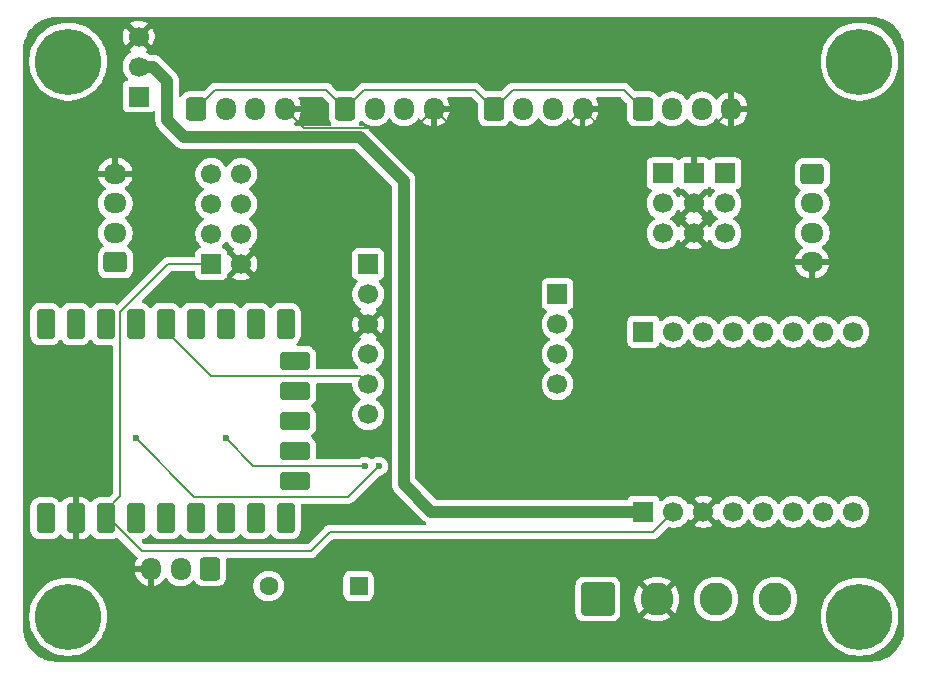
<source format=gbr>
%TF.GenerationSoftware,KiCad,Pcbnew,9.0.2*%
%TF.CreationDate,2025-07-15T20:25:20+05:30*%
%TF.ProjectId,peripherals-board-v2,70657269-7068-4657-9261-6c732d626f61,2*%
%TF.SameCoordinates,Original*%
%TF.FileFunction,Copper,L2,Bot*%
%TF.FilePolarity,Positive*%
%FSLAX46Y46*%
G04 Gerber Fmt 4.6, Leading zero omitted, Abs format (unit mm)*
G04 Created by KiCad (PCBNEW 9.0.2) date 2025-07-15 20:25:20*
%MOMM*%
%LPD*%
G01*
G04 APERTURE LIST*
G04 Aperture macros list*
%AMRoundRect*
0 Rectangle with rounded corners*
0 $1 Rounding radius*
0 $2 $3 $4 $5 $6 $7 $8 $9 X,Y pos of 4 corners*
0 Add a 4 corners polygon primitive as box body*
4,1,4,$2,$3,$4,$5,$6,$7,$8,$9,$2,$3,0*
0 Add four circle primitives for the rounded corners*
1,1,$1+$1,$2,$3*
1,1,$1+$1,$4,$5*
1,1,$1+$1,$6,$7*
1,1,$1+$1,$8,$9*
0 Add four rect primitives between the rounded corners*
20,1,$1+$1,$2,$3,$4,$5,0*
20,1,$1+$1,$4,$5,$6,$7,0*
20,1,$1+$1,$6,$7,$8,$9,0*
20,1,$1+$1,$8,$9,$2,$3,0*%
G04 Aperture macros list end*
%TA.AperFunction,ComponentPad*%
%ADD10RoundRect,0.250000X0.725000X-0.600000X0.725000X0.600000X-0.725000X0.600000X-0.725000X-0.600000X0*%
%TD*%
%TA.AperFunction,ComponentPad*%
%ADD11O,1.950000X1.700000*%
%TD*%
%TA.AperFunction,ComponentPad*%
%ADD12C,3.600000*%
%TD*%
%TA.AperFunction,ConnectorPad*%
%ADD13C,5.600000*%
%TD*%
%TA.AperFunction,ComponentPad*%
%ADD14RoundRect,0.250000X-0.600000X-0.725000X0.600000X-0.725000X0.600000X0.725000X-0.600000X0.725000X0*%
%TD*%
%TA.AperFunction,ComponentPad*%
%ADD15O,1.700000X1.950000*%
%TD*%
%TA.AperFunction,ComponentPad*%
%ADD16RoundRect,0.250000X-0.725000X0.600000X-0.725000X-0.600000X0.725000X-0.600000X0.725000X0.600000X0*%
%TD*%
%TA.AperFunction,ComponentPad*%
%ADD17RoundRect,0.400000X0.400000X-0.900000X0.400000X0.900000X-0.400000X0.900000X-0.400000X-0.900000X0*%
%TD*%
%TA.AperFunction,ComponentPad*%
%ADD18RoundRect,0.400050X0.400050X-0.899950X0.400050X0.899950X-0.400050X0.899950X-0.400050X-0.899950X0*%
%TD*%
%TA.AperFunction,ComponentPad*%
%ADD19RoundRect,0.400000X0.900000X-0.400000X0.900000X0.400000X-0.900000X0.400000X-0.900000X-0.400000X0*%
%TD*%
%TA.AperFunction,ComponentPad*%
%ADD20RoundRect,0.393700X0.906300X-0.393700X0.906300X0.393700X-0.906300X0.393700X-0.906300X-0.393700X0*%
%TD*%
%TA.AperFunction,ComponentPad*%
%ADD21R,1.700000X1.700000*%
%TD*%
%TA.AperFunction,ComponentPad*%
%ADD22C,1.700000*%
%TD*%
%TA.AperFunction,ComponentPad*%
%ADD23RoundRect,0.250001X-1.149999X-1.149999X1.149999X-1.149999X1.149999X1.149999X-1.149999X1.149999X0*%
%TD*%
%TA.AperFunction,ComponentPad*%
%ADD24C,2.800000*%
%TD*%
%TA.AperFunction,ComponentPad*%
%ADD25RoundRect,0.250000X0.600000X0.725000X-0.600000X0.725000X-0.600000X-0.725000X0.600000X-0.725000X0*%
%TD*%
%TA.AperFunction,ComponentPad*%
%ADD26RoundRect,0.250000X0.550000X0.550000X-0.550000X0.550000X-0.550000X-0.550000X0.550000X-0.550000X0*%
%TD*%
%TA.AperFunction,ComponentPad*%
%ADD27C,1.600000*%
%TD*%
%TA.AperFunction,ViaPad*%
%ADD28C,0.600000*%
%TD*%
%TA.AperFunction,Conductor*%
%ADD29C,1.000000*%
%TD*%
%TA.AperFunction,Conductor*%
%ADD30C,0.200000*%
%TD*%
G04 APERTURE END LIST*
D10*
%TO.P,J7,1,Pin_1*%
%TO.N,+5V*%
X46995000Y-68000000D03*
D11*
%TO.P,J7,2,Pin_2*%
%TO.N,/UART0_RX*%
X46995000Y-65500000D03*
%TO.P,J7,3,Pin_3*%
%TO.N,/UART0_TX*%
X46995000Y-63000000D03*
%TO.P,J7,4,Pin_4*%
%TO.N,GND*%
X46995000Y-60500000D03*
%TD*%
D12*
%TO.P,REF\u002A\u002A,1*%
%TO.N,N/C*%
X43000000Y-51000000D03*
D13*
X43000000Y-51000000D03*
%TD*%
D14*
%TO.P,J3,1,Pin_1*%
%TO.N,+5V*%
X91650000Y-55000000D03*
D15*
%TO.P,J3,2,Pin_2*%
%TO.N,/I2C0_SDA*%
X94150000Y-55000000D03*
%TO.P,J3,3,Pin_3*%
%TO.N,/I2C0_SCL*%
X96650000Y-55000000D03*
%TO.P,J3,4,Pin_4*%
%TO.N,GND*%
X99150000Y-55000000D03*
%TD*%
D12*
%TO.P,REF\u002A\u002A,1*%
%TO.N,N/C*%
X110000000Y-98000000D03*
D13*
X110000000Y-98000000D03*
%TD*%
D16*
%TO.P,J6,1,Pin_1*%
%TO.N,+5V*%
X106000000Y-60490000D03*
D11*
%TO.P,J6,2,Pin_2*%
%TO.N,/ENCA*%
X106000000Y-62990000D03*
%TO.P,J6,3,Pin_3*%
%TO.N,/ENCB*%
X106000000Y-65490000D03*
%TO.P,J6,4,Pin_4*%
%TO.N,GND*%
X106000000Y-67990000D03*
%TD*%
D17*
%TO.P,RZ1,1,GP0*%
%TO.N,/UART0_TX*%
X41086839Y-73210000D03*
%TO.P,RZ1,2,GP1*%
%TO.N,/UART0_RX*%
X43626839Y-73210000D03*
%TO.P,RZ1,3,GP2*%
%TO.N,/SERVO*%
X46166839Y-73210000D03*
%TO.P,RZ1,4,GP3*%
%TO.N,/GP3*%
X48706839Y-73210000D03*
%TO.P,RZ1,5,GP4*%
%TO.N,/I2C0_SDA*%
X51246839Y-73210000D03*
D18*
%TO.P,RZ1,6,GP5*%
%TO.N,/I2C0_SCL*%
X53786839Y-73210000D03*
%TO.P,RZ1,7,GP6*%
%TO.N,/GP6*%
X56326839Y-73210000D03*
%TO.P,RZ1,8,GP7*%
%TO.N,/GP7*%
X58866839Y-73210000D03*
%TO.P,RZ1,9,GP8*%
%TO.N,/RF24_CE*%
X61406839Y-73210000D03*
D19*
%TO.P,RZ1,10,GP9*%
%TO.N,/RF24_CSN*%
X62216839Y-76350000D03*
D20*
%TO.P,RZ1,11,GP10*%
%TO.N,/SPI1_SCK*%
X62216839Y-78890000D03*
%TO.P,RZ1,12,GP11*%
%TO.N,/SPI1_MOSI*%
X62216839Y-81430000D03*
%TO.P,RZ1,13,GP12*%
%TO.N,/SPI1_MISO*%
X62216839Y-83970000D03*
%TO.P,RZ1,14,GP13*%
%TO.N,/ENCA*%
X62216839Y-86510000D03*
D18*
%TO.P,RZ1,15,GP14*%
%TO.N,/ENCB*%
X61406839Y-89650000D03*
%TO.P,RZ1,16,GP15*%
%TO.N,/STBY*%
X58866839Y-89650000D03*
%TO.P,RZ1,17,GP26*%
%TO.N,/BIN1*%
X56326839Y-89650000D03*
%TO.P,RZ1,18,GP27*%
%TO.N,/BIN2*%
X53786839Y-89650000D03*
%TO.P,RZ1,19,GP28*%
%TO.N,/PWMB*%
X51246839Y-89650000D03*
%TO.P,RZ1,20,GP29*%
%TO.N,/RPLIDAR_MOTOR*%
X48706839Y-89650000D03*
%TO.P,RZ1,21,3V3*%
%TO.N,+3.3V*%
X46166839Y-89650000D03*
%TO.P,RZ1,22,GND*%
%TO.N,GND*%
X43626839Y-89650000D03*
%TO.P,RZ1,23,5V*%
%TO.N,+5V*%
X41086839Y-89650000D03*
%TD*%
D14*
%TO.P,J2,1,Pin_1*%
%TO.N,+5V*%
X79050000Y-54997500D03*
D15*
%TO.P,J2,2,Pin_2*%
%TO.N,/I2C0_SDA*%
X81550000Y-54997500D03*
%TO.P,J2,3,Pin_3*%
%TO.N,/I2C0_SCL*%
X84050000Y-54997500D03*
%TO.P,J2,4,Pin_4*%
%TO.N,GND*%
X86550000Y-54997500D03*
%TD*%
D21*
%TO.P,U3,1,VM*%
%TO.N,VBAT*%
X91708200Y-89110000D03*
D22*
%TO.P,U3,2,VCC*%
%TO.N,+3.3V*%
X94248200Y-89110000D03*
%TO.P,U3,3,GND*%
%TO.N,GND*%
X96788200Y-89110000D03*
%TO.P,U3,4,AO1*%
%TO.N,unconnected-(U3-AO1-Pad4)*%
X99328200Y-89110000D03*
%TO.P,U3,5,AO2*%
%TO.N,unconnected-(U3-AO2-Pad5)*%
X101868200Y-89110000D03*
%TO.P,U3,6,B02*%
%TO.N,/M+*%
X104408200Y-89110000D03*
%TO.P,U3,7,B01*%
%TO.N,/M-*%
X106948200Y-89110000D03*
%TO.P,U3,8,GND*%
%TO.N,unconnected-(U3-GND-Pad8)*%
X109488200Y-89110000D03*
%TO.P,U3,9,GND*%
%TO.N,unconnected-(U3-GND-Pad9)*%
X109488200Y-73870000D03*
%TO.P,U3,10,PWMB*%
%TO.N,/PWMB*%
X106948200Y-73870000D03*
%TO.P,U3,11,BIN2*%
%TO.N,/BIN2*%
X104408200Y-73870000D03*
%TO.P,U3,12,BIN1*%
%TO.N,/BIN1*%
X101868200Y-73870000D03*
%TO.P,U3,13,STBY*%
%TO.N,/STBY*%
X99328200Y-73870000D03*
%TO.P,U3,14,AIN1*%
%TO.N,unconnected-(U3-AIN1-Pad14)*%
X96788200Y-73870000D03*
%TO.P,U3,15,AIN2*%
%TO.N,unconnected-(U3-AIN2-Pad15)*%
X94248200Y-73870000D03*
D21*
%TO.P,U3,16,PWMA*%
%TO.N,unconnected-(U3-PWMA-Pad16)*%
X91708200Y-73870000D03*
%TD*%
D12*
%TO.P,REF\u002A\u002A,1*%
%TO.N,N/C*%
X110000000Y-51000000D03*
D13*
X110000000Y-51000000D03*
%TD*%
D23*
%TO.P,J1,1,Pin_1*%
%TO.N,VBAT*%
X87850000Y-96500000D03*
D24*
%TO.P,J1,2,Pin_2*%
%TO.N,GND*%
X92850000Y-96500000D03*
%TO.P,J1,3,Pin_3*%
%TO.N,/M+*%
X97850000Y-96500000D03*
%TO.P,J1,4,Pin_4*%
%TO.N,/M-*%
X102850000Y-96500000D03*
%TD*%
D21*
%TO.P,U4,1,VIN*%
%TO.N,+5V*%
X68400000Y-68150000D03*
D22*
%TO.P,U4,2,3V3*%
%TO.N,unconnected-(U4-3V3-Pad2)*%
X68400000Y-70690000D03*
%TO.P,U4,3,GND*%
%TO.N,GND*%
X68400000Y-73230000D03*
%TO.P,U4,4,SCL*%
%TO.N,/I2C0_SCL*%
X68400000Y-75770000D03*
%TO.P,U4,5,SDA*%
%TO.N,/I2C0_SDA*%
X68400000Y-78310000D03*
%TO.P,U4,6,RST*%
%TO.N,unconnected-(U4-RST-Pad6)*%
X68400000Y-80850000D03*
D21*
%TO.P,U4,7,INT*%
%TO.N,unconnected-(U4-INT-Pad7)*%
X84429320Y-70690000D03*
D22*
%TO.P,U4,8,ADR*%
%TO.N,unconnected-(U4-ADR-Pad8)*%
X84429320Y-73230000D03*
%TO.P,U4,9*%
%TO.N,N/C*%
X84429320Y-75770000D03*
%TO.P,U4,10,PS1*%
%TO.N,unconnected-(U4-PS1-Pad10)*%
X84429320Y-78310000D03*
%TD*%
D14*
%TO.P,J5,1,Pin_1*%
%TO.N,+5V*%
X66450000Y-55000000D03*
D15*
%TO.P,J5,2,Pin_2*%
%TO.N,/I2C0_SDA*%
X68950000Y-55000000D03*
%TO.P,J5,3,Pin_3*%
%TO.N,/I2C0_SCL*%
X71450000Y-55000000D03*
%TO.P,J5,4,Pin_4*%
%TO.N,GND*%
X73950000Y-55000000D03*
%TD*%
D12*
%TO.P,REF\u002A\u002A,1*%
%TO.N,N/C*%
X43000000Y-98000000D03*
D13*
X43000000Y-98000000D03*
%TD*%
D21*
%TO.P,J13,1,Pin_1*%
%TO.N,+5V*%
X98645000Y-60465000D03*
D22*
%TO.P,J13,2,Pin_2*%
X98645000Y-63005000D03*
%TO.P,J13,3,Pin_3*%
X98645000Y-65545000D03*
%TD*%
D21*
%TO.P,J11,1,Pin_1*%
%TO.N,/GP7*%
X93325000Y-60465000D03*
D22*
%TO.P,J11,2,Pin_2*%
%TO.N,/GP6*%
X93325000Y-63005000D03*
%TO.P,J11,3,Pin_3*%
%TO.N,/GP3*%
X93325000Y-65545000D03*
%TD*%
D25*
%TO.P,J8,1,Pin_1*%
%TO.N,+5V*%
X55015000Y-93920000D03*
D15*
%TO.P,J8,2,Pin_2*%
%TO.N,/RPLIDAR_MOTOR*%
X52515000Y-93920000D03*
%TO.P,J8,3,Pin_3*%
%TO.N,GND*%
X50015000Y-93920000D03*
%TD*%
D21*
%TO.P,J10,1,Pin_1*%
%TO.N,+3.3V*%
X55117500Y-68130000D03*
D22*
%TO.P,J10,2,Pin_2*%
%TO.N,GND*%
X57657500Y-68130000D03*
%TO.P,J10,3,Pin_3*%
%TO.N,/RF24_CSN*%
X55117500Y-65590000D03*
%TO.P,J10,4,Pin_4*%
%TO.N,/RF24_CE*%
X57657500Y-65590000D03*
%TO.P,J10,5,Pin_5*%
%TO.N,/SPI1_MOSI*%
X55117500Y-63050000D03*
%TO.P,J10,6,Pin_6*%
%TO.N,/SPI1_SCK*%
X57657500Y-63050000D03*
%TO.P,J10,7,Pin_7*%
%TO.N,unconnected-(J10-Pin_7-Pad7)*%
X55117500Y-60510000D03*
%TO.P,J10,8,Pin_8*%
%TO.N,/SPI1_MISO*%
X57657500Y-60510000D03*
%TD*%
D21*
%TO.P,J9,1,Pin_1*%
%TO.N,/SERVO*%
X48965000Y-53955000D03*
D22*
%TO.P,J9,2,Pin_2*%
%TO.N,VBAT*%
X48965000Y-51415000D03*
%TO.P,J9,3,Pin_3*%
%TO.N,GND*%
X48965000Y-48875000D03*
%TD*%
D26*
%TO.P,SW1,1*%
%TO.N,Net-(JP1-A)*%
X67585000Y-95390000D03*
D27*
%TO.P,SW1,2*%
%TO.N,+5V*%
X59965000Y-95390000D03*
%TD*%
D21*
%TO.P,J12,1,Pin_1*%
%TO.N,GND*%
X95985000Y-60465000D03*
D22*
%TO.P,J12,2,Pin_2*%
X95985000Y-63005000D03*
%TO.P,J12,3,Pin_3*%
X95985000Y-65545000D03*
%TD*%
D14*
%TO.P,J4,1,Pin_1*%
%TO.N,+5V*%
X53850000Y-54995000D03*
D15*
%TO.P,J4,2,Pin_2*%
%TO.N,/I2C0_SDA*%
X56350000Y-54995000D03*
%TO.P,J4,3,Pin_3*%
%TO.N,/I2C0_SCL*%
X58850000Y-54995000D03*
%TO.P,J4,4,Pin_4*%
%TO.N,GND*%
X61350000Y-54995000D03*
%TD*%
D28*
%TO.N,/GP3*%
X69310000Y-85240000D03*
X48706839Y-82876839D03*
%TO.N,/GP6*%
X56330000Y-82880000D03*
X68110000Y-85240000D03*
%TD*%
D29*
%TO.N,VBAT*%
X50167081Y-51415000D02*
X48965000Y-51415000D01*
X71400000Y-61100000D02*
X67710000Y-57410000D01*
X71400000Y-86750553D02*
X71400000Y-61100000D01*
X67710000Y-57410000D02*
X52840000Y-57410000D01*
X91708200Y-89110000D02*
X73759447Y-89110000D01*
X52840000Y-57410000D02*
X51360000Y-55930000D01*
X51360000Y-52607919D02*
X50167081Y-51415000D01*
X73759447Y-89110000D02*
X71400000Y-86750553D01*
X51360000Y-55930000D02*
X51360000Y-52607919D01*
D30*
%TO.N,GND*%
X75550000Y-56600000D02*
X84947500Y-56600000D01*
X73950000Y-55000000D02*
X75550000Y-56600000D01*
X86550000Y-54997500D02*
X88152500Y-56600000D01*
X61350000Y-54995000D02*
X62955000Y-56600000D01*
X84947500Y-56600000D02*
X86550000Y-54997500D01*
X97550000Y-56600000D02*
X99150000Y-55000000D01*
X88152500Y-56600000D02*
X97550000Y-56600000D01*
X72350000Y-56600000D02*
X73950000Y-55000000D01*
X62955000Y-56600000D02*
X72350000Y-56600000D01*
%TO.N,+5V*%
X55445000Y-53400000D02*
X64850000Y-53400000D01*
X64850000Y-53400000D02*
X66450000Y-55000000D01*
X79050000Y-54997500D02*
X80647500Y-53400000D01*
X80647500Y-53400000D02*
X90050000Y-53400000D01*
X66450000Y-55000000D02*
X68050000Y-53400000D01*
X77452500Y-53400000D02*
X79050000Y-54997500D01*
X90050000Y-53400000D02*
X91650000Y-55000000D01*
X53850000Y-54995000D02*
X55445000Y-53400000D01*
X68050000Y-53400000D02*
X77452500Y-53400000D01*
%TO.N,/GP3*%
X66730000Y-87820000D02*
X69310000Y-85240000D01*
X53650000Y-87820000D02*
X66730000Y-87820000D01*
X48706839Y-82876839D02*
X53650000Y-87820000D01*
%TO.N,/GP6*%
X56330000Y-82880000D02*
X58690000Y-85240000D01*
X58690000Y-85240000D02*
X68110000Y-85240000D01*
%TO.N,+3.3V*%
X55117500Y-68130000D02*
X51495475Y-68130000D01*
X51495475Y-68130000D02*
X47420000Y-72205475D01*
X49215403Y-92450000D02*
X46166839Y-89401436D01*
X92528200Y-90830000D02*
X65150000Y-90830000D01*
X65150000Y-90830000D02*
X63530000Y-92450000D01*
X63530000Y-92450000D02*
X49215403Y-92450000D01*
X94248200Y-89110000D02*
X92528200Y-90830000D01*
X46166839Y-89401436D02*
X46166839Y-89050000D01*
X47420000Y-72205475D02*
X47420000Y-87796839D01*
X47420000Y-87796839D02*
X46166839Y-89050000D01*
%TO.N,/I2C0_SDA*%
X67710000Y-77620000D02*
X55056839Y-77620000D01*
X55056839Y-77620000D02*
X51246839Y-73810000D01*
X68400000Y-78310000D02*
X67710000Y-77620000D01*
%TD*%
%TA.AperFunction,Conductor*%
%TO.N,GND*%
G36*
X56458944Y-66243999D02*
G01*
X56497986Y-66289056D01*
X56502451Y-66297820D01*
X56627390Y-66469786D01*
X56777713Y-66620109D01*
X56949679Y-66745048D01*
X56949681Y-66745049D01*
X56949684Y-66745051D01*
X56958993Y-66749794D01*
X57009790Y-66797766D01*
X57026587Y-66865587D01*
X57004052Y-66931722D01*
X56959005Y-66970760D01*
X56949946Y-66975376D01*
X56949940Y-66975380D01*
X56895782Y-67014727D01*
X56895782Y-67014728D01*
X57528091Y-67647037D01*
X57464507Y-67664075D01*
X57350493Y-67729901D01*
X57257401Y-67822993D01*
X57191575Y-67937007D01*
X57174537Y-68000591D01*
X56504318Y-67330372D01*
X56470833Y-67269049D01*
X56467999Y-67242691D01*
X56467999Y-67232129D01*
X56467998Y-67232123D01*
X56467997Y-67232116D01*
X56461591Y-67172517D01*
X56438473Y-67110535D01*
X56411297Y-67037671D01*
X56411293Y-67037664D01*
X56325047Y-66922455D01*
X56325044Y-66922452D01*
X56209835Y-66836206D01*
X56209828Y-66836202D01*
X56078417Y-66787189D01*
X56022483Y-66745318D01*
X55998066Y-66679853D01*
X56012918Y-66611580D01*
X56034063Y-66583332D01*
X56147604Y-66469792D01*
X56272551Y-66297816D01*
X56277014Y-66289054D01*
X56324988Y-66238259D01*
X56392808Y-66221463D01*
X56458944Y-66243999D01*
G37*
%TD.AperFunction*%
%TA.AperFunction,Conductor*%
G36*
X64616942Y-54020185D02*
G01*
X64637584Y-54036819D01*
X65063181Y-54462416D01*
X65096666Y-54523739D01*
X65099500Y-54550097D01*
X65099500Y-55775001D01*
X65099501Y-55775018D01*
X65110000Y-55877796D01*
X65110001Y-55877799D01*
X65155066Y-56013794D01*
X65165186Y-56044334D01*
X65257287Y-56193655D01*
X65257289Y-56193657D01*
X65261451Y-56197819D01*
X65294936Y-56259142D01*
X65289952Y-56328834D01*
X65248080Y-56384767D01*
X65182616Y-56409184D01*
X65173770Y-56409500D01*
X62253546Y-56409500D01*
X62186507Y-56389815D01*
X62140752Y-56337011D01*
X62130808Y-56267853D01*
X62159833Y-56204297D01*
X62180661Y-56185182D01*
X62229459Y-56149727D01*
X62229464Y-56149723D01*
X62379723Y-55999464D01*
X62379727Y-55999459D01*
X62504620Y-55827557D01*
X62601095Y-55638217D01*
X62666757Y-55436130D01*
X62666757Y-55436127D01*
X62697030Y-55245000D01*
X61754146Y-55245000D01*
X61792630Y-55178343D01*
X61825000Y-55057535D01*
X61825000Y-54932465D01*
X61792630Y-54811657D01*
X61754146Y-54745000D01*
X62697030Y-54745000D01*
X62666757Y-54553872D01*
X62666757Y-54553869D01*
X62601095Y-54351782D01*
X62513972Y-54180795D01*
X62501076Y-54112126D01*
X62527352Y-54047386D01*
X62584458Y-54007128D01*
X62624457Y-54000500D01*
X64549903Y-54000500D01*
X64616942Y-54020185D01*
G37*
%TD.AperFunction*%
%TA.AperFunction,Conductor*%
G36*
X95519075Y-63197993D02*
G01*
X95584901Y-63312007D01*
X95677993Y-63405099D01*
X95792007Y-63470925D01*
X95855591Y-63487962D01*
X95254971Y-64088581D01*
X95333711Y-64205895D01*
X95334920Y-64209729D01*
X95337844Y-64212491D01*
X95345343Y-64242778D01*
X95354727Y-64272529D01*
X95353671Y-64276408D01*
X95354638Y-64280312D01*
X95344573Y-64309844D01*
X95336383Y-64339947D01*
X95333397Y-64342640D01*
X95332100Y-64346447D01*
X95287051Y-64385483D01*
X95277440Y-64390380D01*
X95223282Y-64429727D01*
X95223282Y-64429728D01*
X95855591Y-65062037D01*
X95792007Y-65079075D01*
X95677993Y-65144901D01*
X95584901Y-65237993D01*
X95519075Y-65352007D01*
X95502037Y-65415591D01*
X94869728Y-64783282D01*
X94869727Y-64783282D01*
X94830380Y-64837440D01*
X94830378Y-64837443D01*
X94765764Y-64964253D01*
X94717789Y-65015048D01*
X94649968Y-65031843D01*
X94583833Y-65009305D01*
X94544795Y-64964252D01*
X94507444Y-64890946D01*
X94480051Y-64837184D01*
X94480049Y-64837181D01*
X94480048Y-64837179D01*
X94355109Y-64665213D01*
X94204786Y-64514890D01*
X94032820Y-64389951D01*
X94032115Y-64389591D01*
X94024054Y-64385485D01*
X93973259Y-64337512D01*
X93956463Y-64269692D01*
X93978999Y-64203556D01*
X94024054Y-64164515D01*
X94032816Y-64160051D01*
X94131187Y-64088581D01*
X94204786Y-64035109D01*
X94204788Y-64035106D01*
X94204792Y-64035104D01*
X94355104Y-63884792D01*
X94355106Y-63884788D01*
X94355109Y-63884786D01*
X94468851Y-63728232D01*
X94480051Y-63712816D01*
X94544795Y-63585747D01*
X94592769Y-63534951D01*
X94660590Y-63518156D01*
X94726725Y-63540693D01*
X94765765Y-63585747D01*
X94830375Y-63712550D01*
X94869728Y-63766716D01*
X95502037Y-63134408D01*
X95519075Y-63197993D01*
G37*
%TD.AperFunction*%
%TA.AperFunction,Conductor*%
G36*
X97100270Y-63766717D02*
G01*
X97100270Y-63766716D01*
X97139622Y-63712554D01*
X97204234Y-63585747D01*
X97252208Y-63534951D01*
X97320029Y-63518156D01*
X97386164Y-63540693D01*
X97425204Y-63585747D01*
X97489813Y-63712550D01*
X97489951Y-63712819D01*
X97614890Y-63884786D01*
X97765213Y-64035109D01*
X97937182Y-64160050D01*
X97945946Y-64164516D01*
X97996742Y-64212491D01*
X98013536Y-64280312D01*
X97990998Y-64346447D01*
X97945946Y-64385484D01*
X97937182Y-64389949D01*
X97765213Y-64514890D01*
X97614890Y-64665213D01*
X97489951Y-64837180D01*
X97425204Y-64964252D01*
X97377229Y-65015048D01*
X97309408Y-65031843D01*
X97243273Y-65009305D01*
X97204234Y-64964252D01*
X97139624Y-64837449D01*
X97100270Y-64783282D01*
X97100269Y-64783282D01*
X96467962Y-65415590D01*
X96450925Y-65352007D01*
X96385099Y-65237993D01*
X96292007Y-65144901D01*
X96177993Y-65079075D01*
X96114409Y-65062037D01*
X96746716Y-64429728D01*
X96692550Y-64390375D01*
X96682954Y-64385486D01*
X96632157Y-64337512D01*
X96615361Y-64269692D01*
X96637897Y-64203556D01*
X96682954Y-64164514D01*
X96692554Y-64159622D01*
X96746716Y-64120270D01*
X96746717Y-64120270D01*
X96114408Y-63487962D01*
X96177993Y-63470925D01*
X96292007Y-63405099D01*
X96385099Y-63312007D01*
X96450925Y-63197993D01*
X96467962Y-63134409D01*
X97100270Y-63766717D01*
G37*
%TD.AperFunction*%
%TA.AperFunction,Conductor*%
G36*
X94742993Y-61627784D02*
G01*
X94754579Y-61641154D01*
X94777813Y-61672191D01*
X94892906Y-61758350D01*
X94892913Y-61758354D01*
X95027620Y-61808596D01*
X95027619Y-61808596D01*
X95110444Y-61817501D01*
X95110116Y-61820550D01*
X95127014Y-61819642D01*
X95186196Y-61852642D01*
X95855591Y-62522037D01*
X95792007Y-62539075D01*
X95677993Y-62604901D01*
X95584901Y-62697993D01*
X95519075Y-62812007D01*
X95502037Y-62875591D01*
X94869728Y-62243282D01*
X94869727Y-62243282D01*
X94830380Y-62297440D01*
X94830378Y-62297443D01*
X94765764Y-62424253D01*
X94717789Y-62475048D01*
X94649968Y-62491843D01*
X94583833Y-62469305D01*
X94544795Y-62424252D01*
X94507444Y-62350946D01*
X94480051Y-62297184D01*
X94480049Y-62297181D01*
X94480048Y-62297179D01*
X94355109Y-62125213D01*
X94241569Y-62011673D01*
X94208084Y-61950350D01*
X94213068Y-61880658D01*
X94254940Y-61824725D01*
X94285915Y-61807810D01*
X94417331Y-61758796D01*
X94532546Y-61672546D01*
X94556045Y-61641154D01*
X94611978Y-61599283D01*
X94681670Y-61594299D01*
X94742993Y-61627784D01*
G37*
%TD.AperFunction*%
%TA.AperFunction,Conductor*%
G36*
X97402367Y-61627783D02*
G01*
X97413953Y-61641153D01*
X97413955Y-61641156D01*
X97437187Y-61672190D01*
X97437455Y-61672547D01*
X97552664Y-61758793D01*
X97552671Y-61758797D01*
X97684082Y-61807810D01*
X97740016Y-61849681D01*
X97764433Y-61915145D01*
X97749582Y-61983418D01*
X97728431Y-62011673D01*
X97614889Y-62125215D01*
X97489951Y-62297180D01*
X97425204Y-62424252D01*
X97377229Y-62475048D01*
X97309408Y-62491843D01*
X97243273Y-62469305D01*
X97204234Y-62424252D01*
X97139624Y-62297449D01*
X97100270Y-62243282D01*
X97100269Y-62243282D01*
X96467962Y-62875590D01*
X96450925Y-62812007D01*
X96385099Y-62697993D01*
X96292007Y-62604901D01*
X96177993Y-62539075D01*
X96114409Y-62522037D01*
X96783802Y-61852642D01*
X96845125Y-61819157D01*
X96859833Y-61820078D01*
X96859556Y-61817501D01*
X96942375Y-61808598D01*
X97077086Y-61758354D01*
X97077093Y-61758350D01*
X97192187Y-61672190D01*
X97215419Y-61641156D01*
X97271352Y-61599284D01*
X97341044Y-61594298D01*
X97402367Y-61627783D01*
G37*
%TD.AperFunction*%
%TA.AperFunction,Conductor*%
G36*
X111003472Y-47200695D02*
G01*
X111306503Y-47217713D01*
X111320301Y-47219267D01*
X111616080Y-47269522D01*
X111629636Y-47272616D01*
X111917927Y-47355672D01*
X111931051Y-47360265D01*
X112208222Y-47475072D01*
X112220744Y-47481101D01*
X112360319Y-47558242D01*
X112483328Y-47626227D01*
X112495102Y-47633625D01*
X112739789Y-47807239D01*
X112750657Y-47815907D01*
X112974352Y-48015815D01*
X112984184Y-48025647D01*
X113184092Y-48249342D01*
X113192763Y-48260214D01*
X113366374Y-48504897D01*
X113373772Y-48516671D01*
X113518894Y-48779248D01*
X113524927Y-48791777D01*
X113639734Y-49068948D01*
X113644327Y-49082072D01*
X113727383Y-49370363D01*
X113730477Y-49383920D01*
X113780730Y-49679688D01*
X113782287Y-49693506D01*
X113799305Y-49996527D01*
X113799500Y-50003480D01*
X113799500Y-98996519D01*
X113799305Y-99003472D01*
X113782287Y-99306493D01*
X113780730Y-99320311D01*
X113730477Y-99616079D01*
X113727383Y-99629636D01*
X113644327Y-99917927D01*
X113639734Y-99931051D01*
X113524927Y-100208222D01*
X113518894Y-100220751D01*
X113373772Y-100483328D01*
X113366374Y-100495102D01*
X113192763Y-100739785D01*
X113184092Y-100750657D01*
X112984184Y-100974352D01*
X112974352Y-100984184D01*
X112750657Y-101184092D01*
X112739785Y-101192763D01*
X112495102Y-101366374D01*
X112483328Y-101373772D01*
X112220751Y-101518894D01*
X112208222Y-101524927D01*
X111931051Y-101639734D01*
X111917927Y-101644327D01*
X111629636Y-101727383D01*
X111616079Y-101730477D01*
X111320311Y-101780730D01*
X111306493Y-101782287D01*
X111003472Y-101799305D01*
X110996519Y-101799500D01*
X42003481Y-101799500D01*
X41996528Y-101799305D01*
X41693506Y-101782287D01*
X41679688Y-101780730D01*
X41383920Y-101730477D01*
X41370363Y-101727383D01*
X41082072Y-101644327D01*
X41068948Y-101639734D01*
X40791777Y-101524927D01*
X40779248Y-101518894D01*
X40516671Y-101373772D01*
X40504897Y-101366374D01*
X40260214Y-101192763D01*
X40249342Y-101184092D01*
X40025647Y-100984184D01*
X40015815Y-100974352D01*
X39815907Y-100750657D01*
X39807236Y-100739785D01*
X39746498Y-100654183D01*
X39633625Y-100495102D01*
X39626227Y-100483328D01*
X39481105Y-100220751D01*
X39475072Y-100208222D01*
X39360265Y-99931051D01*
X39355672Y-99917927D01*
X39272616Y-99629636D01*
X39269522Y-99616079D01*
X39234992Y-99412849D01*
X39219267Y-99320301D01*
X39217713Y-99306503D01*
X39200695Y-99003472D01*
X39200500Y-98996519D01*
X39200500Y-97837860D01*
X39699500Y-97837860D01*
X39699500Y-98162139D01*
X39731284Y-98484857D01*
X39731287Y-98484874D01*
X39794545Y-98802902D01*
X39794548Y-98802913D01*
X39888686Y-99113247D01*
X40012786Y-99412849D01*
X40012788Y-99412854D01*
X40165646Y-99698830D01*
X40165657Y-99698848D01*
X40345811Y-99968467D01*
X40345821Y-99968481D01*
X40551546Y-100219158D01*
X40780841Y-100448453D01*
X40780846Y-100448457D01*
X40780847Y-100448458D01*
X41031524Y-100654183D01*
X41301158Y-100834347D01*
X41301167Y-100834352D01*
X41301169Y-100834353D01*
X41587145Y-100987211D01*
X41587147Y-100987211D01*
X41587153Y-100987215D01*
X41886754Y-101111314D01*
X42197077Y-101205449D01*
X42197083Y-101205450D01*
X42197086Y-101205451D01*
X42197097Y-101205454D01*
X42396528Y-101245122D01*
X42515132Y-101268714D01*
X42837857Y-101300500D01*
X42837860Y-101300500D01*
X43162140Y-101300500D01*
X43162143Y-101300500D01*
X43484868Y-101268714D01*
X43642295Y-101237399D01*
X43802902Y-101205454D01*
X43802913Y-101205451D01*
X43802913Y-101205450D01*
X43802923Y-101205449D01*
X44113246Y-101111314D01*
X44412847Y-100987215D01*
X44698842Y-100834347D01*
X44968476Y-100654183D01*
X45219153Y-100448458D01*
X45448458Y-100219153D01*
X45654183Y-99968476D01*
X45834347Y-99698842D01*
X45987215Y-99412847D01*
X46111314Y-99113246D01*
X46205449Y-98802923D01*
X46205451Y-98802913D01*
X46205454Y-98802902D01*
X46237399Y-98642295D01*
X46268714Y-98484868D01*
X46300500Y-98162143D01*
X46300500Y-97837857D01*
X46268714Y-97515132D01*
X46234308Y-97342159D01*
X46205454Y-97197097D01*
X46205451Y-97197086D01*
X46205450Y-97197083D01*
X46205449Y-97197077D01*
X46111314Y-96886754D01*
X45987215Y-96587153D01*
X45941851Y-96502284D01*
X45834353Y-96301169D01*
X45834352Y-96301167D01*
X45834347Y-96301158D01*
X45654183Y-96031524D01*
X45448458Y-95780847D01*
X45448457Y-95780846D01*
X45448453Y-95780841D01*
X45219158Y-95551546D01*
X44968481Y-95345821D01*
X44968480Y-95345820D01*
X44968476Y-95345817D01*
X44698842Y-95165653D01*
X44698837Y-95165650D01*
X44698830Y-95165646D01*
X44412854Y-95012788D01*
X44412849Y-95012786D01*
X44113247Y-94888686D01*
X43802913Y-94794548D01*
X43802902Y-94794545D01*
X43484874Y-94731287D01*
X43484857Y-94731284D01*
X43240812Y-94707248D01*
X43162143Y-94699500D01*
X42837857Y-94699500D01*
X42765099Y-94706666D01*
X42515142Y-94731284D01*
X42515125Y-94731287D01*
X42197097Y-94794545D01*
X42197086Y-94794548D01*
X41886752Y-94888686D01*
X41587150Y-95012786D01*
X41587145Y-95012788D01*
X41301169Y-95165646D01*
X41301151Y-95165657D01*
X41031532Y-95345811D01*
X41031518Y-95345821D01*
X40780841Y-95551546D01*
X40551546Y-95780841D01*
X40345821Y-96031518D01*
X40345811Y-96031532D01*
X40165657Y-96301151D01*
X40165646Y-96301169D01*
X40012788Y-96587145D01*
X40012786Y-96587150D01*
X39888686Y-96886752D01*
X39794548Y-97197086D01*
X39794545Y-97197097D01*
X39731287Y-97515125D01*
X39731284Y-97515142D01*
X39699500Y-97837860D01*
X39200500Y-97837860D01*
X39200500Y-88687019D01*
X39786239Y-88687019D01*
X39786239Y-90612964D01*
X39786240Y-90612983D01*
X39792426Y-90691599D01*
X39792427Y-90691601D01*
X39792427Y-90691603D01*
X39841423Y-90874456D01*
X39870801Y-90932114D01*
X39927362Y-91043124D01*
X39927363Y-91043126D01*
X39993190Y-91124414D01*
X40046497Y-91190242D01*
X40127785Y-91256068D01*
X40193612Y-91309375D01*
X40193614Y-91309376D01*
X40249118Y-91337656D01*
X40362283Y-91395316D01*
X40545136Y-91444312D01*
X40623764Y-91450500D01*
X41549913Y-91450499D01*
X41628542Y-91444312D01*
X41811395Y-91395316D01*
X41980065Y-91309375D01*
X42127181Y-91190242D01*
X42246314Y-91043126D01*
X42246633Y-91042500D01*
X42246914Y-91042201D01*
X42249853Y-91037677D01*
X42250680Y-91038214D01*
X42294607Y-90991703D01*
X42362427Y-90974907D01*
X42428563Y-90997443D01*
X42463569Y-91037843D01*
X42464246Y-91037404D01*
X42467407Y-91042271D01*
X42467604Y-91042499D01*
X42467783Y-91042851D01*
X42467785Y-91042854D01*
X42586852Y-91189886D01*
X42733884Y-91308953D01*
X42733887Y-91308955D01*
X42902464Y-91394848D01*
X43085216Y-91443816D01*
X43163785Y-91449999D01*
X43163799Y-91450000D01*
X43376839Y-91450000D01*
X43376839Y-89365686D01*
X43381233Y-89370080D01*
X43472445Y-89422741D01*
X43574178Y-89450000D01*
X43679500Y-89450000D01*
X43781233Y-89422741D01*
X43872445Y-89370080D01*
X43876839Y-89365686D01*
X43876839Y-91450000D01*
X44089879Y-91450000D01*
X44089892Y-91449999D01*
X44168461Y-91443816D01*
X44351213Y-91394848D01*
X44519790Y-91308955D01*
X44519793Y-91308953D01*
X44666825Y-91189886D01*
X44785891Y-91042855D01*
X44786066Y-91042513D01*
X44786220Y-91042349D01*
X44789432Y-91037404D01*
X44790335Y-91037990D01*
X44834033Y-90991711D01*
X44901852Y-90974906D01*
X44967990Y-90997435D01*
X45003213Y-91038074D01*
X45003825Y-91037677D01*
X45006681Y-91042076D01*
X45007037Y-91042486D01*
X45007361Y-91043123D01*
X45007363Y-91043126D01*
X45073190Y-91124414D01*
X45126497Y-91190242D01*
X45207785Y-91256068D01*
X45273612Y-91309375D01*
X45273614Y-91309376D01*
X45329118Y-91337656D01*
X45442283Y-91395316D01*
X45625136Y-91444312D01*
X45703764Y-91450500D01*
X46629913Y-91450499D01*
X46708542Y-91444312D01*
X46891395Y-91395316D01*
X47060065Y-91309375D01*
X47064724Y-91305601D01*
X47129203Y-91278705D01*
X47197993Y-91290939D01*
X47230447Y-91314280D01*
X48845765Y-92929598D01*
X48879250Y-92990921D01*
X48874266Y-93060613D01*
X48862295Y-93082914D01*
X48862920Y-93083297D01*
X48860376Y-93087447D01*
X48763904Y-93276782D01*
X48698242Y-93478869D01*
X48698242Y-93478872D01*
X48667970Y-93670000D01*
X49610854Y-93670000D01*
X49572370Y-93736657D01*
X49540000Y-93857465D01*
X49540000Y-93982535D01*
X49572370Y-94103343D01*
X49610854Y-94170000D01*
X48667970Y-94170000D01*
X48698242Y-94361127D01*
X48698242Y-94361130D01*
X48763904Y-94563217D01*
X48860379Y-94752557D01*
X48985272Y-94924459D01*
X48985276Y-94924464D01*
X49135535Y-95074723D01*
X49135540Y-95074727D01*
X49307442Y-95199620D01*
X49496782Y-95296095D01*
X49698871Y-95361757D01*
X49765000Y-95372231D01*
X49765000Y-94324145D01*
X49831657Y-94362630D01*
X49952465Y-94395000D01*
X50077535Y-94395000D01*
X50198343Y-94362630D01*
X50265000Y-94324145D01*
X50265000Y-95372230D01*
X50331126Y-95361757D01*
X50331129Y-95361757D01*
X50533217Y-95296095D01*
X50722557Y-95199620D01*
X50894459Y-95074727D01*
X50894464Y-95074723D01*
X51044721Y-94924466D01*
X51164371Y-94759781D01*
X51219701Y-94717115D01*
X51289314Y-94711136D01*
X51351110Y-94743741D01*
X51365008Y-94759781D01*
X51484890Y-94924785D01*
X51484894Y-94924790D01*
X51635213Y-95075109D01*
X51807179Y-95200048D01*
X51807181Y-95200049D01*
X51807184Y-95200051D01*
X51996588Y-95296557D01*
X52198757Y-95362246D01*
X52408713Y-95395500D01*
X52408714Y-95395500D01*
X52621286Y-95395500D01*
X52621287Y-95395500D01*
X52831243Y-95362246D01*
X53033412Y-95296557D01*
X53222816Y-95200051D01*
X53394792Y-95075104D01*
X53533604Y-94936291D01*
X53594923Y-94902809D01*
X53664615Y-94907793D01*
X53720549Y-94949664D01*
X53726821Y-94958878D01*
X53730185Y-94964333D01*
X53730186Y-94964334D01*
X53822288Y-95113656D01*
X53946344Y-95237712D01*
X54095666Y-95329814D01*
X54262203Y-95384999D01*
X54364991Y-95395500D01*
X55665008Y-95395499D01*
X55767797Y-95384999D01*
X55934334Y-95329814D01*
X56002696Y-95287648D01*
X58664500Y-95287648D01*
X58664500Y-95492351D01*
X58696522Y-95694534D01*
X58759781Y-95889223D01*
X58852715Y-96071613D01*
X58973028Y-96237213D01*
X59117786Y-96381971D01*
X59272749Y-96494556D01*
X59283390Y-96502287D01*
X59399607Y-96561503D01*
X59465776Y-96595218D01*
X59465778Y-96595218D01*
X59465781Y-96595220D01*
X59556856Y-96624812D01*
X59660465Y-96658477D01*
X59761557Y-96674488D01*
X59862648Y-96690500D01*
X59862649Y-96690500D01*
X60067351Y-96690500D01*
X60067352Y-96690500D01*
X60269534Y-96658477D01*
X60464219Y-96595220D01*
X60646610Y-96502287D01*
X60775482Y-96408657D01*
X60812213Y-96381971D01*
X60812215Y-96381968D01*
X60812219Y-96381966D01*
X60956966Y-96237219D01*
X60956968Y-96237215D01*
X60956971Y-96237213D01*
X61035999Y-96128438D01*
X61077287Y-96071610D01*
X61170220Y-95889219D01*
X61233477Y-95694534D01*
X61265500Y-95492352D01*
X61265500Y-95287648D01*
X61257591Y-95237712D01*
X61233477Y-95085465D01*
X61181270Y-94924790D01*
X61170220Y-94890781D01*
X61170218Y-94890778D01*
X61170218Y-94890776D01*
X61145940Y-94843129D01*
X61120035Y-94792288D01*
X61118861Y-94789983D01*
X66284500Y-94789983D01*
X66284500Y-95990001D01*
X66284501Y-95990018D01*
X66295000Y-96092796D01*
X66295001Y-96092799D01*
X66327910Y-96192110D01*
X66350186Y-96259334D01*
X66442288Y-96408656D01*
X66566344Y-96532712D01*
X66715666Y-96624814D01*
X66882203Y-96679999D01*
X66984991Y-96690500D01*
X68185008Y-96690499D01*
X68287797Y-96679999D01*
X68454334Y-96624814D01*
X68603656Y-96532712D01*
X68727712Y-96408656D01*
X68819814Y-96259334D01*
X68874999Y-96092797D01*
X68885500Y-95990009D01*
X68885499Y-95299984D01*
X85949500Y-95299984D01*
X85949500Y-97700015D01*
X85960000Y-97802795D01*
X85960001Y-97802796D01*
X86015186Y-97969335D01*
X86015187Y-97969337D01*
X86107286Y-98118651D01*
X86107289Y-98118655D01*
X86231344Y-98242710D01*
X86231348Y-98242713D01*
X86380662Y-98334812D01*
X86380664Y-98334813D01*
X86380666Y-98334814D01*
X86547203Y-98389999D01*
X86649992Y-98400500D01*
X86649997Y-98400500D01*
X89050003Y-98400500D01*
X89050008Y-98400500D01*
X89152797Y-98389999D01*
X89319334Y-98334814D01*
X89468655Y-98242711D01*
X89592711Y-98118655D01*
X89684814Y-97969334D01*
X89739999Y-97802797D01*
X89750500Y-97700008D01*
X89750500Y-96375466D01*
X90950000Y-96375466D01*
X90950000Y-96624533D01*
X90982508Y-96871463D01*
X91046973Y-97112049D01*
X91142283Y-97342148D01*
X91142288Y-97342159D01*
X91266813Y-97557841D01*
X91266819Y-97557849D01*
X91341400Y-97655045D01*
X92248958Y-96747487D01*
X92273978Y-96807890D01*
X92345112Y-96914351D01*
X92435649Y-97004888D01*
X92542110Y-97076022D01*
X92602511Y-97101041D01*
X91694953Y-98008598D01*
X91792150Y-98083180D01*
X91792158Y-98083186D01*
X92007840Y-98207711D01*
X92007851Y-98207716D01*
X92237950Y-98303026D01*
X92478536Y-98367491D01*
X92725466Y-98400000D01*
X92974534Y-98400000D01*
X93221463Y-98367491D01*
X93462049Y-98303026D01*
X93692148Y-98207716D01*
X93692159Y-98207711D01*
X93907855Y-98083178D01*
X94005045Y-98008600D01*
X94005045Y-98008597D01*
X93097488Y-97101041D01*
X93157890Y-97076022D01*
X93264351Y-97004888D01*
X93354888Y-96914351D01*
X93426022Y-96807890D01*
X93451041Y-96747489D01*
X94358597Y-97655045D01*
X94358600Y-97655045D01*
X94433178Y-97557855D01*
X94557711Y-97342159D01*
X94557716Y-97342148D01*
X94653026Y-97112049D01*
X94717491Y-96871463D01*
X94750000Y-96624533D01*
X94750000Y-96375466D01*
X94749997Y-96375441D01*
X95949500Y-96375441D01*
X95949500Y-96624558D01*
X95949501Y-96624575D01*
X95982017Y-96871561D01*
X96046498Y-97112207D01*
X96141830Y-97342361D01*
X96141837Y-97342376D01*
X96266400Y-97558126D01*
X96418060Y-97755774D01*
X96418066Y-97755781D01*
X96594218Y-97931933D01*
X96594225Y-97931939D01*
X96791873Y-98083599D01*
X97007623Y-98208162D01*
X97007638Y-98208169D01*
X97106825Y-98249253D01*
X97237793Y-98303502D01*
X97478435Y-98367982D01*
X97725435Y-98400500D01*
X97725442Y-98400500D01*
X97974558Y-98400500D01*
X97974565Y-98400500D01*
X98221565Y-98367982D01*
X98462207Y-98303502D01*
X98692373Y-98208164D01*
X98908127Y-98083599D01*
X99105776Y-97931938D01*
X99281938Y-97755776D01*
X99433599Y-97558127D01*
X99558164Y-97342373D01*
X99653502Y-97112207D01*
X99717982Y-96871565D01*
X99750500Y-96624565D01*
X99750500Y-96375441D01*
X100949500Y-96375441D01*
X100949500Y-96624558D01*
X100949501Y-96624575D01*
X100982017Y-96871561D01*
X101046498Y-97112207D01*
X101141830Y-97342361D01*
X101141837Y-97342376D01*
X101266400Y-97558126D01*
X101418060Y-97755774D01*
X101418066Y-97755781D01*
X101594218Y-97931933D01*
X101594225Y-97931939D01*
X101791873Y-98083599D01*
X102007623Y-98208162D01*
X102007638Y-98208169D01*
X102106825Y-98249253D01*
X102237793Y-98303502D01*
X102478435Y-98367982D01*
X102725435Y-98400500D01*
X102725442Y-98400500D01*
X102974558Y-98400500D01*
X102974565Y-98400500D01*
X103221565Y-98367982D01*
X103462207Y-98303502D01*
X103692373Y-98208164D01*
X103908127Y-98083599D01*
X104105776Y-97931938D01*
X104199854Y-97837860D01*
X106699500Y-97837860D01*
X106699500Y-98162139D01*
X106731284Y-98484857D01*
X106731287Y-98484874D01*
X106794545Y-98802902D01*
X106794548Y-98802913D01*
X106888686Y-99113247D01*
X107012786Y-99412849D01*
X107012788Y-99412854D01*
X107165646Y-99698830D01*
X107165657Y-99698848D01*
X107345811Y-99968467D01*
X107345821Y-99968481D01*
X107551546Y-100219158D01*
X107780841Y-100448453D01*
X107780846Y-100448457D01*
X107780847Y-100448458D01*
X108031524Y-100654183D01*
X108301158Y-100834347D01*
X108301167Y-100834352D01*
X108301169Y-100834353D01*
X108587145Y-100987211D01*
X108587147Y-100987211D01*
X108587153Y-100987215D01*
X108886754Y-101111314D01*
X109197077Y-101205449D01*
X109197083Y-101205450D01*
X109197086Y-101205451D01*
X109197097Y-101205454D01*
X109396528Y-101245122D01*
X109515132Y-101268714D01*
X109837857Y-101300500D01*
X109837860Y-101300500D01*
X110162140Y-101300500D01*
X110162143Y-101300500D01*
X110484868Y-101268714D01*
X110642295Y-101237399D01*
X110802902Y-101205454D01*
X110802913Y-101205451D01*
X110802913Y-101205450D01*
X110802923Y-101205449D01*
X111113246Y-101111314D01*
X111412847Y-100987215D01*
X111698842Y-100834347D01*
X111968476Y-100654183D01*
X112219153Y-100448458D01*
X112448458Y-100219153D01*
X112654183Y-99968476D01*
X112834347Y-99698842D01*
X112987215Y-99412847D01*
X113111314Y-99113246D01*
X113205449Y-98802923D01*
X113205451Y-98802913D01*
X113205454Y-98802902D01*
X113237399Y-98642295D01*
X113268714Y-98484868D01*
X113300500Y-98162143D01*
X113300500Y-97837857D01*
X113268714Y-97515132D01*
X113234308Y-97342159D01*
X113205454Y-97197097D01*
X113205451Y-97197086D01*
X113205450Y-97197083D01*
X113205449Y-97197077D01*
X113111314Y-96886754D01*
X112987215Y-96587153D01*
X112941851Y-96502284D01*
X112834353Y-96301169D01*
X112834352Y-96301167D01*
X112834347Y-96301158D01*
X112654183Y-96031524D01*
X112448458Y-95780847D01*
X112448457Y-95780846D01*
X112448453Y-95780841D01*
X112219158Y-95551546D01*
X111968481Y-95345821D01*
X111968480Y-95345820D01*
X111968476Y-95345817D01*
X111698842Y-95165653D01*
X111698837Y-95165650D01*
X111698830Y-95165646D01*
X111412854Y-95012788D01*
X111412849Y-95012786D01*
X111113247Y-94888686D01*
X110802913Y-94794548D01*
X110802902Y-94794545D01*
X110484874Y-94731287D01*
X110484857Y-94731284D01*
X110240812Y-94707248D01*
X110162143Y-94699500D01*
X109837857Y-94699500D01*
X109765099Y-94706666D01*
X109515142Y-94731284D01*
X109515125Y-94731287D01*
X109197097Y-94794545D01*
X109197086Y-94794548D01*
X108886752Y-94888686D01*
X108587150Y-95012786D01*
X108587145Y-95012788D01*
X108301169Y-95165646D01*
X108301151Y-95165657D01*
X108031532Y-95345811D01*
X108031518Y-95345821D01*
X107780841Y-95551546D01*
X107551546Y-95780841D01*
X107345821Y-96031518D01*
X107345811Y-96031532D01*
X107165657Y-96301151D01*
X107165646Y-96301169D01*
X107012788Y-96587145D01*
X107012786Y-96587150D01*
X106888686Y-96886752D01*
X106794548Y-97197086D01*
X106794545Y-97197097D01*
X106731287Y-97515125D01*
X106731284Y-97515142D01*
X106699500Y-97837860D01*
X104199854Y-97837860D01*
X104281938Y-97755776D01*
X104433599Y-97558127D01*
X104558164Y-97342373D01*
X104653502Y-97112207D01*
X104717982Y-96871565D01*
X104750500Y-96624565D01*
X104750500Y-96375435D01*
X104717982Y-96128435D01*
X104653502Y-95887793D01*
X104599253Y-95756825D01*
X104558169Y-95657638D01*
X104558162Y-95657623D01*
X104433599Y-95441873D01*
X104281939Y-95244225D01*
X104281933Y-95244218D01*
X104105781Y-95068066D01*
X104105774Y-95068060D01*
X103908126Y-94916400D01*
X103692376Y-94791837D01*
X103692361Y-94791830D01*
X103462207Y-94696498D01*
X103345349Y-94665186D01*
X103221565Y-94632018D01*
X103221564Y-94632017D01*
X103221561Y-94632017D01*
X102974575Y-94599501D01*
X102974570Y-94599500D01*
X102974565Y-94599500D01*
X102725435Y-94599500D01*
X102725429Y-94599500D01*
X102725424Y-94599501D01*
X102478438Y-94632017D01*
X102237792Y-94696498D01*
X102007638Y-94791830D01*
X102007623Y-94791837D01*
X101791873Y-94916400D01*
X101594225Y-95068060D01*
X101594218Y-95068066D01*
X101418066Y-95244218D01*
X101418060Y-95244225D01*
X101266400Y-95441873D01*
X101141837Y-95657623D01*
X101141830Y-95657638D01*
X101046498Y-95887792D01*
X100982017Y-96128438D01*
X100949501Y-96375424D01*
X100949500Y-96375441D01*
X99750500Y-96375441D01*
X99750500Y-96375435D01*
X99717982Y-96128435D01*
X99653502Y-95887793D01*
X99599253Y-95756825D01*
X99558169Y-95657638D01*
X99558162Y-95657623D01*
X99433599Y-95441873D01*
X99281939Y-95244225D01*
X99281933Y-95244218D01*
X99105781Y-95068066D01*
X99105774Y-95068060D01*
X98908126Y-94916400D01*
X98692376Y-94791837D01*
X98692361Y-94791830D01*
X98462207Y-94696498D01*
X98345349Y-94665186D01*
X98221565Y-94632018D01*
X98221564Y-94632017D01*
X98221561Y-94632017D01*
X97974575Y-94599501D01*
X97974570Y-94599500D01*
X97974565Y-94599500D01*
X97725435Y-94599500D01*
X97725429Y-94599500D01*
X97725424Y-94599501D01*
X97478438Y-94632017D01*
X97237792Y-94696498D01*
X97007638Y-94791830D01*
X97007623Y-94791837D01*
X96791873Y-94916400D01*
X96594225Y-95068060D01*
X96594218Y-95068066D01*
X96418066Y-95244218D01*
X96418060Y-95244225D01*
X96266400Y-95441873D01*
X96141837Y-95657623D01*
X96141830Y-95657638D01*
X96046498Y-95887792D01*
X95982017Y-96128438D01*
X95949501Y-96375424D01*
X95949500Y-96375441D01*
X94749997Y-96375441D01*
X94717491Y-96128536D01*
X94653026Y-95887950D01*
X94557716Y-95657851D01*
X94557711Y-95657840D01*
X94433186Y-95442158D01*
X94433180Y-95442150D01*
X94358598Y-95344953D01*
X93451041Y-96252510D01*
X93426022Y-96192110D01*
X93354888Y-96085649D01*
X93264351Y-95995112D01*
X93157890Y-95923978D01*
X93097487Y-95898957D01*
X94005045Y-94991400D01*
X93907849Y-94916819D01*
X93907841Y-94916813D01*
X93692159Y-94792288D01*
X93692148Y-94792283D01*
X93462049Y-94696973D01*
X93221463Y-94632508D01*
X92974534Y-94600000D01*
X92725466Y-94600000D01*
X92478536Y-94632508D01*
X92237950Y-94696973D01*
X92007851Y-94792283D01*
X92007847Y-94792285D01*
X91792143Y-94916823D01*
X91694953Y-94991399D01*
X91694953Y-94991400D01*
X92602511Y-95898958D01*
X92542110Y-95923978D01*
X92435649Y-95995112D01*
X92345112Y-96085649D01*
X92273978Y-96192110D01*
X92248958Y-96252511D01*
X91341400Y-95344953D01*
X91341399Y-95344953D01*
X91266823Y-95442143D01*
X91142285Y-95657847D01*
X91142283Y-95657851D01*
X91046973Y-95887950D01*
X90982508Y-96128536D01*
X90950000Y-96375466D01*
X89750500Y-96375466D01*
X89750500Y-95299992D01*
X89739999Y-95197203D01*
X89684814Y-95030666D01*
X89673785Y-95012786D01*
X89592713Y-94881348D01*
X89592710Y-94881344D01*
X89468655Y-94757289D01*
X89468651Y-94757286D01*
X89319337Y-94665187D01*
X89319335Y-94665186D01*
X89236065Y-94637593D01*
X89152797Y-94610001D01*
X89152795Y-94610000D01*
X89050015Y-94599500D01*
X89050008Y-94599500D01*
X86649992Y-94599500D01*
X86649984Y-94599500D01*
X86547204Y-94610000D01*
X86547203Y-94610001D01*
X86380664Y-94665186D01*
X86380662Y-94665187D01*
X86231348Y-94757286D01*
X86231344Y-94757289D01*
X86107289Y-94881344D01*
X86107286Y-94881348D01*
X86015187Y-95030662D01*
X86015186Y-95030664D01*
X85960001Y-95197203D01*
X85960000Y-95197204D01*
X85949500Y-95299984D01*
X68885499Y-95299984D01*
X68885499Y-94789992D01*
X68881701Y-94752816D01*
X68874999Y-94687203D01*
X68874998Y-94687200D01*
X68856712Y-94632017D01*
X68819814Y-94520666D01*
X68727712Y-94371344D01*
X68603656Y-94247288D01*
X68502314Y-94184780D01*
X68454336Y-94155187D01*
X68454331Y-94155185D01*
X68452862Y-94154698D01*
X68287797Y-94100001D01*
X68287795Y-94100000D01*
X68185010Y-94089500D01*
X66984998Y-94089500D01*
X66984981Y-94089501D01*
X66882203Y-94100000D01*
X66882200Y-94100001D01*
X66715668Y-94155185D01*
X66715663Y-94155187D01*
X66566342Y-94247289D01*
X66442289Y-94371342D01*
X66350187Y-94520663D01*
X66350186Y-94520666D01*
X66295001Y-94687203D01*
X66295001Y-94687204D01*
X66295000Y-94687204D01*
X66284500Y-94789983D01*
X61118861Y-94789983D01*
X61077287Y-94708390D01*
X61077285Y-94708387D01*
X61077284Y-94708385D01*
X60956971Y-94542786D01*
X60812213Y-94398028D01*
X60646613Y-94277715D01*
X60646612Y-94277714D01*
X60646610Y-94277713D01*
X60586898Y-94247288D01*
X60464223Y-94184781D01*
X60269534Y-94121522D01*
X60094995Y-94093878D01*
X60067352Y-94089500D01*
X59862648Y-94089500D01*
X59838329Y-94093351D01*
X59660465Y-94121522D01*
X59465776Y-94184781D01*
X59283386Y-94277715D01*
X59117786Y-94398028D01*
X58973028Y-94542786D01*
X58852715Y-94708386D01*
X58759781Y-94890776D01*
X58696522Y-95085465D01*
X58664500Y-95287648D01*
X56002696Y-95287648D01*
X56083656Y-95237712D01*
X56207712Y-95113656D01*
X56299814Y-94964334D01*
X56354999Y-94797797D01*
X56365500Y-94695009D01*
X56365499Y-93174499D01*
X56385184Y-93107461D01*
X56437987Y-93061706D01*
X56489499Y-93050500D01*
X63443331Y-93050500D01*
X63443347Y-93050501D01*
X63450943Y-93050501D01*
X63609054Y-93050501D01*
X63609057Y-93050501D01*
X63761785Y-93009577D01*
X63811904Y-92980639D01*
X63898716Y-92930520D01*
X64010520Y-92818716D01*
X64010520Y-92818714D01*
X64020728Y-92808507D01*
X64020729Y-92808504D01*
X65362416Y-91466819D01*
X65423739Y-91433334D01*
X65450097Y-91430500D01*
X92441531Y-91430500D01*
X92441547Y-91430501D01*
X92449143Y-91430501D01*
X92607254Y-91430501D01*
X92607257Y-91430501D01*
X92759985Y-91389577D01*
X92810104Y-91360639D01*
X92896916Y-91310520D01*
X93008720Y-91198716D01*
X93008720Y-91198714D01*
X93018928Y-91188507D01*
X93018930Y-91188504D01*
X93763678Y-90443755D01*
X93824999Y-90410272D01*
X93889673Y-90413506D01*
X93931957Y-90427246D01*
X94141913Y-90460500D01*
X94141914Y-90460500D01*
X94354486Y-90460500D01*
X94354487Y-90460500D01*
X94564443Y-90427246D01*
X94766612Y-90361557D01*
X94956016Y-90265051D01*
X95004948Y-90229500D01*
X95127986Y-90140109D01*
X95127988Y-90140106D01*
X95127992Y-90140104D01*
X95278304Y-89989792D01*
X95278306Y-89989788D01*
X95278309Y-89989786D01*
X95364090Y-89871717D01*
X95403251Y-89817816D01*
X95407993Y-89808508D01*
X95455963Y-89757711D01*
X95523783Y-89740911D01*
X95589919Y-89763445D01*
X95628963Y-89808500D01*
X95633573Y-89817547D01*
X95672928Y-89871716D01*
X96305237Y-89239408D01*
X96322275Y-89302993D01*
X96388101Y-89417007D01*
X96481193Y-89510099D01*
X96595207Y-89575925D01*
X96658790Y-89592962D01*
X96026482Y-90225269D01*
X96026482Y-90225270D01*
X96080649Y-90264624D01*
X96269982Y-90361095D01*
X96472070Y-90426757D01*
X96681954Y-90460000D01*
X96894446Y-90460000D01*
X97104327Y-90426757D01*
X97104330Y-90426757D01*
X97306417Y-90361095D01*
X97495754Y-90264622D01*
X97549916Y-90225270D01*
X97549917Y-90225270D01*
X96917608Y-89592962D01*
X96981193Y-89575925D01*
X97095207Y-89510099D01*
X97188299Y-89417007D01*
X97254125Y-89302993D01*
X97271162Y-89239408D01*
X97903470Y-89871717D01*
X97903470Y-89871716D01*
X97942822Y-89817555D01*
X97947432Y-89808507D01*
X97995405Y-89757709D01*
X98063225Y-89740912D01*
X98129361Y-89763447D01*
X98168404Y-89808504D01*
X98173149Y-89817817D01*
X98298090Y-89989786D01*
X98448413Y-90140109D01*
X98620379Y-90265048D01*
X98620381Y-90265049D01*
X98620384Y-90265051D01*
X98809788Y-90361557D01*
X99011957Y-90427246D01*
X99221913Y-90460500D01*
X99221914Y-90460500D01*
X99434486Y-90460500D01*
X99434487Y-90460500D01*
X99644443Y-90427246D01*
X99846612Y-90361557D01*
X100036016Y-90265051D01*
X100084948Y-90229500D01*
X100207986Y-90140109D01*
X100207988Y-90140106D01*
X100207992Y-90140104D01*
X100358304Y-89989792D01*
X100358306Y-89989788D01*
X100358309Y-89989786D01*
X100483248Y-89817820D01*
X100483247Y-89817820D01*
X100483251Y-89817816D01*
X100487714Y-89809054D01*
X100535688Y-89758259D01*
X100603508Y-89741463D01*
X100669644Y-89763999D01*
X100708686Y-89809056D01*
X100713151Y-89817820D01*
X100838090Y-89989786D01*
X100988413Y-90140109D01*
X101160379Y-90265048D01*
X101160381Y-90265049D01*
X101160384Y-90265051D01*
X101349788Y-90361557D01*
X101551957Y-90427246D01*
X101761913Y-90460500D01*
X101761914Y-90460500D01*
X101974486Y-90460500D01*
X101974487Y-90460500D01*
X102184443Y-90427246D01*
X102386612Y-90361557D01*
X102576016Y-90265051D01*
X102624948Y-90229500D01*
X102747986Y-90140109D01*
X102747988Y-90140106D01*
X102747992Y-90140104D01*
X102898304Y-89989792D01*
X102898306Y-89989788D01*
X102898309Y-89989786D01*
X103023248Y-89817820D01*
X103023247Y-89817820D01*
X103023251Y-89817816D01*
X103027714Y-89809054D01*
X103075688Y-89758259D01*
X103143508Y-89741463D01*
X103209644Y-89763999D01*
X103248686Y-89809056D01*
X103253151Y-89817820D01*
X103378090Y-89989786D01*
X103528413Y-90140109D01*
X103700379Y-90265048D01*
X103700381Y-90265049D01*
X103700384Y-90265051D01*
X103889788Y-90361557D01*
X104091957Y-90427246D01*
X104301913Y-90460500D01*
X104301914Y-90460500D01*
X104514486Y-90460500D01*
X104514487Y-90460500D01*
X104724443Y-90427246D01*
X104926612Y-90361557D01*
X105116016Y-90265051D01*
X105164948Y-90229500D01*
X105287986Y-90140109D01*
X105287988Y-90140106D01*
X105287992Y-90140104D01*
X105438304Y-89989792D01*
X105438306Y-89989788D01*
X105438309Y-89989786D01*
X105563248Y-89817820D01*
X105563247Y-89817820D01*
X105563251Y-89817816D01*
X105567714Y-89809054D01*
X105615688Y-89758259D01*
X105683508Y-89741463D01*
X105749644Y-89763999D01*
X105788686Y-89809056D01*
X105793151Y-89817820D01*
X105918090Y-89989786D01*
X106068413Y-90140109D01*
X106240379Y-90265048D01*
X106240381Y-90265049D01*
X106240384Y-90265051D01*
X106429788Y-90361557D01*
X106631957Y-90427246D01*
X106841913Y-90460500D01*
X106841914Y-90460500D01*
X107054486Y-90460500D01*
X107054487Y-90460500D01*
X107264443Y-90427246D01*
X107466612Y-90361557D01*
X107656016Y-90265051D01*
X107704948Y-90229500D01*
X107827986Y-90140109D01*
X107827988Y-90140106D01*
X107827992Y-90140104D01*
X107978304Y-89989792D01*
X107978306Y-89989788D01*
X107978309Y-89989786D01*
X108103248Y-89817820D01*
X108103247Y-89817820D01*
X108103251Y-89817816D01*
X108107714Y-89809054D01*
X108155688Y-89758259D01*
X108223508Y-89741463D01*
X108289644Y-89763999D01*
X108328686Y-89809056D01*
X108333151Y-89817820D01*
X108458090Y-89989786D01*
X108608413Y-90140109D01*
X108780379Y-90265048D01*
X108780381Y-90265049D01*
X108780384Y-90265051D01*
X108969788Y-90361557D01*
X109171957Y-90427246D01*
X109381913Y-90460500D01*
X109381914Y-90460500D01*
X109594486Y-90460500D01*
X109594487Y-90460500D01*
X109804443Y-90427246D01*
X110006612Y-90361557D01*
X110196016Y-90265051D01*
X110244948Y-90229500D01*
X110367986Y-90140109D01*
X110367988Y-90140106D01*
X110367992Y-90140104D01*
X110518304Y-89989792D01*
X110518306Y-89989788D01*
X110518309Y-89989786D01*
X110643248Y-89817820D01*
X110643247Y-89817820D01*
X110643251Y-89817816D01*
X110739757Y-89628412D01*
X110805446Y-89426243D01*
X110838700Y-89216287D01*
X110838700Y-89003713D01*
X110805446Y-88793757D01*
X110739757Y-88591588D01*
X110643251Y-88402184D01*
X110643249Y-88402181D01*
X110643248Y-88402179D01*
X110518309Y-88230213D01*
X110367986Y-88079890D01*
X110196020Y-87954951D01*
X110006614Y-87858444D01*
X110006613Y-87858443D01*
X110006612Y-87858443D01*
X109804443Y-87792754D01*
X109804441Y-87792753D01*
X109804440Y-87792753D01*
X109643157Y-87767208D01*
X109594487Y-87759500D01*
X109381913Y-87759500D01*
X109333242Y-87767208D01*
X109171960Y-87792753D01*
X108969785Y-87858444D01*
X108780379Y-87954951D01*
X108608413Y-88079890D01*
X108458090Y-88230213D01*
X108333149Y-88402182D01*
X108328684Y-88410946D01*
X108280709Y-88461742D01*
X108212888Y-88478536D01*
X108146753Y-88455998D01*
X108107716Y-88410946D01*
X108103250Y-88402182D01*
X107978309Y-88230213D01*
X107827986Y-88079890D01*
X107656020Y-87954951D01*
X107466614Y-87858444D01*
X107466613Y-87858443D01*
X107466612Y-87858443D01*
X107264443Y-87792754D01*
X107264441Y-87792753D01*
X107264440Y-87792753D01*
X107103157Y-87767208D01*
X107054487Y-87759500D01*
X106841913Y-87759500D01*
X106793242Y-87767208D01*
X106631960Y-87792753D01*
X106429785Y-87858444D01*
X106240379Y-87954951D01*
X106068413Y-88079890D01*
X105918090Y-88230213D01*
X105793149Y-88402182D01*
X105788684Y-88410946D01*
X105740709Y-88461742D01*
X105672888Y-88478536D01*
X105606753Y-88455998D01*
X105567716Y-88410946D01*
X105563250Y-88402182D01*
X105438309Y-88230213D01*
X105287986Y-88079890D01*
X105116020Y-87954951D01*
X104926614Y-87858444D01*
X104926613Y-87858443D01*
X104926612Y-87858443D01*
X104724443Y-87792754D01*
X104724441Y-87792753D01*
X104724440Y-87792753D01*
X104563157Y-87767208D01*
X104514487Y-87759500D01*
X104301913Y-87759500D01*
X104253242Y-87767208D01*
X104091960Y-87792753D01*
X103889785Y-87858444D01*
X103700379Y-87954951D01*
X103528413Y-88079890D01*
X103378090Y-88230213D01*
X103253149Y-88402182D01*
X103248684Y-88410946D01*
X103200709Y-88461742D01*
X103132888Y-88478536D01*
X103066753Y-88455998D01*
X103027716Y-88410946D01*
X103023250Y-88402182D01*
X102898309Y-88230213D01*
X102747986Y-88079890D01*
X102576020Y-87954951D01*
X102386614Y-87858444D01*
X102386613Y-87858443D01*
X102386612Y-87858443D01*
X102184443Y-87792754D01*
X102184441Y-87792753D01*
X102184440Y-87792753D01*
X102023157Y-87767208D01*
X101974487Y-87759500D01*
X101761913Y-87759500D01*
X101713242Y-87767208D01*
X101551960Y-87792753D01*
X101349785Y-87858444D01*
X101160379Y-87954951D01*
X100988413Y-88079890D01*
X100838090Y-88230213D01*
X100713149Y-88402182D01*
X100708684Y-88410946D01*
X100660709Y-88461742D01*
X100592888Y-88478536D01*
X100526753Y-88455998D01*
X100487716Y-88410946D01*
X100483250Y-88402182D01*
X100358309Y-88230213D01*
X100207986Y-88079890D01*
X100036020Y-87954951D01*
X99846614Y-87858444D01*
X99846613Y-87858443D01*
X99846612Y-87858443D01*
X99644443Y-87792754D01*
X99644441Y-87792753D01*
X99644440Y-87792753D01*
X99483157Y-87767208D01*
X99434487Y-87759500D01*
X99221913Y-87759500D01*
X99173242Y-87767208D01*
X99011960Y-87792753D01*
X98809785Y-87858444D01*
X98620379Y-87954951D01*
X98448413Y-88079890D01*
X98298090Y-88230213D01*
X98173149Y-88402182D01*
X98168402Y-88411499D01*
X98120427Y-88462293D01*
X98052605Y-88479087D01*
X97986471Y-88456548D01*
X97947434Y-88411495D01*
X97942826Y-88402452D01*
X97903470Y-88348282D01*
X97903469Y-88348282D01*
X97271162Y-88980590D01*
X97254125Y-88917007D01*
X97188299Y-88802993D01*
X97095207Y-88709901D01*
X96981193Y-88644075D01*
X96917609Y-88627037D01*
X97549916Y-87994728D01*
X97495750Y-87955375D01*
X97306417Y-87858904D01*
X97104329Y-87793242D01*
X96894446Y-87760000D01*
X96681954Y-87760000D01*
X96472072Y-87793242D01*
X96472069Y-87793242D01*
X96269982Y-87858904D01*
X96080639Y-87955380D01*
X96026482Y-87994727D01*
X96026482Y-87994728D01*
X96658791Y-88627037D01*
X96595207Y-88644075D01*
X96481193Y-88709901D01*
X96388101Y-88802993D01*
X96322275Y-88917007D01*
X96305237Y-88980591D01*
X95672928Y-88348282D01*
X95672927Y-88348282D01*
X95633580Y-88402440D01*
X95633576Y-88402446D01*
X95628960Y-88411505D01*
X95580981Y-88462297D01*
X95513159Y-88479087D01*
X95447026Y-88456543D01*
X95407994Y-88411493D01*
X95403251Y-88402184D01*
X95403249Y-88402181D01*
X95403248Y-88402179D01*
X95278309Y-88230213D01*
X95127986Y-88079890D01*
X94956020Y-87954951D01*
X94766614Y-87858444D01*
X94766613Y-87858443D01*
X94766612Y-87858443D01*
X94564443Y-87792754D01*
X94564441Y-87792753D01*
X94564440Y-87792753D01*
X94403157Y-87767208D01*
X94354487Y-87759500D01*
X94141913Y-87759500D01*
X94093242Y-87767208D01*
X93931960Y-87792753D01*
X93729785Y-87858444D01*
X93540379Y-87954951D01*
X93368415Y-88079889D01*
X93254873Y-88193431D01*
X93193550Y-88226915D01*
X93123858Y-88221931D01*
X93067925Y-88180059D01*
X93051010Y-88149082D01*
X93001997Y-88017671D01*
X93001993Y-88017664D01*
X92915747Y-87902455D01*
X92915744Y-87902452D01*
X92800535Y-87816206D01*
X92800528Y-87816202D01*
X92665682Y-87765908D01*
X92665683Y-87765908D01*
X92606083Y-87759501D01*
X92606081Y-87759500D01*
X92606073Y-87759500D01*
X92606064Y-87759500D01*
X90810329Y-87759500D01*
X90810323Y-87759501D01*
X90750716Y-87765908D01*
X90615871Y-87816202D01*
X90615864Y-87816206D01*
X90500655Y-87902452D01*
X90500652Y-87902455D01*
X90414406Y-88017664D01*
X90414404Y-88017668D01*
X90414404Y-88017669D01*
X90410239Y-88028834D01*
X90368371Y-88084766D01*
X90302907Y-88109184D01*
X90294059Y-88109500D01*
X74225229Y-88109500D01*
X74158190Y-88089815D01*
X74137548Y-88073181D01*
X72436819Y-86372452D01*
X72403334Y-86311129D01*
X72400500Y-86284771D01*
X72400500Y-69792135D01*
X83078820Y-69792135D01*
X83078820Y-71587870D01*
X83078821Y-71587876D01*
X83085228Y-71647483D01*
X83135522Y-71782328D01*
X83135526Y-71782335D01*
X83221772Y-71897544D01*
X83221775Y-71897547D01*
X83336984Y-71983793D01*
X83336991Y-71983797D01*
X83468402Y-72032810D01*
X83524336Y-72074681D01*
X83548753Y-72140145D01*
X83533902Y-72208418D01*
X83512751Y-72236673D01*
X83399209Y-72350215D01*
X83274271Y-72522179D01*
X83177764Y-72711585D01*
X83112073Y-72913760D01*
X83099965Y-72990208D01*
X83078820Y-73123713D01*
X83078820Y-73336287D01*
X83088854Y-73399644D01*
X83112055Y-73546127D01*
X83112074Y-73546243D01*
X83114516Y-73553760D01*
X83177764Y-73748414D01*
X83274271Y-73937820D01*
X83399210Y-74109786D01*
X83549533Y-74260109D01*
X83721502Y-74385050D01*
X83730266Y-74389516D01*
X83781062Y-74437491D01*
X83797856Y-74505312D01*
X83775318Y-74571447D01*
X83730266Y-74610484D01*
X83721502Y-74614949D01*
X83549533Y-74739890D01*
X83399210Y-74890213D01*
X83274271Y-75062179D01*
X83177764Y-75251585D01*
X83112073Y-75453760D01*
X83084870Y-75625512D01*
X83078820Y-75663713D01*
X83078820Y-75876287D01*
X83080514Y-75886980D01*
X83112073Y-76086239D01*
X83177764Y-76288414D01*
X83274271Y-76477820D01*
X83399210Y-76649786D01*
X83549533Y-76800109D01*
X83721502Y-76925050D01*
X83730266Y-76929516D01*
X83781062Y-76977491D01*
X83797856Y-77045312D01*
X83775318Y-77111447D01*
X83730266Y-77150484D01*
X83721502Y-77154949D01*
X83549533Y-77279890D01*
X83399210Y-77430213D01*
X83274271Y-77602179D01*
X83177764Y-77791585D01*
X83112073Y-77993760D01*
X83078820Y-78203713D01*
X83078820Y-78416286D01*
X83112073Y-78626239D01*
X83177764Y-78828414D01*
X83274271Y-79017820D01*
X83399210Y-79189786D01*
X83549533Y-79340109D01*
X83721499Y-79465048D01*
X83721501Y-79465049D01*
X83721504Y-79465051D01*
X83910908Y-79561557D01*
X84113077Y-79627246D01*
X84323033Y-79660500D01*
X84323034Y-79660500D01*
X84535606Y-79660500D01*
X84535607Y-79660500D01*
X84745563Y-79627246D01*
X84947732Y-79561557D01*
X85137136Y-79465051D01*
X85193155Y-79424351D01*
X85309106Y-79340109D01*
X85309108Y-79340106D01*
X85309112Y-79340104D01*
X85459424Y-79189792D01*
X85459426Y-79189788D01*
X85459429Y-79189786D01*
X85584368Y-79017820D01*
X85584367Y-79017820D01*
X85584371Y-79017816D01*
X85680877Y-78828412D01*
X85746566Y-78626243D01*
X85779820Y-78416287D01*
X85779820Y-78203713D01*
X85746566Y-77993757D01*
X85680877Y-77791588D01*
X85584371Y-77602184D01*
X85584369Y-77602181D01*
X85584368Y-77602179D01*
X85459429Y-77430213D01*
X85309106Y-77279890D01*
X85137140Y-77154951D01*
X85136435Y-77154591D01*
X85128374Y-77150485D01*
X85077579Y-77102512D01*
X85060783Y-77034692D01*
X85083319Y-76968556D01*
X85128374Y-76929515D01*
X85137136Y-76925051D01*
X85227053Y-76859723D01*
X85309106Y-76800109D01*
X85309108Y-76800106D01*
X85309112Y-76800104D01*
X85459424Y-76649792D01*
X85459426Y-76649788D01*
X85459429Y-76649786D01*
X85584368Y-76477820D01*
X85584367Y-76477820D01*
X85584371Y-76477816D01*
X85680877Y-76288412D01*
X85746566Y-76086243D01*
X85779820Y-75876287D01*
X85779820Y-75663713D01*
X85746566Y-75453757D01*
X85680877Y-75251588D01*
X85584371Y-75062184D01*
X85584369Y-75062181D01*
X85584368Y-75062179D01*
X85459429Y-74890213D01*
X85309106Y-74739890D01*
X85137140Y-74614951D01*
X85136435Y-74614591D01*
X85128374Y-74610485D01*
X85077579Y-74562512D01*
X85060783Y-74494692D01*
X85083319Y-74428556D01*
X85128374Y-74389515D01*
X85137136Y-74385051D01*
X85195417Y-74342708D01*
X85309106Y-74260109D01*
X85309108Y-74260106D01*
X85309112Y-74260104D01*
X85459424Y-74109792D01*
X85459426Y-74109788D01*
X85459429Y-74109786D01*
X85584368Y-73937820D01*
X85584367Y-73937820D01*
X85584371Y-73937816D01*
X85680877Y-73748412D01*
X85746566Y-73546243D01*
X85779820Y-73336287D01*
X85779820Y-73123713D01*
X85755812Y-72972135D01*
X90357700Y-72972135D01*
X90357700Y-74767870D01*
X90357701Y-74767876D01*
X90364108Y-74827483D01*
X90414402Y-74962328D01*
X90414406Y-74962335D01*
X90500652Y-75077544D01*
X90500655Y-75077547D01*
X90615864Y-75163793D01*
X90615871Y-75163797D01*
X90750717Y-75214091D01*
X90750716Y-75214091D01*
X90757644Y-75214835D01*
X90810327Y-75220500D01*
X92606072Y-75220499D01*
X92665683Y-75214091D01*
X92800531Y-75163796D01*
X92915746Y-75077546D01*
X93001996Y-74962331D01*
X93051010Y-74830916D01*
X93092881Y-74774984D01*
X93158345Y-74750566D01*
X93226618Y-74765417D01*
X93254873Y-74786569D01*
X93368413Y-74900109D01*
X93540379Y-75025048D01*
X93540381Y-75025049D01*
X93540384Y-75025051D01*
X93729788Y-75121557D01*
X93931957Y-75187246D01*
X94141913Y-75220500D01*
X94141914Y-75220500D01*
X94354486Y-75220500D01*
X94354487Y-75220500D01*
X94564443Y-75187246D01*
X94766612Y-75121557D01*
X94956016Y-75025051D01*
X94984561Y-75004312D01*
X95127986Y-74900109D01*
X95127988Y-74900106D01*
X95127992Y-74900104D01*
X95278304Y-74749792D01*
X95278306Y-74749788D01*
X95278309Y-74749786D01*
X95388370Y-74598298D01*
X95403251Y-74577816D01*
X95407714Y-74569054D01*
X95455688Y-74518259D01*
X95523508Y-74501463D01*
X95589644Y-74523999D01*
X95628686Y-74569056D01*
X95633151Y-74577820D01*
X95758090Y-74749786D01*
X95908413Y-74900109D01*
X96080379Y-75025048D01*
X96080381Y-75025049D01*
X96080384Y-75025051D01*
X96269788Y-75121557D01*
X96471957Y-75187246D01*
X96681913Y-75220500D01*
X96681914Y-75220500D01*
X96894486Y-75220500D01*
X96894487Y-75220500D01*
X97104443Y-75187246D01*
X97306612Y-75121557D01*
X97496016Y-75025051D01*
X97524561Y-75004312D01*
X97667986Y-74900109D01*
X97667988Y-74900106D01*
X97667992Y-74900104D01*
X97818304Y-74749792D01*
X97818306Y-74749788D01*
X97818309Y-74749786D01*
X97928370Y-74598298D01*
X97943251Y-74577816D01*
X97947714Y-74569054D01*
X97995688Y-74518259D01*
X98063508Y-74501463D01*
X98129644Y-74523999D01*
X98168686Y-74569056D01*
X98173151Y-74577820D01*
X98298090Y-74749786D01*
X98448413Y-74900109D01*
X98620379Y-75025048D01*
X98620381Y-75025049D01*
X98620384Y-75025051D01*
X98809788Y-75121557D01*
X99011957Y-75187246D01*
X99221913Y-75220500D01*
X99221914Y-75220500D01*
X99434486Y-75220500D01*
X99434487Y-75220500D01*
X99644443Y-75187246D01*
X99846612Y-75121557D01*
X100036016Y-75025051D01*
X100064561Y-75004312D01*
X100207986Y-74900109D01*
X100207988Y-74900106D01*
X100207992Y-74900104D01*
X100358304Y-74749792D01*
X100358306Y-74749788D01*
X100358309Y-74749786D01*
X100468370Y-74598298D01*
X100483251Y-74577816D01*
X100487714Y-74569054D01*
X100535688Y-74518259D01*
X100603508Y-74501463D01*
X100669644Y-74523999D01*
X100708686Y-74569056D01*
X100713151Y-74577820D01*
X100838090Y-74749786D01*
X100988413Y-74900109D01*
X101160379Y-75025048D01*
X101160381Y-75025049D01*
X101160384Y-75025051D01*
X101349788Y-75121557D01*
X101551957Y-75187246D01*
X101761913Y-75220500D01*
X101761914Y-75220500D01*
X101974486Y-75220500D01*
X101974487Y-75220500D01*
X102184443Y-75187246D01*
X102386612Y-75121557D01*
X102576016Y-75025051D01*
X102604561Y-75004312D01*
X102747986Y-74900109D01*
X102747988Y-74900106D01*
X102747992Y-74900104D01*
X102898304Y-74749792D01*
X102898306Y-74749788D01*
X102898309Y-74749786D01*
X103008370Y-74598298D01*
X103023251Y-74577816D01*
X103027714Y-74569054D01*
X103075688Y-74518259D01*
X103143508Y-74501463D01*
X103209644Y-74523999D01*
X103248686Y-74569056D01*
X103253151Y-74577820D01*
X103378090Y-74749786D01*
X103528413Y-74900109D01*
X103700379Y-75025048D01*
X103700381Y-75025049D01*
X103700384Y-75025051D01*
X103889788Y-75121557D01*
X104091957Y-75187246D01*
X104301913Y-75220500D01*
X104301914Y-75220500D01*
X104514486Y-75220500D01*
X104514487Y-75220500D01*
X104724443Y-75187246D01*
X104926612Y-75121557D01*
X105116016Y-75025051D01*
X105144561Y-75004312D01*
X105287986Y-74900109D01*
X105287988Y-74900106D01*
X105287992Y-74900104D01*
X105438304Y-74749792D01*
X105438306Y-74749788D01*
X105438309Y-74749786D01*
X105548370Y-74598298D01*
X105563251Y-74577816D01*
X105567714Y-74569054D01*
X105615688Y-74518259D01*
X105683508Y-74501463D01*
X105749644Y-74523999D01*
X105788686Y-74569056D01*
X105793151Y-74577820D01*
X105918090Y-74749786D01*
X106068413Y-74900109D01*
X106240379Y-75025048D01*
X106240381Y-75025049D01*
X106240384Y-75025051D01*
X106429788Y-75121557D01*
X106631957Y-75187246D01*
X106841913Y-75220500D01*
X106841914Y-75220500D01*
X107054486Y-75220500D01*
X107054487Y-75220500D01*
X107264443Y-75187246D01*
X107466612Y-75121557D01*
X107656016Y-75025051D01*
X107684561Y-75004312D01*
X107827986Y-74900109D01*
X107827988Y-74900106D01*
X107827992Y-74900104D01*
X107978304Y-74749792D01*
X107978306Y-74749788D01*
X107978309Y-74749786D01*
X108088370Y-74598298D01*
X108103251Y-74577816D01*
X108107714Y-74569054D01*
X108155688Y-74518259D01*
X108223508Y-74501463D01*
X108289644Y-74523999D01*
X108328686Y-74569056D01*
X108333151Y-74577820D01*
X108458090Y-74749786D01*
X108608413Y-74900109D01*
X108780379Y-75025048D01*
X108780381Y-75025049D01*
X108780384Y-75025051D01*
X108969788Y-75121557D01*
X109171957Y-75187246D01*
X109381913Y-75220500D01*
X109381914Y-75220500D01*
X109594486Y-75220500D01*
X109594487Y-75220500D01*
X109804443Y-75187246D01*
X110006612Y-75121557D01*
X110196016Y-75025051D01*
X110224561Y-75004312D01*
X110367986Y-74900109D01*
X110367988Y-74900106D01*
X110367992Y-74900104D01*
X110518304Y-74749792D01*
X110518306Y-74749788D01*
X110518309Y-74749786D01*
X110628370Y-74598298D01*
X110643251Y-74577816D01*
X110739757Y-74388412D01*
X110805446Y-74186243D01*
X110838700Y-73976287D01*
X110838700Y-73763713D01*
X110805446Y-73553757D01*
X110739757Y-73351588D01*
X110643251Y-73162184D01*
X110643249Y-73162181D01*
X110643248Y-73162179D01*
X110518309Y-72990213D01*
X110367986Y-72839890D01*
X110196020Y-72714951D01*
X110006614Y-72618444D01*
X110006613Y-72618443D01*
X110006612Y-72618443D01*
X109804443Y-72552754D01*
X109804441Y-72552753D01*
X109804440Y-72552753D01*
X109643157Y-72527208D01*
X109594487Y-72519500D01*
X109381913Y-72519500D01*
X109333242Y-72527208D01*
X109171960Y-72552753D01*
X108969785Y-72618444D01*
X108780379Y-72714951D01*
X108608413Y-72839890D01*
X108458090Y-72990213D01*
X108333149Y-73162182D01*
X108328684Y-73170946D01*
X108280709Y-73221742D01*
X108212888Y-73238536D01*
X108146753Y-73215998D01*
X108107716Y-73170946D01*
X108103250Y-73162182D01*
X107978309Y-72990213D01*
X107827986Y-72839890D01*
X107656020Y-72714951D01*
X107466614Y-72618444D01*
X107466613Y-72618443D01*
X107466612Y-72618443D01*
X107264443Y-72552754D01*
X107264441Y-72552753D01*
X107264440Y-72552753D01*
X107103157Y-72527208D01*
X107054487Y-72519500D01*
X106841913Y-72519500D01*
X106793242Y-72527208D01*
X106631960Y-72552753D01*
X106429785Y-72618444D01*
X106240379Y-72714951D01*
X106068413Y-72839890D01*
X105918090Y-72990213D01*
X105793149Y-73162182D01*
X105788684Y-73170946D01*
X105740709Y-73221742D01*
X105672888Y-73238536D01*
X105606753Y-73215998D01*
X105567716Y-73170946D01*
X105563250Y-73162182D01*
X105438309Y-72990213D01*
X105287986Y-72839890D01*
X105116020Y-72714951D01*
X104926614Y-72618444D01*
X104926613Y-72618443D01*
X104926612Y-72618443D01*
X104724443Y-72552754D01*
X104724441Y-72552753D01*
X104724440Y-72552753D01*
X104563157Y-72527208D01*
X104514487Y-72519500D01*
X104301913Y-72519500D01*
X104253242Y-72527208D01*
X104091960Y-72552753D01*
X103889785Y-72618444D01*
X103700379Y-72714951D01*
X103528413Y-72839890D01*
X103378090Y-72990213D01*
X103253149Y-73162182D01*
X103248684Y-73170946D01*
X103200709Y-73221742D01*
X103132888Y-73238536D01*
X103066753Y-73215998D01*
X103027716Y-73170946D01*
X103023250Y-73162182D01*
X102898309Y-72990213D01*
X102747986Y-72839890D01*
X102576020Y-72714951D01*
X102386614Y-72618444D01*
X102386613Y-72618443D01*
X102386612Y-72618443D01*
X102184443Y-72552754D01*
X102184441Y-72552753D01*
X102184440Y-72552753D01*
X102023157Y-72527208D01*
X101974487Y-72519500D01*
X101761913Y-72519500D01*
X101713242Y-72527208D01*
X101551960Y-72552753D01*
X101349785Y-72618444D01*
X101160379Y-72714951D01*
X100988413Y-72839890D01*
X100838090Y-72990213D01*
X100713149Y-73162182D01*
X100708684Y-73170946D01*
X100660709Y-73221742D01*
X100592888Y-73238536D01*
X100526753Y-73215998D01*
X100487716Y-73170946D01*
X100483250Y-73162182D01*
X100358309Y-72990213D01*
X100207986Y-72839890D01*
X100036020Y-72714951D01*
X99846614Y-72618444D01*
X99846613Y-72618443D01*
X99846612Y-72618443D01*
X99644443Y-72552754D01*
X99644441Y-72552753D01*
X99644440Y-72552753D01*
X99483157Y-72527208D01*
X99434487Y-72519500D01*
X99221913Y-72519500D01*
X99173242Y-72527208D01*
X99011960Y-72552753D01*
X98809785Y-72618444D01*
X98620379Y-72714951D01*
X98448413Y-72839890D01*
X98298090Y-72990213D01*
X98173149Y-73162182D01*
X98168684Y-73170946D01*
X98120709Y-73221742D01*
X98052888Y-73238536D01*
X97986753Y-73215998D01*
X97947716Y-73170946D01*
X97943250Y-73162182D01*
X97818309Y-72990213D01*
X97667986Y-72839890D01*
X97496020Y-72714951D01*
X97306614Y-72618444D01*
X97306613Y-72618443D01*
X97306612Y-72618443D01*
X97104443Y-72552754D01*
X97104441Y-72552753D01*
X97104440Y-72552753D01*
X96943157Y-72527208D01*
X96894487Y-72519500D01*
X96681913Y-72519500D01*
X96633242Y-72527208D01*
X96471960Y-72552753D01*
X96269785Y-72618444D01*
X96080379Y-72714951D01*
X95908413Y-72839890D01*
X95758090Y-72990213D01*
X95633149Y-73162182D01*
X95628684Y-73170946D01*
X95580709Y-73221742D01*
X95512888Y-73238536D01*
X95446753Y-73215998D01*
X95407716Y-73170946D01*
X95403250Y-73162182D01*
X95278309Y-72990213D01*
X95127986Y-72839890D01*
X94956020Y-72714951D01*
X94766614Y-72618444D01*
X94766613Y-72618443D01*
X94766612Y-72618443D01*
X94564443Y-72552754D01*
X94564441Y-72552753D01*
X94564440Y-72552753D01*
X94403157Y-72527208D01*
X94354487Y-72519500D01*
X94141913Y-72519500D01*
X94093242Y-72527208D01*
X93931960Y-72552753D01*
X93729785Y-72618444D01*
X93540379Y-72714951D01*
X93368415Y-72839889D01*
X93254873Y-72953431D01*
X93193550Y-72986915D01*
X93123858Y-72981931D01*
X93067925Y-72940059D01*
X93051010Y-72909082D01*
X93001997Y-72777671D01*
X93001993Y-72777664D01*
X92915747Y-72662455D01*
X92915744Y-72662452D01*
X92800535Y-72576206D01*
X92800528Y-72576202D01*
X92665682Y-72525908D01*
X92665683Y-72525908D01*
X92606083Y-72519501D01*
X92606081Y-72519500D01*
X92606073Y-72519500D01*
X92606064Y-72519500D01*
X90810329Y-72519500D01*
X90810323Y-72519501D01*
X90750716Y-72525908D01*
X90615871Y-72576202D01*
X90615864Y-72576206D01*
X90500655Y-72662452D01*
X90500652Y-72662455D01*
X90414406Y-72777664D01*
X90414402Y-72777671D01*
X90364108Y-72912517D01*
X90357701Y-72972116D01*
X90357700Y-72972135D01*
X85755812Y-72972135D01*
X85748029Y-72922993D01*
X85746567Y-72913761D01*
X85746566Y-72913760D01*
X85746566Y-72913757D01*
X85680877Y-72711588D01*
X85584371Y-72522184D01*
X85584369Y-72522181D01*
X85584368Y-72522179D01*
X85459429Y-72350213D01*
X85345889Y-72236673D01*
X85312404Y-72175350D01*
X85317388Y-72105658D01*
X85359260Y-72049725D01*
X85390235Y-72032810D01*
X85521651Y-71983796D01*
X85636866Y-71897546D01*
X85723116Y-71782331D01*
X85773411Y-71647483D01*
X85779820Y-71587873D01*
X85779819Y-69792128D01*
X85773411Y-69732517D01*
X85724039Y-69600145D01*
X85723117Y-69597671D01*
X85723113Y-69597664D01*
X85636867Y-69482455D01*
X85636864Y-69482452D01*
X85521655Y-69396206D01*
X85521648Y-69396202D01*
X85386802Y-69345908D01*
X85386803Y-69345908D01*
X85327203Y-69339501D01*
X85327201Y-69339500D01*
X85327193Y-69339500D01*
X85327184Y-69339500D01*
X83531449Y-69339500D01*
X83531443Y-69339501D01*
X83471836Y-69345908D01*
X83336991Y-69396202D01*
X83336984Y-69396206D01*
X83221775Y-69482452D01*
X83221772Y-69482455D01*
X83135526Y-69597664D01*
X83135522Y-69597671D01*
X83085228Y-69732517D01*
X83078821Y-69792116D01*
X83078821Y-69792123D01*
X83078820Y-69792135D01*
X72400500Y-69792135D01*
X72400500Y-61001456D01*
X72362052Y-60808170D01*
X72362051Y-60808169D01*
X72362051Y-60808165D01*
X72355213Y-60791657D01*
X72348124Y-60774541D01*
X72348123Y-60774539D01*
X72339962Y-60754836D01*
X72286633Y-60626088D01*
X72286628Y-60626079D01*
X72177139Y-60462218D01*
X72177136Y-60462214D01*
X72034686Y-60319764D01*
X72034655Y-60319735D01*
X71282055Y-59567135D01*
X91974500Y-59567135D01*
X91974500Y-61362870D01*
X91974501Y-61362876D01*
X91980908Y-61422483D01*
X92031202Y-61557328D01*
X92031206Y-61557335D01*
X92117452Y-61672544D01*
X92117455Y-61672547D01*
X92232664Y-61758793D01*
X92232671Y-61758797D01*
X92364082Y-61807810D01*
X92420016Y-61849681D01*
X92444433Y-61915145D01*
X92429582Y-61983418D01*
X92408431Y-62011673D01*
X92294889Y-62125215D01*
X92169951Y-62297179D01*
X92073444Y-62486585D01*
X92007753Y-62688760D01*
X91974500Y-62898713D01*
X91974500Y-63111286D01*
X92005377Y-63306239D01*
X92007754Y-63321243D01*
X92071818Y-63518412D01*
X92073444Y-63523414D01*
X92169951Y-63712820D01*
X92294890Y-63884786D01*
X92445213Y-64035109D01*
X92617182Y-64160050D01*
X92625946Y-64164516D01*
X92676742Y-64212491D01*
X92693536Y-64280312D01*
X92670998Y-64346447D01*
X92625946Y-64385484D01*
X92617182Y-64389949D01*
X92445213Y-64514890D01*
X92294890Y-64665213D01*
X92169951Y-64837179D01*
X92073444Y-65026585D01*
X92007753Y-65228760D01*
X91974500Y-65438713D01*
X91974500Y-65651286D01*
X92000626Y-65816243D01*
X92007754Y-65861243D01*
X92071735Y-66058156D01*
X92073444Y-66063414D01*
X92169951Y-66252820D01*
X92294890Y-66424786D01*
X92445213Y-66575109D01*
X92617179Y-66700048D01*
X92617181Y-66700049D01*
X92617184Y-66700051D01*
X92806588Y-66796557D01*
X93008757Y-66862246D01*
X93218713Y-66895500D01*
X93218714Y-66895500D01*
X93431286Y-66895500D01*
X93431287Y-66895500D01*
X93641243Y-66862246D01*
X93843412Y-66796557D01*
X94032816Y-66700051D01*
X94087572Y-66660269D01*
X94204786Y-66575109D01*
X94204788Y-66575106D01*
X94204792Y-66575104D01*
X94355104Y-66424792D01*
X94355106Y-66424788D01*
X94355109Y-66424786D01*
X94480050Y-66252817D01*
X94480187Y-66252550D01*
X94544795Y-66125747D01*
X94592769Y-66074951D01*
X94660590Y-66058156D01*
X94726725Y-66080693D01*
X94765765Y-66125747D01*
X94830375Y-66252550D01*
X94869728Y-66306716D01*
X95502037Y-65674408D01*
X95519075Y-65737993D01*
X95584901Y-65852007D01*
X95677993Y-65945099D01*
X95792007Y-66010925D01*
X95855590Y-66027962D01*
X95223282Y-66660269D01*
X95223282Y-66660270D01*
X95277449Y-66699624D01*
X95466782Y-66796095D01*
X95668870Y-66861757D01*
X95878754Y-66895000D01*
X96091246Y-66895000D01*
X96301127Y-66861757D01*
X96301130Y-66861757D01*
X96503217Y-66796095D01*
X96692554Y-66699622D01*
X96746716Y-66660270D01*
X96746717Y-66660270D01*
X96114408Y-66027962D01*
X96177993Y-66010925D01*
X96292007Y-65945099D01*
X96385099Y-65852007D01*
X96450925Y-65737993D01*
X96467962Y-65674409D01*
X97100270Y-66306717D01*
X97100270Y-66306716D01*
X97139622Y-66252554D01*
X97204234Y-66125747D01*
X97252208Y-66074951D01*
X97320029Y-66058156D01*
X97386164Y-66080693D01*
X97425204Y-66125747D01*
X97489813Y-66252550D01*
X97489951Y-66252819D01*
X97614890Y-66424786D01*
X97765213Y-66575109D01*
X97937179Y-66700048D01*
X97937181Y-66700049D01*
X97937184Y-66700051D01*
X98126588Y-66796557D01*
X98328757Y-66862246D01*
X98538713Y-66895500D01*
X98538714Y-66895500D01*
X98751286Y-66895500D01*
X98751287Y-66895500D01*
X98961243Y-66862246D01*
X99163412Y-66796557D01*
X99352816Y-66700051D01*
X99407572Y-66660269D01*
X99524786Y-66575109D01*
X99524788Y-66575106D01*
X99524792Y-66575104D01*
X99675104Y-66424792D01*
X99675106Y-66424788D01*
X99675109Y-66424786D01*
X99800048Y-66252820D01*
X99800050Y-66252817D01*
X99800051Y-66252816D01*
X99896557Y-66063412D01*
X99962246Y-65861243D01*
X99995500Y-65651287D01*
X99995500Y-65438713D01*
X99962246Y-65228757D01*
X99896557Y-65026588D01*
X99800051Y-64837184D01*
X99800049Y-64837181D01*
X99800048Y-64837179D01*
X99675109Y-64665213D01*
X99524786Y-64514890D01*
X99352820Y-64389951D01*
X99352115Y-64389591D01*
X99344054Y-64385485D01*
X99293259Y-64337512D01*
X99276463Y-64269692D01*
X99298999Y-64203556D01*
X99344054Y-64164515D01*
X99352816Y-64160051D01*
X99451187Y-64088581D01*
X99524786Y-64035109D01*
X99524788Y-64035106D01*
X99524792Y-64035104D01*
X99675104Y-63884792D01*
X99675106Y-63884788D01*
X99675109Y-63884786D01*
X99800048Y-63712820D01*
X99800050Y-63712817D01*
X99800051Y-63712816D01*
X99896557Y-63523412D01*
X99962246Y-63321243D01*
X99995500Y-63111287D01*
X99995500Y-62898713D01*
X99962246Y-62688757D01*
X99896557Y-62486588D01*
X99800051Y-62297184D01*
X99800049Y-62297181D01*
X99800048Y-62297179D01*
X99675109Y-62125213D01*
X99561569Y-62011673D01*
X99528084Y-61950350D01*
X99533068Y-61880658D01*
X99574940Y-61824725D01*
X99605915Y-61807810D01*
X99737331Y-61758796D01*
X99852546Y-61672546D01*
X99938796Y-61557331D01*
X99989091Y-61422483D01*
X99995500Y-61362873D01*
X99995499Y-59839983D01*
X104524500Y-59839983D01*
X104524500Y-61140001D01*
X104524501Y-61140018D01*
X104535000Y-61242796D01*
X104535001Y-61242799D01*
X104580286Y-61379459D01*
X104590186Y-61409334D01*
X104681473Y-61557335D01*
X104682289Y-61558657D01*
X104806344Y-61682712D01*
X104961120Y-61778178D01*
X105007845Y-61830126D01*
X105019068Y-61899088D01*
X104991224Y-61963171D01*
X104983706Y-61971398D01*
X104844889Y-62110215D01*
X104719951Y-62282179D01*
X104623444Y-62471585D01*
X104557753Y-62673760D01*
X104548250Y-62733760D01*
X104524500Y-62883713D01*
X104524500Y-63096287D01*
X104557754Y-63306243D01*
X104622334Y-63505000D01*
X104623444Y-63508414D01*
X104719951Y-63697820D01*
X104844890Y-63869786D01*
X104995209Y-64020105D01*
X104995214Y-64020109D01*
X105159793Y-64139682D01*
X105202459Y-64195011D01*
X105208438Y-64264625D01*
X105175833Y-64326420D01*
X105159793Y-64340318D01*
X104995214Y-64459890D01*
X104995209Y-64459894D01*
X104844890Y-64610213D01*
X104719951Y-64782179D01*
X104623444Y-64971585D01*
X104557753Y-65173760D01*
X104524500Y-65383713D01*
X104524500Y-65596286D01*
X104540338Y-65696287D01*
X104557754Y-65806243D01*
X104602871Y-65945099D01*
X104623444Y-66008414D01*
X104719951Y-66197820D01*
X104844890Y-66369786D01*
X104995209Y-66520105D01*
X104995214Y-66520109D01*
X105160218Y-66639991D01*
X105202884Y-66695320D01*
X105208863Y-66764934D01*
X105176258Y-66826729D01*
X105160218Y-66840627D01*
X104995540Y-66960272D01*
X104995535Y-66960276D01*
X104845276Y-67110535D01*
X104845272Y-67110540D01*
X104720379Y-67282442D01*
X104623904Y-67471782D01*
X104558242Y-67673870D01*
X104558242Y-67673873D01*
X104547769Y-67740000D01*
X105595854Y-67740000D01*
X105557370Y-67806657D01*
X105525000Y-67927465D01*
X105525000Y-68052535D01*
X105557370Y-68173343D01*
X105595854Y-68240000D01*
X104547769Y-68240000D01*
X104558242Y-68306126D01*
X104558242Y-68306129D01*
X104623904Y-68508217D01*
X104720379Y-68697557D01*
X104845272Y-68869459D01*
X104845276Y-68869464D01*
X104995535Y-69019723D01*
X104995540Y-69019727D01*
X105167442Y-69144620D01*
X105356782Y-69241095D01*
X105558872Y-69306757D01*
X105750000Y-69337029D01*
X105750000Y-68394145D01*
X105816657Y-68432630D01*
X105937465Y-68465000D01*
X106062535Y-68465000D01*
X106183343Y-68432630D01*
X106250000Y-68394145D01*
X106250000Y-69337028D01*
X106441127Y-69306757D01*
X106643217Y-69241095D01*
X106832557Y-69144620D01*
X107004459Y-69019727D01*
X107004464Y-69019723D01*
X107154723Y-68869464D01*
X107154727Y-68869459D01*
X107279620Y-68697557D01*
X107376095Y-68508217D01*
X107441757Y-68306129D01*
X107441757Y-68306126D01*
X107452231Y-68240000D01*
X106404146Y-68240000D01*
X106442630Y-68173343D01*
X106475000Y-68052535D01*
X106475000Y-67927465D01*
X106442630Y-67806657D01*
X106404146Y-67740000D01*
X107452231Y-67740000D01*
X107441757Y-67673873D01*
X107441757Y-67673870D01*
X107376095Y-67471782D01*
X107279620Y-67282442D01*
X107154727Y-67110540D01*
X107154723Y-67110535D01*
X107004464Y-66960276D01*
X107004459Y-66960272D01*
X106839781Y-66840627D01*
X106797115Y-66785297D01*
X106791136Y-66715684D01*
X106823741Y-66653889D01*
X106839776Y-66639994D01*
X107004792Y-66520104D01*
X107155104Y-66369792D01*
X107155106Y-66369788D01*
X107155109Y-66369786D01*
X107280048Y-66197820D01*
X107280047Y-66197820D01*
X107280051Y-66197816D01*
X107376557Y-66008412D01*
X107442246Y-65806243D01*
X107475500Y-65596287D01*
X107475500Y-65383713D01*
X107442246Y-65173757D01*
X107376557Y-64971588D01*
X107280051Y-64782184D01*
X107280049Y-64782181D01*
X107280048Y-64782179D01*
X107155109Y-64610213D01*
X107004792Y-64459896D01*
X106964312Y-64430486D01*
X106840204Y-64340316D01*
X106797540Y-64284989D01*
X106791561Y-64215376D01*
X106824166Y-64153580D01*
X106840199Y-64139686D01*
X107004792Y-64020104D01*
X107155104Y-63869792D01*
X107155106Y-63869788D01*
X107155109Y-63869786D01*
X107280048Y-63697820D01*
X107280047Y-63697820D01*
X107280051Y-63697816D01*
X107376557Y-63508412D01*
X107442246Y-63306243D01*
X107475500Y-63096287D01*
X107475500Y-62883713D01*
X107442246Y-62673757D01*
X107376557Y-62471588D01*
X107280051Y-62282184D01*
X107280049Y-62282181D01*
X107280048Y-62282179D01*
X107155109Y-62110213D01*
X107016294Y-61971398D01*
X106982809Y-61910075D01*
X106987793Y-61840383D01*
X107029665Y-61784450D01*
X107038879Y-61778178D01*
X107044331Y-61774814D01*
X107044334Y-61774814D01*
X107193656Y-61682712D01*
X107317712Y-61558656D01*
X107409814Y-61409334D01*
X107464999Y-61242797D01*
X107475500Y-61140009D01*
X107475499Y-59839992D01*
X107464999Y-59737203D01*
X107409814Y-59570666D01*
X107317712Y-59421344D01*
X107193656Y-59297288D01*
X107044334Y-59205186D01*
X106877797Y-59150001D01*
X106877795Y-59150000D01*
X106775010Y-59139500D01*
X105224998Y-59139500D01*
X105224981Y-59139501D01*
X105122203Y-59150000D01*
X105122200Y-59150001D01*
X104955668Y-59205185D01*
X104955663Y-59205187D01*
X104806342Y-59297289D01*
X104682289Y-59421342D01*
X104590187Y-59570663D01*
X104590186Y-59570666D01*
X104535001Y-59737203D01*
X104535001Y-59737204D01*
X104535000Y-59737204D01*
X104524500Y-59839983D01*
X99995499Y-59839983D01*
X99995499Y-59567128D01*
X99989091Y-59507517D01*
X99938796Y-59372669D01*
X99938795Y-59372668D01*
X99938793Y-59372664D01*
X99852547Y-59257455D01*
X99852544Y-59257452D01*
X99737335Y-59171206D01*
X99737328Y-59171202D01*
X99602482Y-59120908D01*
X99602483Y-59120908D01*
X99542883Y-59114501D01*
X99542881Y-59114500D01*
X99542873Y-59114500D01*
X99542864Y-59114500D01*
X97747129Y-59114500D01*
X97747123Y-59114501D01*
X97687516Y-59120908D01*
X97552671Y-59171202D01*
X97552664Y-59171206D01*
X97437455Y-59257452D01*
X97437453Y-59257454D01*
X97413952Y-59288847D01*
X97358017Y-59330717D01*
X97288325Y-59335699D01*
X97227003Y-59302213D01*
X97215420Y-59288844D01*
X97192188Y-59257810D01*
X97192187Y-59257809D01*
X97077093Y-59171649D01*
X97077086Y-59171645D01*
X96942379Y-59121403D01*
X96942372Y-59121401D01*
X96882844Y-59115000D01*
X96235000Y-59115000D01*
X96235000Y-60031988D01*
X96177993Y-59999075D01*
X96050826Y-59965000D01*
X95919174Y-59965000D01*
X95792007Y-59999075D01*
X95735000Y-60031988D01*
X95735000Y-59115000D01*
X95087155Y-59115000D01*
X95027627Y-59121401D01*
X95027620Y-59121403D01*
X94892913Y-59171645D01*
X94892906Y-59171649D01*
X94777812Y-59257809D01*
X94754578Y-59288846D01*
X94698644Y-59330716D01*
X94628952Y-59335700D01*
X94567629Y-59302214D01*
X94556046Y-59288846D01*
X94533286Y-59258443D01*
X94532546Y-59257454D01*
X94532544Y-59257453D01*
X94532544Y-59257452D01*
X94417335Y-59171206D01*
X94417328Y-59171202D01*
X94282482Y-59120908D01*
X94282483Y-59120908D01*
X94222883Y-59114501D01*
X94222881Y-59114500D01*
X94222873Y-59114500D01*
X94222864Y-59114500D01*
X92427129Y-59114500D01*
X92427123Y-59114501D01*
X92367516Y-59120908D01*
X92232671Y-59171202D01*
X92232664Y-59171206D01*
X92117455Y-59257452D01*
X92117452Y-59257455D01*
X92031206Y-59372664D01*
X92031202Y-59372671D01*
X91980908Y-59507517D01*
X91974501Y-59567116D01*
X91974501Y-59567123D01*
X91974500Y-59567135D01*
X71282055Y-59567135D01*
X68491479Y-56776559D01*
X68491459Y-56776537D01*
X68347785Y-56632863D01*
X68347781Y-56632860D01*
X68211432Y-56541754D01*
X68183447Y-56508268D01*
X68167524Y-56511142D01*
X68153063Y-56507451D01*
X68148403Y-56507551D01*
X68133326Y-56502413D01*
X68030928Y-56459999D01*
X68030927Y-56459999D01*
X68001836Y-56447949D01*
X68001828Y-56447947D01*
X67905188Y-56428724D01*
X67808544Y-56409500D01*
X67808541Y-56409500D01*
X67726230Y-56409500D01*
X67659191Y-56389815D01*
X67613436Y-56337011D01*
X67603492Y-56267853D01*
X67632517Y-56204297D01*
X67638549Y-56197819D01*
X67642712Y-56193656D01*
X67734814Y-56044334D01*
X67734814Y-56044331D01*
X67738178Y-56038879D01*
X67790126Y-55992154D01*
X67859088Y-55980931D01*
X67923170Y-56008774D01*
X67931398Y-56016294D01*
X68070213Y-56155109D01*
X68242179Y-56280048D01*
X68245565Y-56282123D01*
X68262721Y-56301085D01*
X68282634Y-56317131D01*
X68283493Y-56319712D01*
X68317376Y-56320317D01*
X68336613Y-56328165D01*
X68431588Y-56376557D01*
X68633757Y-56442246D01*
X68843713Y-56475500D01*
X68843714Y-56475500D01*
X69056286Y-56475500D01*
X69056287Y-56475500D01*
X69266243Y-56442246D01*
X69468412Y-56376557D01*
X69657816Y-56280051D01*
X69737944Y-56221835D01*
X69829786Y-56155109D01*
X69829788Y-56155106D01*
X69829792Y-56155104D01*
X69980104Y-56004792D01*
X70099683Y-55840204D01*
X70155011Y-55797540D01*
X70224624Y-55791561D01*
X70286420Y-55824166D01*
X70300313Y-55840199D01*
X70406009Y-55985678D01*
X70419896Y-56004792D01*
X70570213Y-56155109D01*
X70742179Y-56280048D01*
X70742181Y-56280049D01*
X70742184Y-56280051D01*
X70931588Y-56376557D01*
X71133757Y-56442246D01*
X71343713Y-56475500D01*
X71343714Y-56475500D01*
X71556286Y-56475500D01*
X71556287Y-56475500D01*
X71766243Y-56442246D01*
X71968412Y-56376557D01*
X72157816Y-56280051D01*
X72237944Y-56221835D01*
X72329786Y-56155109D01*
X72329788Y-56155106D01*
X72329792Y-56155104D01*
X72480104Y-56004792D01*
X72599991Y-55839779D01*
X72655320Y-55797115D01*
X72724933Y-55791136D01*
X72786729Y-55823741D01*
X72800627Y-55839781D01*
X72920272Y-56004459D01*
X72920276Y-56004464D01*
X73070535Y-56154723D01*
X73070540Y-56154727D01*
X73242442Y-56279620D01*
X73431782Y-56376095D01*
X73633871Y-56441757D01*
X73700000Y-56452231D01*
X73700000Y-55404145D01*
X73766657Y-55442630D01*
X73887465Y-55475000D01*
X74012535Y-55475000D01*
X74133343Y-55442630D01*
X74200000Y-55404145D01*
X74200000Y-56452230D01*
X74266126Y-56441757D01*
X74266129Y-56441757D01*
X74468217Y-56376095D01*
X74657557Y-56279620D01*
X74829459Y-56154727D01*
X74829464Y-56154723D01*
X74979723Y-56004464D01*
X74979727Y-56004459D01*
X75104620Y-55832557D01*
X75201095Y-55643217D01*
X75266757Y-55441130D01*
X75266757Y-55441127D01*
X75297030Y-55250000D01*
X74354146Y-55250000D01*
X74392630Y-55183343D01*
X74425000Y-55062535D01*
X74425000Y-54937465D01*
X74392630Y-54816657D01*
X74354146Y-54750000D01*
X75297030Y-54750000D01*
X75266757Y-54558872D01*
X75266757Y-54558869D01*
X75201095Y-54356782D01*
X75111425Y-54180795D01*
X75098529Y-54112126D01*
X75124805Y-54047385D01*
X75181912Y-54007128D01*
X75221910Y-54000500D01*
X77152403Y-54000500D01*
X77219442Y-54020185D01*
X77240084Y-54036819D01*
X77663181Y-54459916D01*
X77696666Y-54521239D01*
X77699500Y-54547597D01*
X77699500Y-55772501D01*
X77699501Y-55772518D01*
X77710000Y-55875296D01*
X77710001Y-55875299D01*
X77754231Y-56008774D01*
X77765186Y-56041834D01*
X77857288Y-56191156D01*
X77981344Y-56315212D01*
X78130666Y-56407314D01*
X78297203Y-56462499D01*
X78399991Y-56473000D01*
X79700008Y-56472999D01*
X79802797Y-56462499D01*
X79969334Y-56407314D01*
X80118656Y-56315212D01*
X80242712Y-56191156D01*
X80334814Y-56041834D01*
X80334814Y-56041831D01*
X80338178Y-56036379D01*
X80390126Y-55989654D01*
X80459088Y-55978431D01*
X80523170Y-56006274D01*
X80531398Y-56013794D01*
X80670213Y-56152609D01*
X80842179Y-56277548D01*
X80842181Y-56277549D01*
X80842184Y-56277551D01*
X81031588Y-56374057D01*
X81233757Y-56439746D01*
X81443713Y-56473000D01*
X81443714Y-56473000D01*
X81656286Y-56473000D01*
X81656287Y-56473000D01*
X81866243Y-56439746D01*
X82068412Y-56374057D01*
X82257816Y-56277551D01*
X82334503Y-56221835D01*
X82429786Y-56152609D01*
X82429788Y-56152606D01*
X82429792Y-56152604D01*
X82580104Y-56002292D01*
X82699683Y-55837704D01*
X82755011Y-55795040D01*
X82824624Y-55789061D01*
X82886420Y-55821666D01*
X82900313Y-55837699D01*
X83004623Y-55981270D01*
X83019896Y-56002292D01*
X83170213Y-56152609D01*
X83342179Y-56277548D01*
X83342181Y-56277549D01*
X83342184Y-56277551D01*
X83531588Y-56374057D01*
X83733757Y-56439746D01*
X83943713Y-56473000D01*
X83943714Y-56473000D01*
X84156286Y-56473000D01*
X84156287Y-56473000D01*
X84366243Y-56439746D01*
X84568412Y-56374057D01*
X84757816Y-56277551D01*
X84834503Y-56221835D01*
X84929786Y-56152609D01*
X84929788Y-56152606D01*
X84929792Y-56152604D01*
X85080104Y-56002292D01*
X85199991Y-55837279D01*
X85255320Y-55794615D01*
X85324933Y-55788636D01*
X85386729Y-55821241D01*
X85400627Y-55837281D01*
X85520272Y-56001959D01*
X85520276Y-56001964D01*
X85670535Y-56152223D01*
X85670540Y-56152227D01*
X85842442Y-56277120D01*
X86031782Y-56373595D01*
X86233871Y-56439257D01*
X86300000Y-56449731D01*
X86300000Y-55401645D01*
X86366657Y-55440130D01*
X86487465Y-55472500D01*
X86612535Y-55472500D01*
X86733343Y-55440130D01*
X86800000Y-55401645D01*
X86800000Y-56449730D01*
X86866126Y-56439257D01*
X86866129Y-56439257D01*
X87068217Y-56373595D01*
X87257557Y-56277120D01*
X87429459Y-56152227D01*
X87429464Y-56152223D01*
X87579723Y-56001964D01*
X87579727Y-56001959D01*
X87704620Y-55830057D01*
X87801095Y-55640717D01*
X87866757Y-55438630D01*
X87866757Y-55438627D01*
X87897030Y-55247500D01*
X86954146Y-55247500D01*
X86992630Y-55180843D01*
X87025000Y-55060035D01*
X87025000Y-54934965D01*
X86992630Y-54814157D01*
X86954146Y-54747500D01*
X87897030Y-54747500D01*
X87866757Y-54556372D01*
X87866757Y-54556369D01*
X87801095Y-54354282D01*
X87712698Y-54180795D01*
X87699802Y-54112126D01*
X87726078Y-54047386D01*
X87783184Y-54007128D01*
X87823183Y-54000500D01*
X89749903Y-54000500D01*
X89816942Y-54020185D01*
X89837584Y-54036819D01*
X90263181Y-54462416D01*
X90296666Y-54523739D01*
X90299500Y-54550097D01*
X90299500Y-55775001D01*
X90299501Y-55775018D01*
X90310000Y-55877796D01*
X90310001Y-55877799D01*
X90355066Y-56013794D01*
X90365186Y-56044334D01*
X90457288Y-56193656D01*
X90581344Y-56317712D01*
X90730666Y-56409814D01*
X90897203Y-56464999D01*
X90999991Y-56475500D01*
X92300008Y-56475499D01*
X92402797Y-56464999D01*
X92569334Y-56409814D01*
X92718656Y-56317712D01*
X92842712Y-56193656D01*
X92934814Y-56044334D01*
X92934814Y-56044331D01*
X92938178Y-56038879D01*
X92990126Y-55992154D01*
X93059088Y-55980931D01*
X93123170Y-56008774D01*
X93131398Y-56016294D01*
X93270213Y-56155109D01*
X93442179Y-56280048D01*
X93442181Y-56280049D01*
X93442184Y-56280051D01*
X93631588Y-56376557D01*
X93833757Y-56442246D01*
X94043713Y-56475500D01*
X94043714Y-56475500D01*
X94256286Y-56475500D01*
X94256287Y-56475500D01*
X94466243Y-56442246D01*
X94668412Y-56376557D01*
X94857816Y-56280051D01*
X94937944Y-56221835D01*
X95029786Y-56155109D01*
X95029788Y-56155106D01*
X95029792Y-56155104D01*
X95180104Y-56004792D01*
X95299683Y-55840204D01*
X95355011Y-55797540D01*
X95424624Y-55791561D01*
X95486420Y-55824166D01*
X95500313Y-55840199D01*
X95606009Y-55985678D01*
X95619896Y-56004792D01*
X95770213Y-56155109D01*
X95942179Y-56280048D01*
X95942181Y-56280049D01*
X95942184Y-56280051D01*
X96131588Y-56376557D01*
X96333757Y-56442246D01*
X96543713Y-56475500D01*
X96543714Y-56475500D01*
X96756286Y-56475500D01*
X96756287Y-56475500D01*
X96966243Y-56442246D01*
X97168412Y-56376557D01*
X97357816Y-56280051D01*
X97437944Y-56221835D01*
X97529786Y-56155109D01*
X97529788Y-56155106D01*
X97529792Y-56155104D01*
X97680104Y-56004792D01*
X97799991Y-55839779D01*
X97855320Y-55797115D01*
X97924933Y-55791136D01*
X97986729Y-55823741D01*
X98000627Y-55839781D01*
X98120272Y-56004459D01*
X98120276Y-56004464D01*
X98270535Y-56154723D01*
X98270540Y-56154727D01*
X98442442Y-56279620D01*
X98631782Y-56376095D01*
X98833871Y-56441757D01*
X98900000Y-56452231D01*
X98900000Y-55404145D01*
X98966657Y-55442630D01*
X99087465Y-55475000D01*
X99212535Y-55475000D01*
X99333343Y-55442630D01*
X99400000Y-55404145D01*
X99400000Y-56452230D01*
X99466126Y-56441757D01*
X99466129Y-56441757D01*
X99668217Y-56376095D01*
X99857557Y-56279620D01*
X100029459Y-56154727D01*
X100029464Y-56154723D01*
X100179723Y-56004464D01*
X100179727Y-56004459D01*
X100304620Y-55832557D01*
X100401095Y-55643217D01*
X100466757Y-55441130D01*
X100466757Y-55441127D01*
X100497030Y-55250000D01*
X99554146Y-55250000D01*
X99592630Y-55183343D01*
X99625000Y-55062535D01*
X99625000Y-54937465D01*
X99592630Y-54816657D01*
X99554146Y-54750000D01*
X100497030Y-54750000D01*
X100466757Y-54558872D01*
X100466757Y-54558869D01*
X100401095Y-54356782D01*
X100304620Y-54167442D01*
X100179727Y-53995540D01*
X100179723Y-53995535D01*
X100029464Y-53845276D01*
X100029459Y-53845272D01*
X99857557Y-53720379D01*
X99668215Y-53623903D01*
X99466124Y-53558241D01*
X99400000Y-53547768D01*
X99400000Y-54595854D01*
X99333343Y-54557370D01*
X99212535Y-54525000D01*
X99087465Y-54525000D01*
X98966657Y-54557370D01*
X98900000Y-54595854D01*
X98900000Y-53547768D01*
X98899999Y-53547768D01*
X98833875Y-53558241D01*
X98631784Y-53623903D01*
X98442442Y-53720379D01*
X98270540Y-53845272D01*
X98270535Y-53845276D01*
X98120276Y-53995535D01*
X98120272Y-53995540D01*
X98000627Y-54160218D01*
X97945297Y-54202884D01*
X97875684Y-54208863D01*
X97813889Y-54176257D01*
X97799991Y-54160218D01*
X97680109Y-53995214D01*
X97680105Y-53995209D01*
X97529786Y-53844890D01*
X97357820Y-53719951D01*
X97168414Y-53623444D01*
X97168413Y-53623443D01*
X97168412Y-53623443D01*
X96966243Y-53557754D01*
X96966241Y-53557753D01*
X96966240Y-53557753D01*
X96804957Y-53532208D01*
X96756287Y-53524500D01*
X96543713Y-53524500D01*
X96495042Y-53532208D01*
X96333760Y-53557753D01*
X96131585Y-53623444D01*
X95942179Y-53719951D01*
X95770213Y-53844890D01*
X95619894Y-53995209D01*
X95619890Y-53995214D01*
X95500318Y-54159793D01*
X95444989Y-54202459D01*
X95375375Y-54208438D01*
X95313580Y-54175833D01*
X95299682Y-54159793D01*
X95180109Y-53995214D01*
X95180105Y-53995209D01*
X95029786Y-53844890D01*
X94857820Y-53719951D01*
X94668414Y-53623444D01*
X94668413Y-53623443D01*
X94668412Y-53623443D01*
X94466243Y-53557754D01*
X94466241Y-53557753D01*
X94466240Y-53557753D01*
X94304957Y-53532208D01*
X94256287Y-53524500D01*
X94043713Y-53524500D01*
X93995042Y-53532208D01*
X93833760Y-53557753D01*
X93631585Y-53623444D01*
X93442179Y-53719951D01*
X93270215Y-53844889D01*
X93131398Y-53983706D01*
X93070075Y-54017190D01*
X93000383Y-54012206D01*
X92944450Y-53970334D01*
X92938178Y-53961120D01*
X92842712Y-53806344D01*
X92718657Y-53682289D01*
X92718656Y-53682288D01*
X92569334Y-53590186D01*
X92402797Y-53535001D01*
X92402795Y-53535000D01*
X92300016Y-53524500D01*
X92300009Y-53524500D01*
X91075098Y-53524500D01*
X91008059Y-53504815D01*
X90987417Y-53488181D01*
X90537590Y-53038355D01*
X90537588Y-53038352D01*
X90418717Y-52919481D01*
X90418709Y-52919475D01*
X90320317Y-52862669D01*
X90320315Y-52862668D01*
X90281790Y-52840425D01*
X90281789Y-52840424D01*
X90269263Y-52837067D01*
X90129057Y-52799499D01*
X89970943Y-52799499D01*
X89963347Y-52799499D01*
X89963331Y-52799500D01*
X80726557Y-52799500D01*
X80568443Y-52799500D01*
X80415715Y-52840423D01*
X80415714Y-52840423D01*
X80415712Y-52840424D01*
X80415709Y-52840425D01*
X80377185Y-52862668D01*
X80377183Y-52862669D01*
X80278790Y-52919475D01*
X80278782Y-52919481D01*
X79712583Y-53485681D01*
X79651260Y-53519166D01*
X79624902Y-53522000D01*
X78475097Y-53522000D01*
X78408058Y-53502315D01*
X78387416Y-53485681D01*
X77940090Y-53038355D01*
X77940088Y-53038352D01*
X77821217Y-52919481D01*
X77821209Y-52919475D01*
X77722817Y-52862669D01*
X77722815Y-52862668D01*
X77684290Y-52840425D01*
X77684289Y-52840424D01*
X77671763Y-52837067D01*
X77531557Y-52799499D01*
X77373443Y-52799499D01*
X77365847Y-52799499D01*
X77365831Y-52799500D01*
X68136670Y-52799500D01*
X68136654Y-52799499D01*
X68129058Y-52799499D01*
X67970943Y-52799499D01*
X67894579Y-52819961D01*
X67818214Y-52840423D01*
X67818209Y-52840426D01*
X67681290Y-52919475D01*
X67681282Y-52919481D01*
X67112583Y-53488181D01*
X67051260Y-53521666D01*
X67024902Y-53524500D01*
X65875098Y-53524500D01*
X65808059Y-53504815D01*
X65787417Y-53488181D01*
X65337590Y-53038355D01*
X65337588Y-53038352D01*
X65218717Y-52919481D01*
X65218709Y-52919475D01*
X65120317Y-52862669D01*
X65120315Y-52862668D01*
X65081790Y-52840425D01*
X65081789Y-52840424D01*
X65069263Y-52837067D01*
X64929057Y-52799499D01*
X64770943Y-52799499D01*
X64763347Y-52799499D01*
X64763331Y-52799500D01*
X55531670Y-52799500D01*
X55531654Y-52799499D01*
X55524058Y-52799499D01*
X55365943Y-52799499D01*
X55289579Y-52819961D01*
X55213214Y-52840423D01*
X55213209Y-52840426D01*
X55076290Y-52919475D01*
X55076282Y-52919481D01*
X54512582Y-53483181D01*
X54451259Y-53516666D01*
X54424901Y-53519500D01*
X53199998Y-53519500D01*
X53199981Y-53519501D01*
X53097203Y-53530000D01*
X53097200Y-53530001D01*
X52930668Y-53585185D01*
X52930663Y-53585187D01*
X52781342Y-53677289D01*
X52657289Y-53801342D01*
X52590039Y-53910373D01*
X52538091Y-53957097D01*
X52469128Y-53968320D01*
X52405046Y-53940476D01*
X52366190Y-53882408D01*
X52360500Y-53845276D01*
X52360500Y-52509375D01*
X52322052Y-52316089D01*
X52322051Y-52316088D01*
X52322051Y-52316084D01*
X52313229Y-52294786D01*
X52246635Y-52134011D01*
X52246628Y-52133998D01*
X52137139Y-51970137D01*
X52137136Y-51970133D01*
X51994686Y-51827683D01*
X51994655Y-51827654D01*
X51004861Y-50837860D01*
X106699500Y-50837860D01*
X106699500Y-51162139D01*
X106731284Y-51484857D01*
X106731287Y-51484874D01*
X106794545Y-51802902D01*
X106794548Y-51802913D01*
X106888686Y-52113247D01*
X106897287Y-52134011D01*
X107010912Y-52408326D01*
X107012786Y-52412849D01*
X107012788Y-52412854D01*
X107165646Y-52698830D01*
X107165657Y-52698848D01*
X107345811Y-52968467D01*
X107345821Y-52968481D01*
X107551546Y-53219158D01*
X107780841Y-53448453D01*
X107780846Y-53448457D01*
X107780847Y-53448458D01*
X108031524Y-53654183D01*
X108301158Y-53834347D01*
X108301167Y-53834352D01*
X108301169Y-53834353D01*
X108587145Y-53987211D01*
X108587147Y-53987211D01*
X108587153Y-53987215D01*
X108886754Y-54111314D01*
X109197077Y-54205449D01*
X109197083Y-54205450D01*
X109197086Y-54205451D01*
X109197097Y-54205454D01*
X109396528Y-54245122D01*
X109515132Y-54268714D01*
X109837857Y-54300500D01*
X109837860Y-54300500D01*
X110162140Y-54300500D01*
X110162143Y-54300500D01*
X110484868Y-54268714D01*
X110642295Y-54237399D01*
X110802902Y-54205454D01*
X110802913Y-54205451D01*
X110802913Y-54205450D01*
X110802923Y-54205449D01*
X111113246Y-54111314D01*
X111412847Y-53987215D01*
X111698842Y-53834347D01*
X111968476Y-53654183D01*
X112219153Y-53448458D01*
X112448458Y-53219153D01*
X112654183Y-52968476D01*
X112834347Y-52698842D01*
X112987215Y-52412847D01*
X113111314Y-52113246D01*
X113205449Y-51802923D01*
X113205451Y-51802913D01*
X113205454Y-51802902D01*
X113237399Y-51642295D01*
X113268714Y-51484868D01*
X113300500Y-51162143D01*
X113300500Y-50837857D01*
X113268714Y-50515132D01*
X113242930Y-50385506D01*
X113205454Y-50197097D01*
X113205451Y-50197086D01*
X113205450Y-50197083D01*
X113205449Y-50197077D01*
X113111314Y-49886754D01*
X112987215Y-49587153D01*
X112878584Y-49383920D01*
X112834353Y-49301169D01*
X112834352Y-49301167D01*
X112834347Y-49301158D01*
X112654183Y-49031524D01*
X112448458Y-48780847D01*
X112448457Y-48780846D01*
X112448453Y-48780841D01*
X112219158Y-48551546D01*
X111968481Y-48345821D01*
X111968480Y-48345820D01*
X111968476Y-48345817D01*
X111698842Y-48165653D01*
X111698837Y-48165650D01*
X111698830Y-48165646D01*
X111412854Y-48012788D01*
X111412849Y-48012786D01*
X111341171Y-47983096D01*
X111192582Y-47921548D01*
X111113247Y-47888686D01*
X110802913Y-47794548D01*
X110802902Y-47794545D01*
X110484874Y-47731287D01*
X110484857Y-47731284D01*
X110240812Y-47707248D01*
X110162143Y-47699500D01*
X109837857Y-47699500D01*
X109765099Y-47706666D01*
X109515142Y-47731284D01*
X109515125Y-47731287D01*
X109197097Y-47794545D01*
X109197086Y-47794548D01*
X108886752Y-47888686D01*
X108587150Y-48012786D01*
X108587145Y-48012788D01*
X108301169Y-48165646D01*
X108301151Y-48165657D01*
X108031532Y-48345811D01*
X108031518Y-48345821D01*
X107780841Y-48551546D01*
X107551546Y-48780841D01*
X107345821Y-49031518D01*
X107345811Y-49031532D01*
X107165657Y-49301151D01*
X107165646Y-49301169D01*
X107012788Y-49587145D01*
X107012786Y-49587150D01*
X106888686Y-49886752D01*
X106794548Y-50197086D01*
X106794545Y-50197097D01*
X106731287Y-50515125D01*
X106731284Y-50515142D01*
X106712371Y-50707179D01*
X106705473Y-50777218D01*
X106699500Y-50837860D01*
X51004861Y-50837860D01*
X50948560Y-50781559D01*
X50948540Y-50781537D01*
X50804866Y-50637863D01*
X50804862Y-50637860D01*
X50641001Y-50528371D01*
X50640992Y-50528366D01*
X50568396Y-50498296D01*
X50512246Y-50475038D01*
X50458917Y-50452949D01*
X50458913Y-50452948D01*
X50458909Y-50452946D01*
X50362269Y-50433724D01*
X50265625Y-50414500D01*
X50265622Y-50414500D01*
X49925200Y-50414500D01*
X49858161Y-50394815D01*
X49845634Y-50385506D01*
X49672817Y-50259949D01*
X49663504Y-50255204D01*
X49612707Y-50207230D01*
X49595912Y-50139409D01*
X49618449Y-50073274D01*
X49663507Y-50034232D01*
X49672555Y-50029622D01*
X49726716Y-49990270D01*
X49726717Y-49990270D01*
X49094408Y-49357962D01*
X49157993Y-49340925D01*
X49272007Y-49275099D01*
X49365099Y-49182007D01*
X49430925Y-49067993D01*
X49447962Y-49004408D01*
X50080270Y-49636717D01*
X50080270Y-49636716D01*
X50119622Y-49582554D01*
X50216095Y-49393217D01*
X50281757Y-49191130D01*
X50281757Y-49191127D01*
X50315000Y-48981246D01*
X50315000Y-48768753D01*
X50281757Y-48558872D01*
X50281757Y-48558869D01*
X50216095Y-48356782D01*
X50119624Y-48167449D01*
X50080270Y-48113282D01*
X50080269Y-48113282D01*
X49447962Y-48745590D01*
X49430925Y-48682007D01*
X49365099Y-48567993D01*
X49272007Y-48474901D01*
X49157993Y-48409075D01*
X49094409Y-48392037D01*
X49726716Y-47759728D01*
X49672550Y-47720375D01*
X49483217Y-47623904D01*
X49281129Y-47558242D01*
X49071246Y-47525000D01*
X48858754Y-47525000D01*
X48648872Y-47558242D01*
X48648869Y-47558242D01*
X48446782Y-47623904D01*
X48257439Y-47720380D01*
X48203282Y-47759727D01*
X48203282Y-47759728D01*
X48835591Y-48392037D01*
X48772007Y-48409075D01*
X48657993Y-48474901D01*
X48564901Y-48567993D01*
X48499075Y-48682007D01*
X48482037Y-48745591D01*
X47849728Y-48113282D01*
X47849727Y-48113282D01*
X47810380Y-48167439D01*
X47713904Y-48356782D01*
X47648242Y-48558869D01*
X47648242Y-48558872D01*
X47615000Y-48768753D01*
X47615000Y-48981246D01*
X47648242Y-49191127D01*
X47648242Y-49191130D01*
X47713904Y-49393217D01*
X47810375Y-49582550D01*
X47849728Y-49636716D01*
X48482037Y-49004408D01*
X48499075Y-49067993D01*
X48564901Y-49182007D01*
X48657993Y-49275099D01*
X48772007Y-49340925D01*
X48835590Y-49357962D01*
X48203282Y-49990269D01*
X48203282Y-49990270D01*
X48257452Y-50029626D01*
X48257451Y-50029626D01*
X48266495Y-50034234D01*
X48317292Y-50082208D01*
X48334087Y-50150029D01*
X48311550Y-50216164D01*
X48266499Y-50255202D01*
X48257182Y-50259949D01*
X48085213Y-50384890D01*
X47934890Y-50535213D01*
X47809951Y-50707179D01*
X47713444Y-50896585D01*
X47647753Y-51098760D01*
X47614500Y-51308713D01*
X47614500Y-51521287D01*
X47647754Y-51731243D01*
X47679089Y-51827683D01*
X47713444Y-51933414D01*
X47809951Y-52122820D01*
X47934890Y-52294786D01*
X48048430Y-52408326D01*
X48081915Y-52469649D01*
X48076931Y-52539341D01*
X48035059Y-52595274D01*
X48004083Y-52612189D01*
X47872669Y-52661203D01*
X47872664Y-52661206D01*
X47757455Y-52747452D01*
X47757452Y-52747455D01*
X47671206Y-52862664D01*
X47671204Y-52862669D01*
X47620908Y-52997517D01*
X47614501Y-53057116D01*
X47614500Y-53057135D01*
X47614500Y-54852870D01*
X47614501Y-54852876D01*
X47620908Y-54912483D01*
X47671202Y-55047328D01*
X47671206Y-55047335D01*
X47757452Y-55162544D01*
X47757455Y-55162547D01*
X47872664Y-55248793D01*
X47872671Y-55248797D01*
X48007517Y-55299091D01*
X48007516Y-55299091D01*
X48014444Y-55299835D01*
X48067127Y-55305500D01*
X49862872Y-55305499D01*
X49922483Y-55299091D01*
X50057331Y-55248796D01*
X50161189Y-55171047D01*
X50226653Y-55146630D01*
X50294926Y-55161481D01*
X50344332Y-55210886D01*
X50359500Y-55270314D01*
X50359500Y-56028541D01*
X50359500Y-56028543D01*
X50359499Y-56028543D01*
X50397947Y-56221829D01*
X50397950Y-56221839D01*
X50473364Y-56403907D01*
X50473371Y-56403920D01*
X50582860Y-56567781D01*
X50582863Y-56567785D01*
X50726537Y-56711459D01*
X50726559Y-56711479D01*
X52059735Y-58044655D01*
X52059764Y-58044686D01*
X52202214Y-58187136D01*
X52202218Y-58187139D01*
X52366079Y-58296628D01*
X52366092Y-58296635D01*
X52494833Y-58349961D01*
X52537744Y-58367735D01*
X52548164Y-58372051D01*
X52644812Y-58391275D01*
X52693135Y-58400887D01*
X52741458Y-58410500D01*
X52741459Y-58410500D01*
X52741460Y-58410500D01*
X52938540Y-58410500D01*
X67244218Y-58410500D01*
X67311257Y-58430185D01*
X67331899Y-58446819D01*
X70363181Y-61478101D01*
X70396666Y-61539424D01*
X70399500Y-61565782D01*
X70399500Y-86849094D01*
X70399500Y-86849096D01*
X70399499Y-86849096D01*
X70437947Y-87042382D01*
X70437950Y-87042392D01*
X70513364Y-87224460D01*
X70513371Y-87224473D01*
X70622860Y-87388334D01*
X70622863Y-87388338D01*
X70766537Y-87532012D01*
X70766559Y-87532032D01*
X72979182Y-89744655D01*
X72979211Y-89744686D01*
X73121661Y-89887136D01*
X73121665Y-89887139D01*
X73290598Y-90000017D01*
X73289789Y-90001226D01*
X73334457Y-90045100D01*
X73349920Y-90113237D01*
X73326092Y-90178917D01*
X73270536Y-90221288D01*
X73226162Y-90229500D01*
X65236669Y-90229500D01*
X65236653Y-90229499D01*
X65229057Y-90229499D01*
X65070943Y-90229499D01*
X64963587Y-90258265D01*
X64918210Y-90270424D01*
X64918209Y-90270425D01*
X64868096Y-90299359D01*
X64868095Y-90299360D01*
X64824689Y-90324420D01*
X64781285Y-90349479D01*
X64781282Y-90349481D01*
X64669478Y-90461286D01*
X63317584Y-91813181D01*
X63256261Y-91846666D01*
X63229903Y-91849500D01*
X49515501Y-91849500D01*
X49448462Y-91829815D01*
X49427820Y-91813181D01*
X49250883Y-91636245D01*
X49217398Y-91574922D01*
X49222382Y-91505231D01*
X49264253Y-91449297D01*
X49306467Y-91428790D01*
X49431395Y-91395316D01*
X49600065Y-91309375D01*
X49747181Y-91190242D01*
X49866314Y-91043126D01*
X49866351Y-91043052D01*
X49866385Y-91043016D01*
X49869853Y-91037677D01*
X49870829Y-91038310D01*
X49914323Y-90992255D01*
X49982143Y-90975455D01*
X50048279Y-90997989D01*
X50083085Y-91038157D01*
X50083825Y-91037677D01*
X50087283Y-91043002D01*
X50087327Y-91043053D01*
X50087365Y-91043128D01*
X50139004Y-91106896D01*
X50206497Y-91190242D01*
X50287785Y-91256068D01*
X50353612Y-91309375D01*
X50353614Y-91309376D01*
X50409118Y-91337656D01*
X50522283Y-91395316D01*
X50705136Y-91444312D01*
X50783764Y-91450500D01*
X51709913Y-91450499D01*
X51788542Y-91444312D01*
X51971395Y-91395316D01*
X52140065Y-91309375D01*
X52287181Y-91190242D01*
X52406314Y-91043126D01*
X52406351Y-91043052D01*
X52406385Y-91043016D01*
X52409853Y-91037677D01*
X52410829Y-91038310D01*
X52454323Y-90992255D01*
X52522143Y-90975455D01*
X52588279Y-90997989D01*
X52623085Y-91038157D01*
X52623825Y-91037677D01*
X52627283Y-91043002D01*
X52627327Y-91043053D01*
X52627365Y-91043128D01*
X52679004Y-91106896D01*
X52746497Y-91190242D01*
X52827785Y-91256068D01*
X52893612Y-91309375D01*
X52893614Y-91309376D01*
X52949118Y-91337656D01*
X53062283Y-91395316D01*
X53245136Y-91444312D01*
X53323764Y-91450500D01*
X54249913Y-91450499D01*
X54328542Y-91444312D01*
X54511395Y-91395316D01*
X54680065Y-91309375D01*
X54827181Y-91190242D01*
X54946314Y-91043126D01*
X54946351Y-91043052D01*
X54946385Y-91043016D01*
X54949853Y-91037677D01*
X54950829Y-91038310D01*
X54994323Y-90992255D01*
X55062143Y-90975455D01*
X55128279Y-90997989D01*
X55163085Y-91038157D01*
X55163825Y-91037677D01*
X55167283Y-91043002D01*
X55167327Y-91043053D01*
X55167365Y-91043128D01*
X55219004Y-91106896D01*
X55286497Y-91190242D01*
X55367785Y-91256068D01*
X55433612Y-91309375D01*
X55433614Y-91309376D01*
X55489118Y-91337656D01*
X55602283Y-91395316D01*
X55785136Y-91444312D01*
X55863764Y-91450500D01*
X56789913Y-91450499D01*
X56868542Y-91444312D01*
X57051395Y-91395316D01*
X57220065Y-91309375D01*
X57367181Y-91190242D01*
X57486314Y-91043126D01*
X57486351Y-91043052D01*
X57486385Y-91043016D01*
X57489853Y-91037677D01*
X57490829Y-91038310D01*
X57534323Y-90992255D01*
X57602143Y-90975455D01*
X57668279Y-90997989D01*
X57703085Y-91038157D01*
X57703825Y-91037677D01*
X57707283Y-91043002D01*
X57707327Y-91043053D01*
X57707365Y-91043128D01*
X57759004Y-91106896D01*
X57826497Y-91190242D01*
X57907785Y-91256068D01*
X57973612Y-91309375D01*
X57973614Y-91309376D01*
X58029118Y-91337656D01*
X58142283Y-91395316D01*
X58325136Y-91444312D01*
X58403764Y-91450500D01*
X59329913Y-91450499D01*
X59408542Y-91444312D01*
X59591395Y-91395316D01*
X59760065Y-91309375D01*
X59907181Y-91190242D01*
X60026314Y-91043126D01*
X60026351Y-91043052D01*
X60026385Y-91043016D01*
X60029853Y-91037677D01*
X60030829Y-91038310D01*
X60074323Y-90992255D01*
X60142143Y-90975455D01*
X60208279Y-90997989D01*
X60243085Y-91038157D01*
X60243825Y-91037677D01*
X60247283Y-91043002D01*
X60247327Y-91043053D01*
X60247365Y-91043128D01*
X60299004Y-91106896D01*
X60366497Y-91190242D01*
X60447785Y-91256068D01*
X60513612Y-91309375D01*
X60513614Y-91309376D01*
X60569118Y-91337656D01*
X60682283Y-91395316D01*
X60865136Y-91444312D01*
X60943764Y-91450500D01*
X61869913Y-91450499D01*
X61948542Y-91444312D01*
X62131395Y-91395316D01*
X62300065Y-91309375D01*
X62447181Y-91190242D01*
X62566314Y-91043126D01*
X62652255Y-90874456D01*
X62701251Y-90691603D01*
X62707439Y-90612975D01*
X62707438Y-88687026D01*
X62701251Y-88608397D01*
X62692729Y-88576592D01*
X62694392Y-88506743D01*
X62733555Y-88448881D01*
X62797783Y-88421377D01*
X62812504Y-88420500D01*
X66643331Y-88420500D01*
X66643347Y-88420501D01*
X66650943Y-88420501D01*
X66809054Y-88420501D01*
X66809057Y-88420501D01*
X66961785Y-88379577D01*
X67042699Y-88332861D01*
X67056156Y-88325092D01*
X67098709Y-88300524D01*
X67098708Y-88300524D01*
X67098716Y-88300520D01*
X67210520Y-88188716D01*
X67210520Y-88188714D01*
X67220724Y-88178511D01*
X67220727Y-88178506D01*
X69324662Y-86074572D01*
X69385983Y-86041089D01*
X69388150Y-86040638D01*
X69446085Y-86029113D01*
X69543497Y-86009737D01*
X69689179Y-85949394D01*
X69820289Y-85861789D01*
X69931789Y-85750289D01*
X70019394Y-85619179D01*
X70079737Y-85473497D01*
X70110500Y-85318842D01*
X70110500Y-85161158D01*
X70110500Y-85161155D01*
X70110499Y-85161153D01*
X70079738Y-85006510D01*
X70079737Y-85006503D01*
X70079735Y-85006498D01*
X70019397Y-84860827D01*
X70019390Y-84860814D01*
X69931789Y-84729711D01*
X69931786Y-84729707D01*
X69820292Y-84618213D01*
X69820288Y-84618210D01*
X69689185Y-84530609D01*
X69689172Y-84530602D01*
X69543501Y-84470264D01*
X69543489Y-84470261D01*
X69388845Y-84439500D01*
X69388842Y-84439500D01*
X69231158Y-84439500D01*
X69231155Y-84439500D01*
X69076510Y-84470261D01*
X69076498Y-84470264D01*
X68930827Y-84530602D01*
X68930814Y-84530609D01*
X68799711Y-84618210D01*
X68799707Y-84618213D01*
X68797681Y-84620240D01*
X68796357Y-84620962D01*
X68795001Y-84622076D01*
X68794789Y-84621818D01*
X68736358Y-84653725D01*
X68666666Y-84648741D01*
X68625060Y-84622001D01*
X68624999Y-84622076D01*
X68624360Y-84621552D01*
X68622319Y-84620240D01*
X68620292Y-84618213D01*
X68620288Y-84618210D01*
X68489185Y-84530609D01*
X68489172Y-84530602D01*
X68343501Y-84470264D01*
X68343489Y-84470261D01*
X68188845Y-84439500D01*
X68188842Y-84439500D01*
X68031158Y-84439500D01*
X68031155Y-84439500D01*
X67876510Y-84470261D01*
X67876498Y-84470264D01*
X67730827Y-84530602D01*
X67730814Y-84530609D01*
X67599125Y-84618602D01*
X67532447Y-84639480D01*
X67530234Y-84639500D01*
X64134702Y-84639500D01*
X64067663Y-84619815D01*
X64021908Y-84567011D01*
X64011084Y-84505772D01*
X64017338Y-84426297D01*
X64017339Y-84426289D01*
X64017338Y-83513712D01*
X64011195Y-83435646D01*
X63962545Y-83254082D01*
X63933373Y-83196829D01*
X63877212Y-83086603D01*
X63844611Y-83046345D01*
X63758917Y-82940522D01*
X63640623Y-82844728D01*
X63612837Y-82822228D01*
X63600530Y-82815958D01*
X63589789Y-82810485D01*
X63538993Y-82762513D01*
X63522197Y-82694692D01*
X63544733Y-82628557D01*
X63589788Y-82589515D01*
X63612838Y-82577771D01*
X63758917Y-82459478D01*
X63877210Y-82313399D01*
X63962545Y-82145918D01*
X64011195Y-81964354D01*
X64017339Y-81886289D01*
X64017338Y-80973712D01*
X64011195Y-80895646D01*
X63962545Y-80714082D01*
X63933373Y-80656829D01*
X63877212Y-80546603D01*
X63844611Y-80506345D01*
X63758917Y-80400522D01*
X63612838Y-80282229D01*
X63612837Y-80282228D01*
X63600530Y-80275958D01*
X63589789Y-80270485D01*
X63538993Y-80222513D01*
X63522197Y-80154692D01*
X63544733Y-80088557D01*
X63589788Y-80049515D01*
X63612838Y-80037771D01*
X63758917Y-79919478D01*
X63877210Y-79773399D01*
X63962545Y-79605918D01*
X64011195Y-79424354D01*
X64017339Y-79346289D01*
X64017338Y-78433712D01*
X64011195Y-78355646D01*
X64011194Y-78355643D01*
X64011083Y-78354228D01*
X64025448Y-78285851D01*
X64074499Y-78236094D01*
X64134701Y-78220500D01*
X66925500Y-78220500D01*
X66992539Y-78240185D01*
X67038294Y-78292989D01*
X67049500Y-78344500D01*
X67049500Y-78416286D01*
X67082753Y-78626239D01*
X67148444Y-78828414D01*
X67244951Y-79017820D01*
X67369890Y-79189786D01*
X67520213Y-79340109D01*
X67692182Y-79465050D01*
X67700946Y-79469516D01*
X67751742Y-79517491D01*
X67768536Y-79585312D01*
X67745998Y-79651447D01*
X67700946Y-79690484D01*
X67692182Y-79694949D01*
X67520213Y-79819890D01*
X67369890Y-79970213D01*
X67244951Y-80142179D01*
X67148444Y-80331585D01*
X67082753Y-80533760D01*
X67049500Y-80743713D01*
X67049500Y-80956286D01*
X67082753Y-81166239D01*
X67148444Y-81368414D01*
X67244951Y-81557820D01*
X67369890Y-81729786D01*
X67520213Y-81880109D01*
X67692179Y-82005048D01*
X67692181Y-82005049D01*
X67692184Y-82005051D01*
X67881588Y-82101557D01*
X68083757Y-82167246D01*
X68293713Y-82200500D01*
X68293714Y-82200500D01*
X68506286Y-82200500D01*
X68506287Y-82200500D01*
X68716243Y-82167246D01*
X68918412Y-82101557D01*
X69107816Y-82005051D01*
X69163835Y-81964351D01*
X69279786Y-81880109D01*
X69279788Y-81880106D01*
X69279792Y-81880104D01*
X69430104Y-81729792D01*
X69430106Y-81729788D01*
X69430109Y-81729786D01*
X69555048Y-81557820D01*
X69555047Y-81557820D01*
X69555051Y-81557816D01*
X69651557Y-81368412D01*
X69717246Y-81166243D01*
X69750500Y-80956287D01*
X69750500Y-80743713D01*
X69717246Y-80533757D01*
X69651557Y-80331588D01*
X69555051Y-80142184D01*
X69555049Y-80142181D01*
X69555048Y-80142179D01*
X69430109Y-79970213D01*
X69279786Y-79819890D01*
X69107820Y-79694951D01*
X69107115Y-79694591D01*
X69099054Y-79690485D01*
X69048259Y-79642512D01*
X69031463Y-79574692D01*
X69053999Y-79508556D01*
X69099054Y-79469515D01*
X69107816Y-79465051D01*
X69163835Y-79424351D01*
X69279786Y-79340109D01*
X69279788Y-79340106D01*
X69279792Y-79340104D01*
X69430104Y-79189792D01*
X69430106Y-79189788D01*
X69430109Y-79189786D01*
X69555048Y-79017820D01*
X69555047Y-79017820D01*
X69555051Y-79017816D01*
X69651557Y-78828412D01*
X69717246Y-78626243D01*
X69750500Y-78416287D01*
X69750500Y-78203713D01*
X69717246Y-77993757D01*
X69651557Y-77791588D01*
X69555051Y-77602184D01*
X69555049Y-77602181D01*
X69555048Y-77602179D01*
X69430109Y-77430213D01*
X69279786Y-77279890D01*
X69107820Y-77154951D01*
X69107115Y-77154591D01*
X69099054Y-77150485D01*
X69048259Y-77102512D01*
X69031463Y-77034692D01*
X69053999Y-76968556D01*
X69099054Y-76929515D01*
X69107816Y-76925051D01*
X69197733Y-76859723D01*
X69279786Y-76800109D01*
X69279788Y-76800106D01*
X69279792Y-76800104D01*
X69430104Y-76649792D01*
X69430106Y-76649788D01*
X69430109Y-76649786D01*
X69555048Y-76477820D01*
X69555047Y-76477820D01*
X69555051Y-76477816D01*
X69651557Y-76288412D01*
X69717246Y-76086243D01*
X69750500Y-75876287D01*
X69750500Y-75663713D01*
X69717246Y-75453757D01*
X69651557Y-75251588D01*
X69555051Y-75062184D01*
X69555049Y-75062181D01*
X69555048Y-75062179D01*
X69430109Y-74890213D01*
X69279786Y-74739890D01*
X69107817Y-74614949D01*
X69098504Y-74610204D01*
X69047707Y-74562230D01*
X69030912Y-74494409D01*
X69053449Y-74428274D01*
X69098507Y-74389232D01*
X69107555Y-74384622D01*
X69161716Y-74345270D01*
X69161717Y-74345270D01*
X68529408Y-73712962D01*
X68592993Y-73695925D01*
X68707007Y-73630099D01*
X68800099Y-73537007D01*
X68865925Y-73422993D01*
X68882962Y-73359408D01*
X69515270Y-73991717D01*
X69515270Y-73991716D01*
X69554622Y-73937554D01*
X69651095Y-73748217D01*
X69716757Y-73546130D01*
X69716757Y-73546127D01*
X69750000Y-73336246D01*
X69750000Y-73123753D01*
X69716757Y-72913872D01*
X69716757Y-72913869D01*
X69651095Y-72711782D01*
X69554624Y-72522449D01*
X69515270Y-72468282D01*
X69515269Y-72468282D01*
X68882962Y-73100590D01*
X68865925Y-73037007D01*
X68800099Y-72922993D01*
X68707007Y-72829901D01*
X68592993Y-72764075D01*
X68529409Y-72747037D01*
X69161716Y-72114728D01*
X69107547Y-72075373D01*
X69107547Y-72075372D01*
X69098500Y-72070763D01*
X69047706Y-72022788D01*
X69030912Y-71954966D01*
X69053451Y-71888832D01*
X69098508Y-71849793D01*
X69107816Y-71845051D01*
X69194147Y-71782328D01*
X69279786Y-71720109D01*
X69279788Y-71720106D01*
X69279792Y-71720104D01*
X69430104Y-71569792D01*
X69430106Y-71569788D01*
X69430109Y-71569786D01*
X69555048Y-71397820D01*
X69555047Y-71397820D01*
X69555051Y-71397816D01*
X69651557Y-71208412D01*
X69717246Y-71006243D01*
X69750500Y-70796287D01*
X69750500Y-70583713D01*
X69717246Y-70373757D01*
X69651557Y-70171588D01*
X69555051Y-69982184D01*
X69555049Y-69982181D01*
X69555048Y-69982179D01*
X69430109Y-69810213D01*
X69316569Y-69696673D01*
X69283084Y-69635350D01*
X69288068Y-69565658D01*
X69329940Y-69509725D01*
X69360915Y-69492810D01*
X69492331Y-69443796D01*
X69607546Y-69357546D01*
X69693796Y-69242331D01*
X69744091Y-69107483D01*
X69750500Y-69047873D01*
X69750499Y-67252128D01*
X69744091Y-67192517D01*
X69736631Y-67172517D01*
X69693797Y-67057671D01*
X69693793Y-67057664D01*
X69607547Y-66942455D01*
X69607544Y-66942452D01*
X69492335Y-66856206D01*
X69492328Y-66856202D01*
X69357482Y-66805908D01*
X69357483Y-66805908D01*
X69297883Y-66799501D01*
X69297881Y-66799500D01*
X69297873Y-66799500D01*
X69297864Y-66799500D01*
X67502129Y-66799500D01*
X67502123Y-66799501D01*
X67442516Y-66805908D01*
X67307671Y-66856202D01*
X67307664Y-66856206D01*
X67192455Y-66942452D01*
X67192452Y-66942455D01*
X67106206Y-67057664D01*
X67106202Y-67057671D01*
X67055908Y-67192517D01*
X67050029Y-67247203D01*
X67049501Y-67252123D01*
X67049500Y-67252135D01*
X67049500Y-69047870D01*
X67049501Y-69047876D01*
X67055908Y-69107483D01*
X67106202Y-69242328D01*
X67106206Y-69242335D01*
X67192452Y-69357544D01*
X67192455Y-69357547D01*
X67307664Y-69443793D01*
X67307671Y-69443797D01*
X67439082Y-69492810D01*
X67495016Y-69534681D01*
X67519433Y-69600145D01*
X67504582Y-69668418D01*
X67483431Y-69696673D01*
X67369889Y-69810215D01*
X67244951Y-69982179D01*
X67148444Y-70171585D01*
X67082753Y-70373760D01*
X67049500Y-70583713D01*
X67049500Y-70796286D01*
X67082753Y-71006239D01*
X67148444Y-71208414D01*
X67244951Y-71397820D01*
X67369890Y-71569786D01*
X67520213Y-71720109D01*
X67692179Y-71845048D01*
X67692181Y-71845049D01*
X67692184Y-71845051D01*
X67701493Y-71849794D01*
X67752290Y-71897766D01*
X67769087Y-71965587D01*
X67746552Y-72031722D01*
X67701505Y-72070760D01*
X67692446Y-72075376D01*
X67692440Y-72075380D01*
X67638282Y-72114727D01*
X67638282Y-72114728D01*
X68270591Y-72747037D01*
X68207007Y-72764075D01*
X68092993Y-72829901D01*
X67999901Y-72922993D01*
X67934075Y-73037007D01*
X67917037Y-73100591D01*
X67284728Y-72468282D01*
X67284727Y-72468282D01*
X67245380Y-72522439D01*
X67148904Y-72711782D01*
X67083242Y-72913869D01*
X67083242Y-72913872D01*
X67050000Y-73123753D01*
X67050000Y-73336246D01*
X67083242Y-73546127D01*
X67083242Y-73546130D01*
X67148904Y-73748217D01*
X67245375Y-73937550D01*
X67284728Y-73991716D01*
X67917037Y-73359408D01*
X67934075Y-73422993D01*
X67999901Y-73537007D01*
X68092993Y-73630099D01*
X68207007Y-73695925D01*
X68270590Y-73712962D01*
X67638282Y-74345269D01*
X67638282Y-74345270D01*
X67692452Y-74384626D01*
X67692451Y-74384626D01*
X67701495Y-74389234D01*
X67752292Y-74437208D01*
X67769087Y-74505029D01*
X67746550Y-74571164D01*
X67701499Y-74610202D01*
X67692182Y-74614949D01*
X67520213Y-74739890D01*
X67369890Y-74890213D01*
X67244951Y-75062179D01*
X67148444Y-75251585D01*
X67082753Y-75453760D01*
X67055550Y-75625512D01*
X67049500Y-75663713D01*
X67049500Y-75876287D01*
X67051194Y-75886980D01*
X67082753Y-76086239D01*
X67148444Y-76288414D01*
X67244951Y-76477820D01*
X67369890Y-76649786D01*
X67520210Y-76800106D01*
X67521507Y-76801214D01*
X67521862Y-76801758D01*
X67523653Y-76803549D01*
X67523276Y-76803925D01*
X67559698Y-76859723D01*
X67560193Y-76929591D01*
X67522836Y-76988635D01*
X67459488Y-77018110D01*
X67440971Y-77019500D01*
X64135231Y-77019500D01*
X64068192Y-76999815D01*
X64022437Y-76947011D01*
X64011613Y-76885770D01*
X64013663Y-76859723D01*
X64017339Y-76813021D01*
X64017338Y-75886980D01*
X64011151Y-75808355D01*
X63962159Y-75625512D01*
X63918777Y-75540371D01*
X63876224Y-75456853D01*
X63843393Y-75416311D01*
X63757096Y-75309743D01*
X63648965Y-75222180D01*
X63609985Y-75190614D01*
X63474446Y-75121555D01*
X63441327Y-75104680D01*
X63340064Y-75077547D01*
X63258482Y-75055687D01*
X63179865Y-75049500D01*
X62427793Y-75049500D01*
X62360754Y-75029815D01*
X62314999Y-74977011D01*
X62305055Y-74907853D01*
X62334080Y-74844297D01*
X62349751Y-74829139D01*
X62447181Y-74750242D01*
X62566314Y-74603126D01*
X62652255Y-74434456D01*
X62701251Y-74251603D01*
X62707439Y-74172975D01*
X62707438Y-72247026D01*
X62701251Y-72168397D01*
X62652255Y-71985544D01*
X62583087Y-71849793D01*
X62566315Y-71816875D01*
X62566314Y-71816873D01*
X62513007Y-71751046D01*
X62447181Y-71669758D01*
X62381353Y-71616451D01*
X62300065Y-71550624D01*
X62300063Y-71550623D01*
X62189053Y-71494062D01*
X62131395Y-71464684D01*
X62064463Y-71446749D01*
X61948540Y-71415687D01*
X61876629Y-71410028D01*
X61869914Y-71409500D01*
X61869913Y-71409500D01*
X60943774Y-71409500D01*
X60943755Y-71409501D01*
X60865139Y-71415687D01*
X60682283Y-71464684D01*
X60513614Y-71550623D01*
X60513612Y-71550624D01*
X60366497Y-71669758D01*
X60247363Y-71816873D01*
X60247323Y-71816953D01*
X60247288Y-71816989D01*
X60243825Y-71822323D01*
X60242849Y-71821689D01*
X60199348Y-71867749D01*
X60131527Y-71884543D01*
X60065392Y-71862005D01*
X60030592Y-71821843D01*
X60029853Y-71822323D01*
X60026398Y-71817002D01*
X60026355Y-71816953D01*
X60026315Y-71816875D01*
X60026314Y-71816873D01*
X59973007Y-71751046D01*
X59907181Y-71669758D01*
X59841353Y-71616451D01*
X59760065Y-71550624D01*
X59760063Y-71550623D01*
X59649053Y-71494062D01*
X59591395Y-71464684D01*
X59524463Y-71446749D01*
X59408540Y-71415687D01*
X59336629Y-71410028D01*
X59329914Y-71409500D01*
X59329913Y-71409500D01*
X58403774Y-71409500D01*
X58403755Y-71409501D01*
X58325139Y-71415687D01*
X58142283Y-71464684D01*
X57973614Y-71550623D01*
X57973612Y-71550624D01*
X57826497Y-71669758D01*
X57707363Y-71816873D01*
X57707323Y-71816953D01*
X57707288Y-71816989D01*
X57703825Y-71822323D01*
X57702849Y-71821689D01*
X57659348Y-71867749D01*
X57591527Y-71884543D01*
X57525392Y-71862005D01*
X57490592Y-71821843D01*
X57489853Y-71822323D01*
X57486398Y-71817002D01*
X57486355Y-71816953D01*
X57486315Y-71816875D01*
X57486314Y-71816873D01*
X57433007Y-71751046D01*
X57367181Y-71669758D01*
X57301353Y-71616451D01*
X57220065Y-71550624D01*
X57220063Y-71550623D01*
X57109053Y-71494062D01*
X57051395Y-71464684D01*
X56984463Y-71446749D01*
X56868540Y-71415687D01*
X56796629Y-71410028D01*
X56789914Y-71409500D01*
X56789913Y-71409500D01*
X55863774Y-71409500D01*
X55863755Y-71409501D01*
X55785139Y-71415687D01*
X55602283Y-71464684D01*
X55433614Y-71550623D01*
X55433612Y-71550624D01*
X55286497Y-71669758D01*
X55167363Y-71816873D01*
X55167323Y-71816953D01*
X55167288Y-71816989D01*
X55163825Y-71822323D01*
X55162849Y-71821689D01*
X55119348Y-71867749D01*
X55051527Y-71884543D01*
X54985392Y-71862005D01*
X54950592Y-71821843D01*
X54949853Y-71822323D01*
X54946398Y-71817002D01*
X54946355Y-71816953D01*
X54946315Y-71816875D01*
X54946314Y-71816873D01*
X54893007Y-71751046D01*
X54827181Y-71669758D01*
X54761353Y-71616451D01*
X54680065Y-71550624D01*
X54680063Y-71550623D01*
X54569053Y-71494062D01*
X54511395Y-71464684D01*
X54444463Y-71446749D01*
X54328540Y-71415687D01*
X54256629Y-71410028D01*
X54249914Y-71409500D01*
X54249913Y-71409500D01*
X53323774Y-71409500D01*
X53323755Y-71409501D01*
X53245139Y-71415687D01*
X53062283Y-71464684D01*
X52893614Y-71550623D01*
X52893612Y-71550624D01*
X52746497Y-71669758D01*
X52627363Y-71816873D01*
X52627357Y-71816883D01*
X52627276Y-71817043D01*
X52627204Y-71817118D01*
X52623825Y-71822323D01*
X52622872Y-71821704D01*
X52579296Y-71867834D01*
X52511473Y-71884622D01*
X52445341Y-71862077D01*
X52410482Y-71821837D01*
X52409764Y-71822304D01*
X52406402Y-71817128D01*
X52406307Y-71817018D01*
X52406222Y-71816851D01*
X52378266Y-71782328D01*
X52287096Y-71669743D01*
X52185984Y-71587864D01*
X52139985Y-71550614D01*
X52014707Y-71486783D01*
X51971327Y-71464680D01*
X51904401Y-71446747D01*
X51788482Y-71415687D01*
X51716575Y-71410028D01*
X51709860Y-71409500D01*
X51709859Y-71409500D01*
X50783828Y-71409500D01*
X50783809Y-71409501D01*
X50705195Y-71415687D01*
X50522351Y-71464680D01*
X50353692Y-71550614D01*
X50206582Y-71669743D01*
X50087452Y-71816855D01*
X50087321Y-71817114D01*
X50087204Y-71817237D01*
X50083914Y-71822304D01*
X50082987Y-71821702D01*
X50039344Y-71867908D01*
X49971522Y-71884700D01*
X49905388Y-71862159D01*
X49870461Y-71821850D01*
X49869764Y-71822304D01*
X49866502Y-71817281D01*
X49866357Y-71817114D01*
X49866225Y-71816855D01*
X49838268Y-71782331D01*
X49747096Y-71669743D01*
X49645984Y-71587864D01*
X49599985Y-71550614D01*
X49474707Y-71486783D01*
X49431327Y-71464680D01*
X49352868Y-71443657D01*
X49306515Y-71431237D01*
X49246854Y-71394872D01*
X49216325Y-71332025D01*
X49224620Y-71262650D01*
X49250924Y-71223784D01*
X51707891Y-68766819D01*
X51769214Y-68733334D01*
X51795572Y-68730500D01*
X53643001Y-68730500D01*
X53710040Y-68750185D01*
X53755795Y-68802989D01*
X53767001Y-68854500D01*
X53767001Y-69027876D01*
X53773408Y-69087483D01*
X53823702Y-69222328D01*
X53823706Y-69222335D01*
X53909952Y-69337544D01*
X53909955Y-69337547D01*
X54025164Y-69423793D01*
X54025171Y-69423797D01*
X54160017Y-69474091D01*
X54160016Y-69474091D01*
X54166944Y-69474835D01*
X54219627Y-69480500D01*
X56015372Y-69480499D01*
X56074983Y-69474091D01*
X56209831Y-69423796D01*
X56325046Y-69337546D01*
X56411296Y-69222331D01*
X56461591Y-69087483D01*
X56468000Y-69027873D01*
X56467999Y-69003979D01*
X56470830Y-68990963D01*
X56481440Y-68971525D01*
X56487679Y-68950275D01*
X56504303Y-68929643D01*
X56504308Y-68929636D01*
X56504311Y-68929634D01*
X56504318Y-68929626D01*
X57174537Y-68259408D01*
X57191575Y-68322993D01*
X57257401Y-68437007D01*
X57350493Y-68530099D01*
X57464507Y-68595925D01*
X57528090Y-68612962D01*
X56895782Y-69245269D01*
X56895782Y-69245270D01*
X56949949Y-69284624D01*
X57139282Y-69381095D01*
X57341370Y-69446757D01*
X57551254Y-69480000D01*
X57763746Y-69480000D01*
X57973627Y-69446757D01*
X57973630Y-69446757D01*
X58175717Y-69381095D01*
X58365054Y-69284622D01*
X58419216Y-69245270D01*
X58419217Y-69245270D01*
X57786908Y-68612962D01*
X57850493Y-68595925D01*
X57964507Y-68530099D01*
X58057599Y-68437007D01*
X58123425Y-68322993D01*
X58140462Y-68259408D01*
X58772770Y-68891717D01*
X58772770Y-68891716D01*
X58812122Y-68837554D01*
X58908595Y-68648217D01*
X58974257Y-68446130D01*
X58974257Y-68446127D01*
X59007500Y-68236246D01*
X59007500Y-68023753D01*
X58974257Y-67813872D01*
X58974257Y-67813869D01*
X58908595Y-67611782D01*
X58812124Y-67422449D01*
X58772770Y-67368282D01*
X58772769Y-67368282D01*
X58140462Y-68000590D01*
X58123425Y-67937007D01*
X58057599Y-67822993D01*
X57964507Y-67729901D01*
X57850493Y-67664075D01*
X57786909Y-67647037D01*
X58419216Y-67014728D01*
X58365047Y-66975373D01*
X58365047Y-66975372D01*
X58356000Y-66970763D01*
X58305206Y-66922788D01*
X58288412Y-66854966D01*
X58310951Y-66788832D01*
X58356008Y-66749793D01*
X58365316Y-66745051D01*
X58482008Y-66660270D01*
X58537286Y-66620109D01*
X58537288Y-66620106D01*
X58537292Y-66620104D01*
X58687604Y-66469792D01*
X58687606Y-66469788D01*
X58687609Y-66469786D01*
X58812548Y-66297820D01*
X58812547Y-66297820D01*
X58812551Y-66297816D01*
X58909057Y-66108412D01*
X58974746Y-65906243D01*
X59008000Y-65696287D01*
X59008000Y-65483713D01*
X58974746Y-65273757D01*
X58909057Y-65071588D01*
X58812551Y-64882184D01*
X58812549Y-64882181D01*
X58812548Y-64882179D01*
X58687609Y-64710213D01*
X58537286Y-64559890D01*
X58365320Y-64434951D01*
X58364615Y-64434591D01*
X58356554Y-64430485D01*
X58305759Y-64382512D01*
X58288963Y-64314692D01*
X58311499Y-64248556D01*
X58356554Y-64209515D01*
X58365316Y-64205051D01*
X58421111Y-64164514D01*
X58537286Y-64080109D01*
X58537288Y-64080106D01*
X58537292Y-64080104D01*
X58687604Y-63929792D01*
X58687606Y-63929788D01*
X58687609Y-63929786D01*
X58812548Y-63757820D01*
X58812547Y-63757820D01*
X58812551Y-63757816D01*
X58909057Y-63568412D01*
X58974746Y-63366243D01*
X59008000Y-63156287D01*
X59008000Y-62943713D01*
X58974746Y-62733757D01*
X58909057Y-62531588D01*
X58812551Y-62342184D01*
X58812549Y-62342181D01*
X58812548Y-62342179D01*
X58687609Y-62170213D01*
X58537286Y-62019890D01*
X58365320Y-61894951D01*
X58364615Y-61894591D01*
X58356554Y-61890485D01*
X58305759Y-61842512D01*
X58288963Y-61774692D01*
X58311499Y-61708556D01*
X58356554Y-61669515D01*
X58365316Y-61665051D01*
X58416610Y-61627784D01*
X58537286Y-61540109D01*
X58537288Y-61540106D01*
X58537292Y-61540104D01*
X58687604Y-61389792D01*
X58687606Y-61389788D01*
X58687609Y-61389786D01*
X58812548Y-61217820D01*
X58812547Y-61217820D01*
X58812551Y-61217816D01*
X58909057Y-61028412D01*
X58974746Y-60826243D01*
X59008000Y-60616287D01*
X59008000Y-60403713D01*
X58974746Y-60193757D01*
X58909057Y-59991588D01*
X58812551Y-59802184D01*
X58812549Y-59802181D01*
X58812548Y-59802179D01*
X58687609Y-59630213D01*
X58537286Y-59479890D01*
X58365320Y-59354951D01*
X58175914Y-59258444D01*
X58175913Y-59258443D01*
X58175912Y-59258443D01*
X57973743Y-59192754D01*
X57973741Y-59192753D01*
X57973740Y-59192753D01*
X57812457Y-59167208D01*
X57763787Y-59159500D01*
X57551213Y-59159500D01*
X57502542Y-59167208D01*
X57341260Y-59192753D01*
X57139085Y-59258444D01*
X56949679Y-59354951D01*
X56777713Y-59479890D01*
X56627390Y-59630213D01*
X56502449Y-59802182D01*
X56497984Y-59810946D01*
X56450009Y-59861742D01*
X56382188Y-59878536D01*
X56316053Y-59855998D01*
X56277016Y-59810946D01*
X56272550Y-59802182D01*
X56147609Y-59630213D01*
X55997286Y-59479890D01*
X55825320Y-59354951D01*
X55635914Y-59258444D01*
X55635913Y-59258443D01*
X55635912Y-59258443D01*
X55433743Y-59192754D01*
X55433741Y-59192753D01*
X55433740Y-59192753D01*
X55272457Y-59167208D01*
X55223787Y-59159500D01*
X55011213Y-59159500D01*
X54962542Y-59167208D01*
X54801260Y-59192753D01*
X54599085Y-59258444D01*
X54409679Y-59354951D01*
X54237713Y-59479890D01*
X54087390Y-59630213D01*
X53962451Y-59802179D01*
X53865944Y-59991585D01*
X53800253Y-60193760D01*
X53767000Y-60403713D01*
X53767000Y-60616286D01*
X53798651Y-60816126D01*
X53800254Y-60826243D01*
X53862630Y-61018217D01*
X53865944Y-61028414D01*
X53962451Y-61217820D01*
X54087390Y-61389786D01*
X54237713Y-61540109D01*
X54409682Y-61665050D01*
X54418446Y-61669516D01*
X54469242Y-61717491D01*
X54486036Y-61785312D01*
X54463498Y-61851447D01*
X54418446Y-61890484D01*
X54409682Y-61894949D01*
X54237713Y-62019890D01*
X54087390Y-62170213D01*
X53962451Y-62342179D01*
X53865944Y-62531585D01*
X53800253Y-62733760D01*
X53767000Y-62943713D01*
X53767000Y-63156286D01*
X53793126Y-63321243D01*
X53800254Y-63366243D01*
X53851322Y-63523414D01*
X53865944Y-63568414D01*
X53962451Y-63757820D01*
X54087390Y-63929786D01*
X54237713Y-64080109D01*
X54409682Y-64205050D01*
X54418446Y-64209516D01*
X54469242Y-64257491D01*
X54486036Y-64325312D01*
X54463498Y-64391447D01*
X54418446Y-64430484D01*
X54409682Y-64434949D01*
X54237713Y-64559890D01*
X54087390Y-64710213D01*
X53962451Y-64882179D01*
X53865944Y-65071585D01*
X53800253Y-65273760D01*
X53767000Y-65483713D01*
X53767000Y-65696286D01*
X53793126Y-65861243D01*
X53800254Y-65906243D01*
X53851322Y-66063414D01*
X53865944Y-66108414D01*
X53962451Y-66297820D01*
X54087390Y-66469786D01*
X54200930Y-66583326D01*
X54234415Y-66644649D01*
X54229431Y-66714341D01*
X54187559Y-66770274D01*
X54156583Y-66787189D01*
X54025169Y-66836203D01*
X54025164Y-66836206D01*
X53909955Y-66922452D01*
X53909952Y-66922455D01*
X53823706Y-67037664D01*
X53823702Y-67037671D01*
X53773408Y-67172517D01*
X53767001Y-67232116D01*
X53767001Y-67232123D01*
X53767000Y-67232135D01*
X53767000Y-67405500D01*
X53747315Y-67472539D01*
X53694511Y-67518294D01*
X53643000Y-67529500D01*
X51582144Y-67529500D01*
X51582128Y-67529499D01*
X51574532Y-67529499D01*
X51416418Y-67529499D01*
X51309062Y-67558265D01*
X51263685Y-67570424D01*
X51263684Y-67570425D01*
X51213571Y-67599359D01*
X51213570Y-67599360D01*
X51170164Y-67624420D01*
X51126760Y-67649479D01*
X51126757Y-67649481D01*
X51014953Y-67761286D01*
X47230458Y-71545780D01*
X47169135Y-71579265D01*
X47099443Y-71574281D01*
X47064743Y-71554467D01*
X47059992Y-71550619D01*
X47048651Y-71544840D01*
X46891327Y-71464680D01*
X46891324Y-71464679D01*
X46708482Y-71415687D01*
X46636575Y-71410028D01*
X46629860Y-71409500D01*
X46629859Y-71409500D01*
X45703828Y-71409500D01*
X45703809Y-71409501D01*
X45625195Y-71415687D01*
X45442351Y-71464680D01*
X45273692Y-71550614D01*
X45126582Y-71669743D01*
X45007452Y-71816855D01*
X45007321Y-71817114D01*
X45007204Y-71817237D01*
X45003914Y-71822304D01*
X45002987Y-71821702D01*
X44959344Y-71867908D01*
X44891522Y-71884700D01*
X44825388Y-71862159D01*
X44790461Y-71821850D01*
X44789764Y-71822304D01*
X44786502Y-71817281D01*
X44786357Y-71817114D01*
X44786225Y-71816855D01*
X44758268Y-71782331D01*
X44667096Y-71669743D01*
X44565984Y-71587864D01*
X44519985Y-71550614D01*
X44394707Y-71486783D01*
X44351327Y-71464680D01*
X44284401Y-71446747D01*
X44168482Y-71415687D01*
X44096575Y-71410028D01*
X44089860Y-71409500D01*
X44089859Y-71409500D01*
X43163828Y-71409500D01*
X43163809Y-71409501D01*
X43085195Y-71415687D01*
X42902351Y-71464680D01*
X42733692Y-71550614D01*
X42586582Y-71669743D01*
X42467452Y-71816855D01*
X42467321Y-71817114D01*
X42467204Y-71817237D01*
X42463914Y-71822304D01*
X42462987Y-71821702D01*
X42419344Y-71867908D01*
X42351522Y-71884700D01*
X42285388Y-71862159D01*
X42250461Y-71821850D01*
X42249764Y-71822304D01*
X42246502Y-71817281D01*
X42246357Y-71817114D01*
X42246225Y-71816855D01*
X42218268Y-71782331D01*
X42127096Y-71669743D01*
X42025984Y-71587864D01*
X41979985Y-71550614D01*
X41854707Y-71486783D01*
X41811327Y-71464680D01*
X41744401Y-71446747D01*
X41628482Y-71415687D01*
X41556575Y-71410028D01*
X41549860Y-71409500D01*
X41549859Y-71409500D01*
X40623828Y-71409500D01*
X40623809Y-71409501D01*
X40545195Y-71415687D01*
X40362351Y-71464680D01*
X40193692Y-71550614D01*
X40046582Y-71669743D01*
X39927453Y-71816853D01*
X39841519Y-71985512D01*
X39792526Y-72168356D01*
X39792526Y-72168357D01*
X39786339Y-72246973D01*
X39786339Y-74173010D01*
X39786340Y-74173029D01*
X39792526Y-74251643D01*
X39813964Y-74331650D01*
X39841519Y-74434488D01*
X39850826Y-74452754D01*
X39927453Y-74603146D01*
X39933397Y-74610486D01*
X40046582Y-74750257D01*
X40141948Y-74827483D01*
X40193692Y-74869385D01*
X40253983Y-74900104D01*
X40362351Y-74955320D01*
X40545194Y-75004312D01*
X40623818Y-75010500D01*
X41549859Y-75010499D01*
X41628484Y-75004312D01*
X41811327Y-74955320D01*
X41939847Y-74889835D01*
X41979985Y-74869385D01*
X41979986Y-74869383D01*
X41979988Y-74869383D01*
X42127096Y-74750257D01*
X42246222Y-74603149D01*
X42246353Y-74602892D01*
X42246469Y-74602768D01*
X42249764Y-74597696D01*
X42250691Y-74598298D01*
X42294327Y-74552095D01*
X42362148Y-74535299D01*
X42428283Y-74557835D01*
X42463215Y-74598149D01*
X42463914Y-74597696D01*
X42467179Y-74602724D01*
X42467325Y-74602892D01*
X42467456Y-74603149D01*
X42586582Y-74750257D01*
X42681948Y-74827483D01*
X42733692Y-74869385D01*
X42793983Y-74900104D01*
X42902351Y-74955320D01*
X43085194Y-75004312D01*
X43163818Y-75010500D01*
X44089859Y-75010499D01*
X44168484Y-75004312D01*
X44351327Y-74955320D01*
X44479847Y-74889835D01*
X44519985Y-74869385D01*
X44519986Y-74869383D01*
X44519988Y-74869383D01*
X44667096Y-74750257D01*
X44786222Y-74603149D01*
X44786353Y-74602892D01*
X44786469Y-74602768D01*
X44789764Y-74597696D01*
X44790691Y-74598298D01*
X44834327Y-74552095D01*
X44902148Y-74535299D01*
X44968283Y-74557835D01*
X45003215Y-74598149D01*
X45003914Y-74597696D01*
X45007179Y-74602724D01*
X45007325Y-74602892D01*
X45007456Y-74603149D01*
X45126582Y-74750257D01*
X45221948Y-74827483D01*
X45273692Y-74869385D01*
X45333983Y-74900104D01*
X45442351Y-74955320D01*
X45625194Y-75004312D01*
X45703818Y-75010500D01*
X46629859Y-75010499D01*
X46685772Y-75006099D01*
X46754149Y-75020464D01*
X46803906Y-75069516D01*
X46819500Y-75129717D01*
X46819500Y-87496741D01*
X46799815Y-87563780D01*
X46783181Y-87584422D01*
X46554422Y-87813181D01*
X46493099Y-87846666D01*
X46466741Y-87849500D01*
X45703774Y-87849500D01*
X45703755Y-87849501D01*
X45625139Y-87855687D01*
X45442283Y-87904684D01*
X45273614Y-87990623D01*
X45273612Y-87990624D01*
X45126497Y-88109758D01*
X45007363Y-88256873D01*
X45007357Y-88256882D01*
X45007033Y-88257520D01*
X45006748Y-88257821D01*
X45003825Y-88262323D01*
X45003000Y-88261787D01*
X44959050Y-88308307D01*
X44891226Y-88325091D01*
X44825095Y-88302542D01*
X44790108Y-88262156D01*
X44789432Y-88262596D01*
X44786265Y-88257719D01*
X44786069Y-88257493D01*
X44785891Y-88257143D01*
X44666825Y-88110113D01*
X44519793Y-87991046D01*
X44519790Y-87991044D01*
X44351213Y-87905151D01*
X44168461Y-87856183D01*
X44089892Y-87850000D01*
X43876839Y-87850000D01*
X43876839Y-88734314D01*
X43872445Y-88729920D01*
X43781233Y-88677259D01*
X43679500Y-88650000D01*
X43574178Y-88650000D01*
X43472445Y-88677259D01*
X43381233Y-88729920D01*
X43376839Y-88734314D01*
X43376839Y-87850000D01*
X43163785Y-87850000D01*
X43085216Y-87856183D01*
X42902464Y-87905151D01*
X42733887Y-87991044D01*
X42733884Y-87991046D01*
X42586852Y-88110113D01*
X42467785Y-88257145D01*
X42467781Y-88257151D01*
X42467600Y-88257508D01*
X42467440Y-88257677D01*
X42464246Y-88262596D01*
X42463346Y-88262011D01*
X42419623Y-88308301D01*
X42351801Y-88325092D01*
X42285667Y-88302550D01*
X42250465Y-88261924D01*
X42249853Y-88262323D01*
X42246987Y-88257910D01*
X42246637Y-88257506D01*
X42246316Y-88256877D01*
X42246314Y-88256873D01*
X42182848Y-88178501D01*
X42127181Y-88109758D01*
X42044113Y-88042490D01*
X41980065Y-87990624D01*
X41980063Y-87990623D01*
X41840997Y-87919767D01*
X41811395Y-87904684D01*
X41744463Y-87886749D01*
X41628540Y-87855687D01*
X41556267Y-87850000D01*
X41549914Y-87849500D01*
X41549913Y-87849500D01*
X40623774Y-87849500D01*
X40623755Y-87849501D01*
X40545139Y-87855687D01*
X40362283Y-87904684D01*
X40193614Y-87990623D01*
X40193612Y-87990624D01*
X40046497Y-88109758D01*
X39927363Y-88256873D01*
X39927362Y-88256875D01*
X39841423Y-88425544D01*
X39792426Y-88608398D01*
X39786239Y-88687019D01*
X39200500Y-88687019D01*
X39200500Y-62893713D01*
X45519500Y-62893713D01*
X45519500Y-63106286D01*
X45551169Y-63306239D01*
X45552754Y-63316243D01*
X45615194Y-63508414D01*
X45618444Y-63518414D01*
X45714951Y-63707820D01*
X45839890Y-63879786D01*
X45990209Y-64030105D01*
X45990214Y-64030109D01*
X46154793Y-64149682D01*
X46197459Y-64205011D01*
X46203438Y-64274625D01*
X46170833Y-64336420D01*
X46154793Y-64350318D01*
X45990214Y-64469890D01*
X45990209Y-64469894D01*
X45839890Y-64620213D01*
X45714951Y-64792179D01*
X45618444Y-64981585D01*
X45552753Y-65183760D01*
X45519500Y-65393713D01*
X45519500Y-65606286D01*
X45551169Y-65806239D01*
X45552754Y-65816243D01*
X45616010Y-66010925D01*
X45618444Y-66018414D01*
X45714951Y-66207820D01*
X45839890Y-66379786D01*
X45978705Y-66518601D01*
X46012190Y-66579924D01*
X46007206Y-66649616D01*
X45965334Y-66705549D01*
X45956121Y-66711821D01*
X45801342Y-66807289D01*
X45677289Y-66931342D01*
X45585187Y-67080663D01*
X45585186Y-67080666D01*
X45530001Y-67247203D01*
X45530001Y-67247204D01*
X45530000Y-67247204D01*
X45519500Y-67349983D01*
X45519500Y-68650001D01*
X45519501Y-68650018D01*
X45530000Y-68752796D01*
X45530001Y-68752799D01*
X45585185Y-68919331D01*
X45585187Y-68919336D01*
X45604270Y-68950275D01*
X45677288Y-69068656D01*
X45801344Y-69192712D01*
X45950666Y-69284814D01*
X46117203Y-69339999D01*
X46219991Y-69350500D01*
X47770008Y-69350499D01*
X47872797Y-69339999D01*
X48039334Y-69284814D01*
X48188656Y-69192712D01*
X48312712Y-69068656D01*
X48404814Y-68919334D01*
X48459999Y-68752797D01*
X48470500Y-68650009D01*
X48470499Y-67349992D01*
X48459999Y-67247203D01*
X48404814Y-67080666D01*
X48312712Y-66931344D01*
X48188656Y-66807288D01*
X48039334Y-66715186D01*
X48039333Y-66715185D01*
X48033878Y-66711821D01*
X47987154Y-66659873D01*
X47975931Y-66590910D01*
X48003775Y-66526828D01*
X48011272Y-66518623D01*
X48150104Y-66379792D01*
X48157370Y-66369792D01*
X48275048Y-66207820D01*
X48275047Y-66207820D01*
X48275051Y-66207816D01*
X48371557Y-66018412D01*
X48437246Y-65816243D01*
X48470500Y-65606287D01*
X48470500Y-65393713D01*
X48437246Y-65183757D01*
X48371557Y-64981588D01*
X48275051Y-64792184D01*
X48275049Y-64792181D01*
X48275048Y-64792179D01*
X48150109Y-64620213D01*
X47999792Y-64469896D01*
X47945548Y-64430486D01*
X47835204Y-64350316D01*
X47792540Y-64294989D01*
X47786561Y-64225376D01*
X47819166Y-64163580D01*
X47835199Y-64149686D01*
X47999792Y-64030104D01*
X48150104Y-63879792D01*
X48150106Y-63879788D01*
X48150109Y-63879786D01*
X48271609Y-63712554D01*
X48275051Y-63707816D01*
X48371557Y-63518412D01*
X48437246Y-63316243D01*
X48470500Y-63106287D01*
X48470500Y-62893713D01*
X48437246Y-62683757D01*
X48371557Y-62481588D01*
X48275051Y-62292184D01*
X48275049Y-62292181D01*
X48275048Y-62292179D01*
X48150109Y-62120213D01*
X47999790Y-61969894D01*
X47999785Y-61969890D01*
X47834781Y-61850008D01*
X47792115Y-61794678D01*
X47786136Y-61725065D01*
X47818741Y-61663270D01*
X47834781Y-61649371D01*
X47999466Y-61529721D01*
X48149723Y-61379464D01*
X48149727Y-61379459D01*
X48274620Y-61207557D01*
X48371095Y-61018217D01*
X48436757Y-60816129D01*
X48436757Y-60816126D01*
X48447231Y-60750000D01*
X47399146Y-60750000D01*
X47437630Y-60683343D01*
X47470000Y-60562535D01*
X47470000Y-60437465D01*
X47437630Y-60316657D01*
X47399146Y-60250000D01*
X48447231Y-60250000D01*
X48436757Y-60183873D01*
X48436757Y-60183870D01*
X48371095Y-59981782D01*
X48274620Y-59792442D01*
X48149727Y-59620540D01*
X48149723Y-59620535D01*
X47999464Y-59470276D01*
X47999459Y-59470272D01*
X47827557Y-59345379D01*
X47638217Y-59248904D01*
X47436128Y-59183242D01*
X47245000Y-59152969D01*
X47245000Y-60095854D01*
X47178343Y-60057370D01*
X47057535Y-60025000D01*
X46932465Y-60025000D01*
X46811657Y-60057370D01*
X46745000Y-60095854D01*
X46745000Y-59152969D01*
X46553872Y-59183242D01*
X46553869Y-59183242D01*
X46351782Y-59248904D01*
X46162442Y-59345379D01*
X45990540Y-59470272D01*
X45990535Y-59470276D01*
X45840276Y-59620535D01*
X45840272Y-59620540D01*
X45715379Y-59792442D01*
X45618904Y-59981782D01*
X45553242Y-60183870D01*
X45553242Y-60183873D01*
X45542769Y-60250000D01*
X46590854Y-60250000D01*
X46552370Y-60316657D01*
X46520000Y-60437465D01*
X46520000Y-60562535D01*
X46552370Y-60683343D01*
X46590854Y-60750000D01*
X45542769Y-60750000D01*
X45553242Y-60816126D01*
X45553242Y-60816129D01*
X45618904Y-61018217D01*
X45715379Y-61207557D01*
X45840272Y-61379459D01*
X45840276Y-61379464D01*
X45990535Y-61529723D01*
X45990540Y-61529727D01*
X46155218Y-61649372D01*
X46197884Y-61704701D01*
X46203863Y-61774315D01*
X46171258Y-61836110D01*
X46155218Y-61850008D01*
X45990214Y-61969890D01*
X45990209Y-61969894D01*
X45839890Y-62120213D01*
X45714951Y-62292179D01*
X45618444Y-62481585D01*
X45552753Y-62683760D01*
X45519500Y-62893713D01*
X39200500Y-62893713D01*
X39200500Y-50837860D01*
X39699500Y-50837860D01*
X39699500Y-51162139D01*
X39731284Y-51484857D01*
X39731287Y-51484874D01*
X39794545Y-51802902D01*
X39794548Y-51802913D01*
X39888686Y-52113247D01*
X39897287Y-52134011D01*
X40010912Y-52408326D01*
X40012786Y-52412849D01*
X40012788Y-52412854D01*
X40165646Y-52698830D01*
X40165657Y-52698848D01*
X40345811Y-52968467D01*
X40345821Y-52968481D01*
X40551546Y-53219158D01*
X40780841Y-53448453D01*
X40780846Y-53448457D01*
X40780847Y-53448458D01*
X41031524Y-53654183D01*
X41301158Y-53834347D01*
X41301167Y-53834352D01*
X41301169Y-53834353D01*
X41587145Y-53987211D01*
X41587147Y-53987211D01*
X41587153Y-53987215D01*
X41886754Y-54111314D01*
X42197077Y-54205449D01*
X42197083Y-54205450D01*
X42197086Y-54205451D01*
X42197097Y-54205454D01*
X42396528Y-54245122D01*
X42515132Y-54268714D01*
X42837857Y-54300500D01*
X42837860Y-54300500D01*
X43162140Y-54300500D01*
X43162143Y-54300500D01*
X43484868Y-54268714D01*
X43642295Y-54237399D01*
X43802902Y-54205454D01*
X43802913Y-54205451D01*
X43802913Y-54205450D01*
X43802923Y-54205449D01*
X44113246Y-54111314D01*
X44412847Y-53987215D01*
X44698842Y-53834347D01*
X44968476Y-53654183D01*
X45219153Y-53448458D01*
X45448458Y-53219153D01*
X45654183Y-52968476D01*
X45834347Y-52698842D01*
X45987215Y-52412847D01*
X46111314Y-52113246D01*
X46205449Y-51802923D01*
X46205451Y-51802913D01*
X46205454Y-51802902D01*
X46237399Y-51642295D01*
X46268714Y-51484868D01*
X46300500Y-51162143D01*
X46300500Y-50837857D01*
X46268714Y-50515132D01*
X46242930Y-50385506D01*
X46205454Y-50197097D01*
X46205451Y-50197086D01*
X46205450Y-50197083D01*
X46205449Y-50197077D01*
X46111314Y-49886754D01*
X45987215Y-49587153D01*
X45878584Y-49383920D01*
X45834353Y-49301169D01*
X45834352Y-49301167D01*
X45834347Y-49301158D01*
X45654183Y-49031524D01*
X45448458Y-48780847D01*
X45448457Y-48780846D01*
X45448453Y-48780841D01*
X45219158Y-48551546D01*
X44968481Y-48345821D01*
X44968480Y-48345820D01*
X44968476Y-48345817D01*
X44698842Y-48165653D01*
X44698837Y-48165650D01*
X44698830Y-48165646D01*
X44412854Y-48012788D01*
X44412849Y-48012786D01*
X44412847Y-48012785D01*
X44158409Y-47907393D01*
X44113247Y-47888686D01*
X43802913Y-47794548D01*
X43802902Y-47794545D01*
X43484874Y-47731287D01*
X43484857Y-47731284D01*
X43240812Y-47707248D01*
X43162143Y-47699500D01*
X42837857Y-47699500D01*
X42765099Y-47706666D01*
X42515142Y-47731284D01*
X42515125Y-47731287D01*
X42197097Y-47794545D01*
X42197086Y-47794548D01*
X41886752Y-47888686D01*
X41587150Y-48012786D01*
X41587145Y-48012788D01*
X41301169Y-48165646D01*
X41301151Y-48165657D01*
X41031532Y-48345811D01*
X41031518Y-48345821D01*
X40780841Y-48551546D01*
X40551546Y-48780841D01*
X40345821Y-49031518D01*
X40345811Y-49031532D01*
X40165657Y-49301151D01*
X40165646Y-49301169D01*
X40012788Y-49587145D01*
X40012786Y-49587150D01*
X39888686Y-49886752D01*
X39794548Y-50197086D01*
X39794545Y-50197097D01*
X39731287Y-50515125D01*
X39731284Y-50515142D01*
X39712371Y-50707179D01*
X39705473Y-50777218D01*
X39699500Y-50837860D01*
X39200500Y-50837860D01*
X39200500Y-50003480D01*
X39200695Y-49996527D01*
X39206860Y-49886752D01*
X39217713Y-49693494D01*
X39219267Y-49679700D01*
X39269523Y-49383915D01*
X39272616Y-49370363D01*
X39300062Y-49275099D01*
X39355673Y-49082068D01*
X39360265Y-49068948D01*
X39396592Y-48981246D01*
X39475075Y-48791768D01*
X39481097Y-48779262D01*
X39626230Y-48516665D01*
X39633625Y-48504897D01*
X39807245Y-48260201D01*
X39815896Y-48249354D01*
X40015816Y-48025645D01*
X40025647Y-48015815D01*
X40029034Y-48012788D01*
X40249354Y-47815896D01*
X40260201Y-47807245D01*
X40504902Y-47633621D01*
X40516665Y-47626230D01*
X40779262Y-47481097D01*
X40791768Y-47475075D01*
X41068948Y-47360265D01*
X41082068Y-47355673D01*
X41370369Y-47272614D01*
X41383915Y-47269523D01*
X41679700Y-47219267D01*
X41693494Y-47217713D01*
X41996528Y-47200695D01*
X42003481Y-47200500D01*
X42039882Y-47200500D01*
X110960118Y-47200500D01*
X110996519Y-47200500D01*
X111003472Y-47200695D01*
G37*
%TD.AperFunction*%
%TD*%
M02*

</source>
